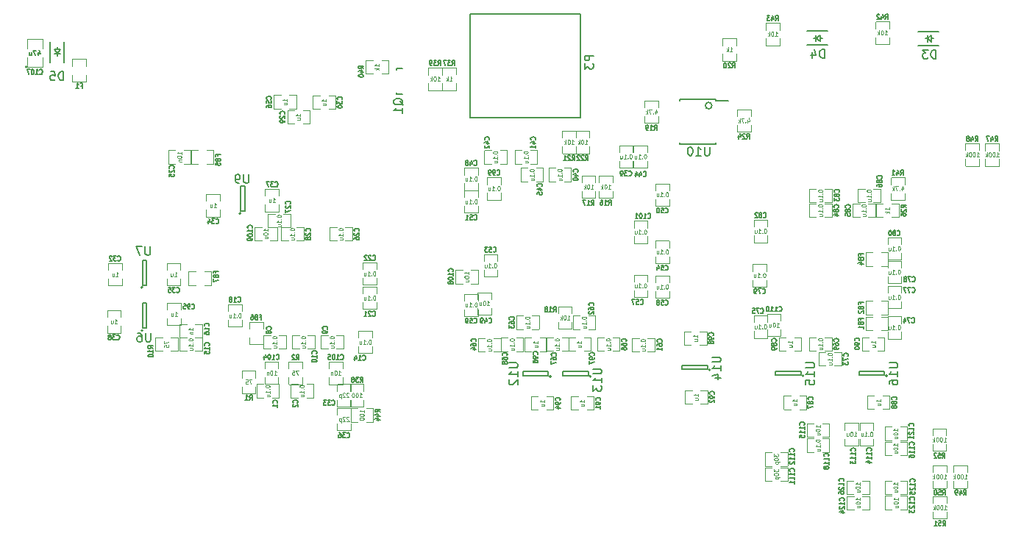
<source format=gbo>
G04 #@! TF.FileFunction,Legend,Bot*
%FSLAX46Y46*%
G04 Gerber Fmt 4.6, Leading zero omitted, Abs format (unit mm)*
G04 Created by KiCad (PCBNEW 4.0.5+dfsg1-4) date Fri Apr 14 11:33:04 2017*
%MOMM*%
%LPD*%
G01*
G04 APERTURE LIST*
%ADD10C,0.150000*%
%ADD11C,0.099060*%
%ADD12C,0.119380*%
%ADD13C,0.127000*%
%ADD14C,0.114300*%
G04 APERTURE END LIST*
D10*
X28502000Y-49070100D02*
G75*
G03X28502000Y-49070100I-100000J0D01*
G01*
X28952000Y-48820100D02*
X28452000Y-48820100D01*
X28952000Y-45920100D02*
X28952000Y-48820100D01*
X28452000Y-45920100D02*
X28952000Y-45920100D01*
X28452000Y-48820100D02*
X28452000Y-45920100D01*
X39786000Y-40562000D02*
G75*
G03X39786000Y-40562000I-100000J0D01*
G01*
X40236000Y-40312000D02*
X39736000Y-40312000D01*
X40236000Y-37412000D02*
X40236000Y-40312000D01*
X39736000Y-37412000D02*
X40236000Y-37412000D01*
X39736000Y-40312000D02*
X39736000Y-37412000D01*
X104593800Y-59253400D02*
G75*
G03X104593800Y-59253400I-100000J0D01*
G01*
X104243800Y-58703400D02*
X104243800Y-59203400D01*
X101343800Y-58703400D02*
X104243800Y-58703400D01*
X101343800Y-59203400D02*
X101343800Y-58703400D01*
X104243800Y-59203400D02*
X101343800Y-59203400D01*
X114190000Y-59253400D02*
G75*
G03X114190000Y-59253400I-100000J0D01*
G01*
X113840000Y-58703400D02*
X113840000Y-59203400D01*
X110940000Y-58703400D02*
X113840000Y-58703400D01*
X110940000Y-59203400D02*
X110940000Y-58703400D01*
X113840000Y-59203400D02*
X110940000Y-59203400D01*
X28502000Y-54024000D02*
G75*
G03X28502000Y-54024000I-100000J0D01*
G01*
X28952000Y-53774000D02*
X28452000Y-53774000D01*
X28952000Y-50874000D02*
X28952000Y-53774000D01*
X28452000Y-50874000D02*
X28952000Y-50874000D01*
X28452000Y-53774000D02*
X28452000Y-50874000D01*
X75500000Y-59324600D02*
G75*
G03X75500000Y-59324600I-100000J0D01*
G01*
X75150000Y-58774600D02*
X75150000Y-59274600D01*
X72250000Y-58774600D02*
X75150000Y-58774600D01*
X72250000Y-59274600D02*
X72250000Y-58774600D01*
X75150000Y-59274600D02*
X72250000Y-59274600D01*
X80106000Y-59302600D02*
G75*
G03X80106000Y-59302600I-100000J0D01*
G01*
X79756000Y-58752600D02*
X79756000Y-59252600D01*
X76856000Y-58752600D02*
X79756000Y-58752600D01*
X76856000Y-59252600D02*
X76856000Y-58752600D01*
X79756000Y-59252600D02*
X76856000Y-59252600D01*
X93834000Y-58578000D02*
G75*
G03X93834000Y-58578000I-100000J0D01*
G01*
X93484000Y-58028000D02*
X93484000Y-58528000D01*
X90584000Y-58028000D02*
X93484000Y-58028000D01*
X90584000Y-58528000D02*
X90584000Y-58028000D01*
X93484000Y-58528000D02*
X90584000Y-58528000D01*
X66138000Y-17555000D02*
X66138000Y-29535000D01*
X66138000Y-29535000D02*
X78888000Y-29535000D01*
X78888000Y-29535000D02*
X78888000Y-17555000D01*
X78888000Y-17555000D02*
X66148000Y-17555000D01*
X18654000Y-21665000D02*
X18654000Y-21415000D01*
X18654000Y-22165000D02*
X18654000Y-22415000D01*
X18654000Y-22165000D02*
X19004000Y-21665000D01*
X19004000Y-21665000D02*
X18304000Y-21665000D01*
X18304000Y-21665000D02*
X18654000Y-22165000D01*
X19004000Y-22165000D02*
X18304000Y-22165000D01*
X17854000Y-23215000D02*
X17854000Y-20815000D01*
X19454000Y-23215000D02*
X19454000Y-20815000D01*
X58366800Y-23817180D02*
X57665760Y-23817180D01*
X57665760Y-23817180D02*
X57665760Y-24066100D01*
X57665760Y-26616160D02*
X57665760Y-26816820D01*
X57665760Y-26816820D02*
X58366800Y-26816820D01*
X94000754Y-28139760D02*
G75*
G03X94000754Y-28139760I-378554J0D01*
G01*
X94465300Y-27434200D02*
X94465300Y-27579200D01*
X90315300Y-27434200D02*
X90315300Y-27579200D01*
X90315300Y-32584200D02*
X90315300Y-32439200D01*
X94465300Y-32584200D02*
X94465300Y-32439200D01*
X94465300Y-27434200D02*
X90315300Y-27434200D01*
X94465300Y-32584200D02*
X90315300Y-32584200D01*
X94465300Y-27579200D02*
X95865300Y-27579200D01*
D11*
X15174380Y-23670640D02*
G75*
G03X15174380Y-23670640I-127000J0D01*
G01*
X15171840Y-22614000D02*
X15171840Y-23693500D01*
X15182000Y-23703660D02*
X16960000Y-23703660D01*
X16970160Y-23693500D02*
X16970160Y-22614000D01*
X16970160Y-21598000D02*
X16970160Y-20518500D01*
X16960000Y-20508340D02*
X15182000Y-20508340D01*
X15171840Y-20518500D02*
X15171840Y-21598000D01*
D12*
X39903740Y-59480820D02*
X39903740Y-58698500D01*
X39903740Y-60481580D02*
X39903740Y-61263900D01*
X41473460Y-59480820D02*
X41473460Y-58698500D01*
X41473460Y-61263900D02*
X41473460Y-60481580D01*
X41450600Y-58690880D02*
X39926600Y-58690880D01*
X39926600Y-61271520D02*
X41450600Y-61271520D01*
X45275140Y-58437620D02*
X45275140Y-57655300D01*
X45275140Y-59438380D02*
X45275140Y-60220700D01*
X46844860Y-58437620D02*
X46844860Y-57655300D01*
X46844860Y-60220700D02*
X46844860Y-59438380D01*
X46822000Y-57647680D02*
X45298000Y-57647680D01*
X45298000Y-60228320D02*
X46822000Y-60228320D01*
X31742380Y-54841140D02*
X32524700Y-54841140D01*
X30741620Y-54841140D02*
X29959300Y-54841140D01*
X31742380Y-56410860D02*
X32524700Y-56410860D01*
X29959300Y-56410860D02*
X30741620Y-56410860D01*
X32532320Y-56388000D02*
X32532320Y-54864000D01*
X29951680Y-54864000D02*
X29951680Y-56388000D01*
X81003140Y-36990020D02*
X81003140Y-36207700D01*
X81003140Y-37990780D02*
X81003140Y-38773100D01*
X82572860Y-36990020D02*
X82572860Y-36207700D01*
X82572860Y-38773100D02*
X82572860Y-37990780D01*
X82550000Y-36200080D02*
X81026000Y-36200080D01*
X81026000Y-38780720D02*
X82550000Y-38780720D01*
X80591660Y-37990780D02*
X80591660Y-38773100D01*
X80591660Y-36990020D02*
X80591660Y-36207700D01*
X79021940Y-37990780D02*
X79021940Y-38773100D01*
X79021940Y-36207700D02*
X79021940Y-36990020D01*
X79044800Y-38780720D02*
X80568800Y-38780720D01*
X80568800Y-36200080D02*
X79044800Y-36200080D01*
X77873860Y-53052980D02*
X77873860Y-53835300D01*
X77873860Y-52052220D02*
X77873860Y-51269900D01*
X76304140Y-53052980D02*
X76304140Y-53835300D01*
X76304140Y-51269900D02*
X76304140Y-52052220D01*
X76327000Y-53842920D02*
X77851000Y-53842920D01*
X77851000Y-51262280D02*
X76327000Y-51262280D01*
X86258740Y-28365820D02*
X86258740Y-27583500D01*
X86258740Y-29366580D02*
X86258740Y-30148900D01*
X87828460Y-28365820D02*
X87828460Y-27583500D01*
X87828460Y-30148900D02*
X87828460Y-29366580D01*
X87805600Y-27575880D02*
X86281600Y-27575880D01*
X86281600Y-30156520D02*
X87805600Y-30156520D01*
X95215140Y-21199620D02*
X95215140Y-20417300D01*
X95215140Y-22200380D02*
X95215140Y-22982700D01*
X96784860Y-21199620D02*
X96784860Y-20417300D01*
X96784860Y-22982700D02*
X96784860Y-22200380D01*
X96762000Y-20409680D02*
X95238000Y-20409680D01*
X95238000Y-22990320D02*
X96762000Y-22990320D01*
X76782140Y-31848620D02*
X76782140Y-31066300D01*
X76782140Y-32849380D02*
X76782140Y-33631700D01*
X78351860Y-31848620D02*
X78351860Y-31066300D01*
X78351860Y-33631700D02*
X78351860Y-32849380D01*
X78329000Y-31058680D02*
X76805000Y-31058680D01*
X76805000Y-33639320D02*
X78329000Y-33639320D01*
X78331140Y-31848620D02*
X78331140Y-31066300D01*
X78331140Y-32849380D02*
X78331140Y-33631700D01*
X79900860Y-31848620D02*
X79900860Y-31066300D01*
X79900860Y-33631700D02*
X79900860Y-32849380D01*
X79878000Y-31058680D02*
X78354000Y-31058680D01*
X78354000Y-33639320D02*
X79878000Y-33639320D01*
X96901340Y-29356420D02*
X96901340Y-28574100D01*
X96901340Y-30357180D02*
X96901340Y-31139500D01*
X98471060Y-29356420D02*
X98471060Y-28574100D01*
X98471060Y-31139500D02*
X98471060Y-30357180D01*
X98448200Y-28566480D02*
X96924200Y-28566480D01*
X96924200Y-31147120D02*
X98448200Y-31147120D01*
X114700380Y-39415140D02*
X115482700Y-39415140D01*
X113699620Y-39415140D02*
X112917300Y-39415140D01*
X114700380Y-40984860D02*
X115482700Y-40984860D01*
X112917300Y-40984860D02*
X113699620Y-40984860D01*
X115490320Y-40962000D02*
X115490320Y-39438000D01*
X112909680Y-39438000D02*
X112909680Y-40962000D01*
X20399140Y-23578620D02*
X20399140Y-22796300D01*
X20399140Y-24579380D02*
X20399140Y-25361700D01*
X21968860Y-23578620D02*
X21968860Y-22796300D01*
X21968860Y-25361700D02*
X21968860Y-24579380D01*
X21946000Y-22788680D02*
X20422000Y-22788680D01*
X20422000Y-25369320D02*
X21946000Y-25369320D01*
X42349760Y-54855480D02*
X42349760Y-55637800D01*
X42349760Y-53854720D02*
X42349760Y-53072400D01*
X40780040Y-54855480D02*
X40780040Y-55637800D01*
X40780040Y-53072400D02*
X40780040Y-53854720D01*
X40802900Y-55645420D02*
X42326900Y-55645420D01*
X42326900Y-53064780D02*
X40802900Y-53064780D01*
X113492380Y-52436140D02*
X114274700Y-52436140D01*
X112491620Y-52436140D02*
X111709300Y-52436140D01*
X113492380Y-54005860D02*
X114274700Y-54005860D01*
X111709300Y-54005860D02*
X112491620Y-54005860D01*
X114282320Y-53983000D02*
X114282320Y-52459000D01*
X111701680Y-52459000D02*
X111701680Y-53983000D01*
X113489380Y-50622140D02*
X114271700Y-50622140D01*
X112488620Y-50622140D02*
X111706300Y-50622140D01*
X113489380Y-52191860D02*
X114271700Y-52191860D01*
X111706300Y-52191860D02*
X112488620Y-52191860D01*
X114279320Y-52169000D02*
X114279320Y-50645000D01*
X111698680Y-50645000D02*
X111698680Y-52169000D01*
X113497380Y-45026140D02*
X114279700Y-45026140D01*
X112496620Y-45026140D02*
X111714300Y-45026140D01*
X113497380Y-46595860D02*
X114279700Y-46595860D01*
X111714300Y-46595860D02*
X112496620Y-46595860D01*
X114287320Y-46573000D02*
X114287320Y-45049000D01*
X111706680Y-45049000D02*
X111706680Y-46573000D01*
X35834380Y-33261140D02*
X36616700Y-33261140D01*
X34833620Y-33261140D02*
X34051300Y-33261140D01*
X35834380Y-34830860D02*
X36616700Y-34830860D01*
X34051300Y-34830860D02*
X34833620Y-34830860D01*
X36624320Y-34808000D02*
X36624320Y-33284000D01*
X34043680Y-33284000D02*
X34043680Y-34808000D01*
X114413860Y-20266380D02*
X114413860Y-21048700D01*
X114413860Y-19265620D02*
X114413860Y-18483300D01*
X112844140Y-20266380D02*
X112844140Y-21048700D01*
X112844140Y-18483300D02*
X112844140Y-19265620D01*
X112867000Y-21056320D02*
X114391000Y-21056320D01*
X114391000Y-18475680D02*
X112867000Y-18475680D01*
X101772860Y-20419380D02*
X101772860Y-21201700D01*
X101772860Y-19418620D02*
X101772860Y-18636300D01*
X100203140Y-20419380D02*
X100203140Y-21201700D01*
X100203140Y-18636300D02*
X100203140Y-19418620D01*
X100226000Y-21209320D02*
X101750000Y-21209320D01*
X101750000Y-18628680D02*
X100226000Y-18628680D01*
X35562880Y-47232940D02*
X36345200Y-47232940D01*
X34562120Y-47232940D02*
X33779800Y-47232940D01*
X35562880Y-48802660D02*
X36345200Y-48802660D01*
X33779800Y-48802660D02*
X34562120Y-48802660D01*
X36352820Y-48779800D02*
X36352820Y-47255800D01*
X33772180Y-47255800D02*
X33772180Y-48779800D01*
X64533860Y-25577380D02*
X64533860Y-26359700D01*
X64533860Y-24576620D02*
X64533860Y-23794300D01*
X62964140Y-25577380D02*
X62964140Y-26359700D01*
X62964140Y-23794300D02*
X62964140Y-24576620D01*
X62987000Y-26367320D02*
X64511000Y-26367320D01*
X64511000Y-23786680D02*
X62987000Y-23786680D01*
X52357140Y-61008620D02*
X52357140Y-60226300D01*
X52357140Y-62009380D02*
X52357140Y-62791700D01*
X53926860Y-61008620D02*
X53926860Y-60226300D01*
X53926860Y-62791700D02*
X53926860Y-62009380D01*
X53904000Y-60218680D02*
X52380000Y-60218680D01*
X52380000Y-62799320D02*
X53904000Y-62799320D01*
X53220620Y-64548860D02*
X52438300Y-64548860D01*
X54221380Y-64548860D02*
X55003700Y-64548860D01*
X53220620Y-62979140D02*
X52438300Y-62979140D01*
X55003700Y-62979140D02*
X54221380Y-62979140D01*
X52430680Y-63002000D02*
X52430680Y-64526000D01*
X55011320Y-64526000D02*
X55011320Y-63002000D01*
X62917860Y-25585380D02*
X62917860Y-26367700D01*
X62917860Y-24584620D02*
X62917860Y-23802300D01*
X61348140Y-25585380D02*
X61348140Y-26367700D01*
X61348140Y-23802300D02*
X61348140Y-24584620D01*
X61371000Y-26375320D02*
X62895000Y-26375320D01*
X62895000Y-23794680D02*
X61371000Y-23794680D01*
X54969620Y-24478860D02*
X54187300Y-24478860D01*
X55970380Y-24478860D02*
X56752700Y-24478860D01*
X54969620Y-22909140D02*
X54187300Y-22909140D01*
X56752700Y-22909140D02*
X55970380Y-22909140D01*
X54179680Y-22932000D02*
X54179680Y-24456000D01*
X56760320Y-24456000D02*
X56760320Y-22932000D01*
X114625140Y-37219620D02*
X114625140Y-36437300D01*
X114625140Y-38220380D02*
X114625140Y-39002700D01*
X116194860Y-37219620D02*
X116194860Y-36437300D01*
X116194860Y-39002700D02*
X116194860Y-38220380D01*
X116172000Y-36429680D02*
X114648000Y-36429680D01*
X114648000Y-39010320D02*
X116172000Y-39010320D01*
X43373380Y-60212340D02*
X44155700Y-60212340D01*
X42372620Y-60212340D02*
X41590300Y-60212340D01*
X43373380Y-61782060D02*
X44155700Y-61782060D01*
X41590300Y-61782060D02*
X42372620Y-61782060D01*
X44163320Y-61759200D02*
X44163320Y-60235200D01*
X41582680Y-60235200D02*
X41582680Y-61759200D01*
X47335780Y-60212340D02*
X48118100Y-60212340D01*
X46335020Y-60212340D02*
X45552700Y-60212340D01*
X47335780Y-61782060D02*
X48118100Y-61782060D01*
X45552700Y-61782060D02*
X46335020Y-61782060D01*
X48125720Y-61759200D02*
X48125720Y-60235200D01*
X45545080Y-60235200D02*
X45545080Y-61759200D01*
X44188380Y-54587140D02*
X44970700Y-54587140D01*
X43187620Y-54587140D02*
X42405300Y-54587140D01*
X44188380Y-56156860D02*
X44970700Y-56156860D01*
X42405300Y-56156860D02*
X43187620Y-56156860D01*
X44978320Y-56134000D02*
X44978320Y-54610000D01*
X42397680Y-54610000D02*
X42397680Y-56134000D01*
X50792380Y-54587140D02*
X51574700Y-54587140D01*
X49791620Y-54587140D02*
X49009300Y-54587140D01*
X50792380Y-56156860D02*
X51574700Y-56156860D01*
X49009300Y-56156860D02*
X49791620Y-56156860D01*
X51582320Y-56134000D02*
X51582320Y-54610000D01*
X49001680Y-54610000D02*
X49001680Y-56134000D01*
X47490380Y-54587140D02*
X48272700Y-54587140D01*
X46489620Y-54587140D02*
X45707300Y-54587140D01*
X47490380Y-56156860D02*
X48272700Y-56156860D01*
X45707300Y-56156860D02*
X46489620Y-56156860D01*
X48280320Y-56134000D02*
X48280320Y-54610000D01*
X45699680Y-54610000D02*
X45699680Y-56134000D01*
X53317140Y-54871620D02*
X53317140Y-54089300D01*
X53317140Y-55872380D02*
X53317140Y-56654700D01*
X54886860Y-54871620D02*
X54886860Y-54089300D01*
X54886860Y-56654700D02*
X54886860Y-55872380D01*
X54864000Y-54081680D02*
X53340000Y-54081680D01*
X53340000Y-56662320D02*
X54864000Y-56662320D01*
X34536380Y-54841140D02*
X35318700Y-54841140D01*
X33535620Y-54841140D02*
X32753300Y-54841140D01*
X34536380Y-56410860D02*
X35318700Y-56410860D01*
X32753300Y-56410860D02*
X33535620Y-56410860D01*
X35326320Y-56388000D02*
X35326320Y-54864000D01*
X32745680Y-54864000D02*
X32745680Y-56388000D01*
X34536380Y-53317140D02*
X35318700Y-53317140D01*
X33535620Y-53317140D02*
X32753300Y-53317140D01*
X34536380Y-54886860D02*
X35318700Y-54886860D01*
X32753300Y-54886860D02*
X33535620Y-54886860D01*
X35326320Y-54864000D02*
X35326320Y-53340000D01*
X32745680Y-53340000D02*
X32745680Y-54864000D01*
X39900860Y-52824380D02*
X39900860Y-53606700D01*
X39900860Y-51823620D02*
X39900860Y-51041300D01*
X38331140Y-52824380D02*
X38331140Y-53606700D01*
X38331140Y-51041300D02*
X38331140Y-51823620D01*
X38354000Y-53614320D02*
X39878000Y-53614320D01*
X39878000Y-51033680D02*
X38354000Y-51033680D01*
X53825140Y-49791620D02*
X53825140Y-49009300D01*
X53825140Y-50792380D02*
X53825140Y-51574700D01*
X55394860Y-49791620D02*
X55394860Y-49009300D01*
X55394860Y-51574700D02*
X55394860Y-50792380D01*
X55372000Y-49001680D02*
X53848000Y-49001680D01*
X53848000Y-51582320D02*
X55372000Y-51582320D01*
X53825140Y-46997620D02*
X53825140Y-46215300D01*
X53825140Y-47998380D02*
X53825140Y-48780700D01*
X55394860Y-46997620D02*
X55394860Y-46215300D01*
X55394860Y-48780700D02*
X55394860Y-47998380D01*
X55372000Y-46207680D02*
X53848000Y-46207680D01*
X53848000Y-48788320D02*
X55372000Y-48788320D01*
X32227620Y-34830860D02*
X31445300Y-34830860D01*
X33228380Y-34830860D02*
X34010700Y-34830860D01*
X32227620Y-33261140D02*
X31445300Y-33261140D01*
X34010700Y-33261140D02*
X33228380Y-33261140D01*
X31437680Y-33284000D02*
X31437680Y-34808000D01*
X34018320Y-34808000D02*
X34018320Y-33284000D01*
X50807620Y-43710860D02*
X50025300Y-43710860D01*
X51808380Y-43710860D02*
X52590700Y-43710860D01*
X50807620Y-42141140D02*
X50025300Y-42141140D01*
X52590700Y-42141140D02*
X51808380Y-42141140D01*
X50017680Y-42164000D02*
X50017680Y-43688000D01*
X52598320Y-43688000D02*
X52598320Y-42164000D01*
X44696380Y-40617140D02*
X45478700Y-40617140D01*
X43695620Y-40617140D02*
X42913300Y-40617140D01*
X44696380Y-42186860D02*
X45478700Y-42186860D01*
X42913300Y-42186860D02*
X43695620Y-42186860D01*
X45486320Y-42164000D02*
X45486320Y-40640000D01*
X42905680Y-40640000D02*
X42905680Y-42164000D01*
X45219620Y-43710860D02*
X44437300Y-43710860D01*
X46220380Y-43710860D02*
X47002700Y-43710860D01*
X45219620Y-42141140D02*
X44437300Y-42141140D01*
X47002700Y-42141140D02*
X46220380Y-42141140D01*
X44429680Y-42164000D02*
X44429680Y-43688000D01*
X47010320Y-43688000D02*
X47010320Y-42164000D01*
X46921380Y-28659140D02*
X47703700Y-28659140D01*
X45920620Y-28659140D02*
X45138300Y-28659140D01*
X46921380Y-30228860D02*
X47703700Y-30228860D01*
X45138300Y-30228860D02*
X45920620Y-30228860D01*
X47711320Y-30206000D02*
X47711320Y-28682000D01*
X45130680Y-28682000D02*
X45130680Y-30206000D01*
X48875020Y-28546160D02*
X48092700Y-28546160D01*
X49875780Y-28546160D02*
X50658100Y-28546160D01*
X48875020Y-26976440D02*
X48092700Y-26976440D01*
X50658100Y-26976440D02*
X49875780Y-26976440D01*
X48085080Y-26999300D02*
X48085080Y-28523300D01*
X50665720Y-28523300D02*
X50665720Y-26999300D01*
X26081060Y-48086380D02*
X26081060Y-48868700D01*
X26081060Y-47085620D02*
X26081060Y-46303300D01*
X24511340Y-48086380D02*
X24511340Y-48868700D01*
X24511340Y-46303300D02*
X24511340Y-47085620D01*
X24534200Y-48876320D02*
X26058200Y-48876320D01*
X26058200Y-46295680D02*
X24534200Y-46295680D01*
X35808140Y-39138620D02*
X35808140Y-38356300D01*
X35808140Y-40139380D02*
X35808140Y-40921700D01*
X37377860Y-39138620D02*
X37377860Y-38356300D01*
X37377860Y-40921700D02*
X37377860Y-40139380D01*
X37355000Y-38348680D02*
X35831000Y-38348680D01*
X35831000Y-40929320D02*
X37355000Y-40929320D01*
X31280440Y-47047520D02*
X31280440Y-46265200D01*
X31280440Y-48048280D02*
X31280440Y-48830600D01*
X32850160Y-47047520D02*
X32850160Y-46265200D01*
X32850160Y-48830600D02*
X32850160Y-48048280D01*
X32827300Y-46257580D02*
X31303300Y-46257580D01*
X31303300Y-48838220D02*
X32827300Y-48838220D01*
X42580140Y-38544620D02*
X42580140Y-37762300D01*
X42580140Y-39545380D02*
X42580140Y-40327700D01*
X44149860Y-38544620D02*
X44149860Y-37762300D01*
X44149860Y-40327700D02*
X44149860Y-39545380D01*
X44127000Y-37754680D02*
X42603000Y-37754680D01*
X42603000Y-40335320D02*
X44127000Y-40335320D01*
X24402140Y-52514620D02*
X24402140Y-51732300D01*
X24402140Y-53515380D02*
X24402140Y-54297700D01*
X25971860Y-52514620D02*
X25971860Y-51732300D01*
X25971860Y-54297700D02*
X25971860Y-53515380D01*
X25949000Y-51724680D02*
X24425000Y-51724680D01*
X24425000Y-54305320D02*
X25949000Y-54305320D01*
X83330140Y-33510620D02*
X83330140Y-32728300D01*
X83330140Y-34511380D02*
X83330140Y-35293700D01*
X84899860Y-33510620D02*
X84899860Y-32728300D01*
X84899860Y-35293700D02*
X84899860Y-34511380D01*
X84877000Y-32720680D02*
X83353000Y-32720680D01*
X83353000Y-35301320D02*
X84877000Y-35301320D01*
X75999620Y-36884860D02*
X75217300Y-36884860D01*
X77000380Y-36884860D02*
X77782700Y-36884860D01*
X75999620Y-35315140D02*
X75217300Y-35315140D01*
X77782700Y-35315140D02*
X77000380Y-35315140D01*
X75209680Y-35338000D02*
X75209680Y-36862000D01*
X77790320Y-36862000D02*
X77790320Y-35338000D01*
X73100380Y-33276140D02*
X73882700Y-33276140D01*
X72099620Y-33276140D02*
X71317300Y-33276140D01*
X73100380Y-34845860D02*
X73882700Y-34845860D01*
X71317300Y-34845860D02*
X72099620Y-34845860D01*
X73890320Y-34823000D02*
X73890320Y-33299000D01*
X71309680Y-33299000D02*
X71309680Y-34823000D01*
X68600620Y-34848860D02*
X67818300Y-34848860D01*
X69601380Y-34848860D02*
X70383700Y-34848860D01*
X68600620Y-33279140D02*
X67818300Y-33279140D01*
X70383700Y-33279140D02*
X69601380Y-33279140D01*
X67810680Y-33302000D02*
X67810680Y-34826000D01*
X70391320Y-34826000D02*
X70391320Y-33302000D01*
X85001140Y-33505620D02*
X85001140Y-32723300D01*
X85001140Y-34506380D02*
X85001140Y-35288700D01*
X86570860Y-33505620D02*
X86570860Y-32723300D01*
X86570860Y-35288700D02*
X86570860Y-34506380D01*
X86548000Y-32715680D02*
X85024000Y-32715680D01*
X85024000Y-35296320D02*
X86548000Y-35296320D01*
X72799620Y-36884860D02*
X72017300Y-36884860D01*
X73800380Y-36884860D02*
X74582700Y-36884860D01*
X72799620Y-35315140D02*
X72017300Y-35315140D01*
X74582700Y-35315140D02*
X73800380Y-35315140D01*
X72009680Y-35338000D02*
X72009680Y-36862000D01*
X74590320Y-36862000D02*
X74590320Y-35338000D01*
X67084860Y-37100380D02*
X67084860Y-37882700D01*
X67084860Y-36099620D02*
X67084860Y-35317300D01*
X65515140Y-37100380D02*
X65515140Y-37882700D01*
X65515140Y-35317300D02*
X65515140Y-36099620D01*
X65538000Y-37890320D02*
X67062000Y-37890320D01*
X67062000Y-35309680D02*
X65538000Y-35309680D01*
X87515140Y-37899620D02*
X87515140Y-37117300D01*
X87515140Y-38900380D02*
X87515140Y-39682700D01*
X89084860Y-37899620D02*
X89084860Y-37117300D01*
X89084860Y-39682700D02*
X89084860Y-38900380D01*
X89062000Y-37109680D02*
X87538000Y-37109680D01*
X87538000Y-39690320D02*
X89062000Y-39690320D01*
X65515140Y-38699620D02*
X65515140Y-37917300D01*
X65515140Y-39700380D02*
X65515140Y-40482700D01*
X67084860Y-38699620D02*
X67084860Y-37917300D01*
X67084860Y-40482700D02*
X67084860Y-39700380D01*
X67062000Y-37909680D02*
X65538000Y-37909680D01*
X65538000Y-40490320D02*
X67062000Y-40490320D01*
X69308860Y-47058380D02*
X69308860Y-47840700D01*
X69308860Y-46057620D02*
X69308860Y-45275300D01*
X67739140Y-47058380D02*
X67739140Y-47840700D01*
X67739140Y-45275300D02*
X67739140Y-46057620D01*
X67762000Y-47848320D02*
X69286000Y-47848320D01*
X69286000Y-45267680D02*
X67762000Y-45267680D01*
X87515140Y-44499620D02*
X87515140Y-43717300D01*
X87515140Y-45500380D02*
X87515140Y-46282700D01*
X89084860Y-44499620D02*
X89084860Y-43717300D01*
X89084860Y-46282700D02*
X89084860Y-45500380D01*
X89062000Y-43709680D02*
X87538000Y-43709680D01*
X87538000Y-46290320D02*
X89062000Y-46290320D01*
X45379980Y-26925640D02*
X46162300Y-26925640D01*
X44379220Y-26925640D02*
X43596900Y-26925640D01*
X45379980Y-28495360D02*
X46162300Y-28495360D01*
X43596900Y-28495360D02*
X44379220Y-28495360D01*
X46169920Y-28472500D02*
X46169920Y-26948500D01*
X43589280Y-26948500D02*
X43589280Y-28472500D01*
X85015140Y-48399620D02*
X85015140Y-47617300D01*
X85015140Y-49400380D02*
X85015140Y-50182700D01*
X86584860Y-48399620D02*
X86584860Y-47617300D01*
X86584860Y-50182700D02*
X86584860Y-49400380D01*
X86562000Y-47609680D02*
X85038000Y-47609680D01*
X85038000Y-50190320D02*
X86562000Y-50190320D01*
X87515140Y-48499620D02*
X87515140Y-47717300D01*
X87515140Y-49500380D02*
X87515140Y-50282700D01*
X89084860Y-48499620D02*
X89084860Y-47717300D01*
X89084860Y-50282700D02*
X89084860Y-49500380D01*
X89062000Y-47709680D02*
X87538000Y-47709680D01*
X87538000Y-50290320D02*
X89062000Y-50290320D01*
X65515140Y-50599620D02*
X65515140Y-49817300D01*
X65515140Y-51600380D02*
X65515140Y-52382700D01*
X67084860Y-50599620D02*
X67084860Y-49817300D01*
X67084860Y-52382700D02*
X67084860Y-51600380D01*
X67062000Y-49809680D02*
X65538000Y-49809680D01*
X65538000Y-52390320D02*
X67062000Y-52390320D01*
X86600380Y-54915140D02*
X87382700Y-54915140D01*
X85599620Y-54915140D02*
X84817300Y-54915140D01*
X86600380Y-56484860D02*
X87382700Y-56484860D01*
X84817300Y-56484860D02*
X85599620Y-56484860D01*
X87390320Y-56462000D02*
X87390320Y-54938000D01*
X84809680Y-54938000D02*
X84809680Y-56462000D01*
X79800380Y-52315140D02*
X80582700Y-52315140D01*
X78799620Y-52315140D02*
X78017300Y-52315140D01*
X79800380Y-53884860D02*
X80582700Y-53884860D01*
X78017300Y-53884860D02*
X78799620Y-53884860D01*
X80590320Y-53862000D02*
X80590320Y-52338000D01*
X78009680Y-52338000D02*
X78009680Y-53862000D01*
X73300380Y-52315140D02*
X74082700Y-52315140D01*
X72299620Y-52315140D02*
X71517300Y-52315140D01*
X73300380Y-53884860D02*
X74082700Y-53884860D01*
X71517300Y-53884860D02*
X72299620Y-53884860D01*
X74090320Y-53862000D02*
X74090320Y-52338000D01*
X71509680Y-52338000D02*
X71509680Y-53862000D01*
X67899620Y-56484860D02*
X67117300Y-56484860D01*
X68900380Y-56484860D02*
X69682700Y-56484860D01*
X67899620Y-54915140D02*
X67117300Y-54915140D01*
X69682700Y-54915140D02*
X68900380Y-54915140D01*
X67109680Y-54938000D02*
X67109680Y-56462000D01*
X69690320Y-56462000D02*
X69690320Y-54938000D01*
X81587620Y-56405860D02*
X80805300Y-56405860D01*
X82588380Y-56405860D02*
X83370700Y-56405860D01*
X81587620Y-54836140D02*
X80805300Y-54836140D01*
X83370700Y-54836140D02*
X82588380Y-54836140D01*
X80797680Y-54859000D02*
X80797680Y-56383000D01*
X83378320Y-56383000D02*
X83378320Y-54859000D01*
X76719380Y-54840140D02*
X77501700Y-54840140D01*
X75718620Y-54840140D02*
X74936300Y-54840140D01*
X76719380Y-56409860D02*
X77501700Y-56409860D01*
X74936300Y-56409860D02*
X75718620Y-56409860D01*
X77509320Y-56387000D02*
X77509320Y-54863000D01*
X74928680Y-54863000D02*
X74928680Y-56387000D01*
X71500380Y-54845140D02*
X72282700Y-54845140D01*
X70499620Y-54845140D02*
X69717300Y-54845140D01*
X71500380Y-56414860D02*
X72282700Y-56414860D01*
X69717300Y-56414860D02*
X70499620Y-56414860D01*
X72290320Y-56392000D02*
X72290320Y-54868000D01*
X69709680Y-54868000D02*
X69709680Y-56392000D01*
X105999620Y-56384860D02*
X105217300Y-56384860D01*
X107000380Y-56384860D02*
X107782700Y-56384860D01*
X105999620Y-54815140D02*
X105217300Y-54815140D01*
X107782700Y-54815140D02*
X107000380Y-54815140D01*
X105209680Y-54838000D02*
X105209680Y-56362000D01*
X107790320Y-56362000D02*
X107790320Y-54838000D01*
X107099620Y-58084860D02*
X106317300Y-58084860D01*
X108100380Y-58084860D02*
X108882700Y-58084860D01*
X107099620Y-56515140D02*
X106317300Y-56515140D01*
X108882700Y-56515140D02*
X108100380Y-56515140D01*
X106309680Y-56538000D02*
X106309680Y-58062000D01*
X108890320Y-58062000D02*
X108890320Y-56538000D01*
X115784860Y-54200380D02*
X115784860Y-54982700D01*
X115784860Y-53199620D02*
X115784860Y-52417300D01*
X114215140Y-54200380D02*
X114215140Y-54982700D01*
X114215140Y-52417300D02*
X114215140Y-53199620D01*
X114238000Y-54990320D02*
X115762000Y-54990320D01*
X115762000Y-52409680D02*
X114238000Y-52409680D01*
X100384860Y-54100380D02*
X100384860Y-54882700D01*
X100384860Y-53099620D02*
X100384860Y-52317300D01*
X98815140Y-54100380D02*
X98815140Y-54882700D01*
X98815140Y-52317300D02*
X98815140Y-53099620D01*
X98838000Y-54890320D02*
X100362000Y-54890320D01*
X100362000Y-52309680D02*
X98838000Y-52309680D01*
X114215140Y-49699620D02*
X114215140Y-48917300D01*
X114215140Y-50700380D02*
X114215140Y-51482700D01*
X115784860Y-49699620D02*
X115784860Y-48917300D01*
X115784860Y-51482700D02*
X115784860Y-50700380D01*
X115762000Y-48909680D02*
X114238000Y-48909680D01*
X114238000Y-51490320D02*
X115762000Y-51490320D01*
X114215140Y-46799620D02*
X114215140Y-46017300D01*
X114215140Y-47800380D02*
X114215140Y-48582700D01*
X115784860Y-46799620D02*
X115784860Y-46017300D01*
X115784860Y-48582700D02*
X115784860Y-47800380D01*
X115762000Y-46009680D02*
X114238000Y-46009680D01*
X114238000Y-48590320D02*
X115762000Y-48590320D01*
X98715140Y-47199620D02*
X98715140Y-46417300D01*
X98715140Y-48200380D02*
X98715140Y-48982700D01*
X100284860Y-47199620D02*
X100284860Y-46417300D01*
X100284860Y-48982700D02*
X100284860Y-48200380D01*
X100262000Y-46409680D02*
X98738000Y-46409680D01*
X98738000Y-48990320D02*
X100262000Y-48990320D01*
X114215140Y-44099620D02*
X114215140Y-43317300D01*
X114215140Y-45100380D02*
X114215140Y-45882700D01*
X115784860Y-44099620D02*
X115784860Y-43317300D01*
X115784860Y-45882700D02*
X115784860Y-45100380D01*
X115762000Y-43309680D02*
X114238000Y-43309680D01*
X114238000Y-45890320D02*
X115762000Y-45890320D01*
X100384860Y-43100380D02*
X100384860Y-43882700D01*
X100384860Y-42099620D02*
X100384860Y-41317300D01*
X98815140Y-43100380D02*
X98815140Y-43882700D01*
X98815140Y-41317300D02*
X98815140Y-42099620D01*
X98838000Y-43890320D02*
X100362000Y-43890320D01*
X100362000Y-41309680D02*
X98838000Y-41309680D01*
X107000380Y-37715140D02*
X107782700Y-37715140D01*
X105999620Y-37715140D02*
X105217300Y-37715140D01*
X107000380Y-39284860D02*
X107782700Y-39284860D01*
X105217300Y-39284860D02*
X105999620Y-39284860D01*
X107790320Y-39262000D02*
X107790320Y-37738000D01*
X105209680Y-37738000D02*
X105209680Y-39262000D01*
X105999620Y-40984860D02*
X105217300Y-40984860D01*
X107000380Y-40984860D02*
X107782700Y-40984860D01*
X105999620Y-39415140D02*
X105217300Y-39415140D01*
X107782700Y-39415140D02*
X107000380Y-39415140D01*
X105209680Y-39438000D02*
X105209680Y-40962000D01*
X107790320Y-40962000D02*
X107790320Y-39438000D01*
X112000380Y-39415140D02*
X112782700Y-39415140D01*
X110999620Y-39415140D02*
X110217300Y-39415140D01*
X112000380Y-40984860D02*
X112782700Y-40984860D01*
X110217300Y-40984860D02*
X110999620Y-40984860D01*
X112790320Y-40962000D02*
X112790320Y-39438000D01*
X110209680Y-39438000D02*
X110209680Y-40962000D01*
X111599620Y-39284860D02*
X110817300Y-39284860D01*
X112600380Y-39284860D02*
X113382700Y-39284860D01*
X111599620Y-37715140D02*
X110817300Y-37715140D01*
X113382700Y-37715140D02*
X112600380Y-37715140D01*
X110809680Y-37738000D02*
X110809680Y-39262000D01*
X113390320Y-39262000D02*
X113390320Y-37738000D01*
X103060620Y-63100860D02*
X102278300Y-63100860D01*
X104061380Y-63100860D02*
X104843700Y-63100860D01*
X103060620Y-61531140D02*
X102278300Y-61531140D01*
X104843700Y-61531140D02*
X104061380Y-61531140D01*
X102270680Y-61554000D02*
X102270680Y-63078000D01*
X104851320Y-63078000D02*
X104851320Y-61554000D01*
X112666620Y-63095860D02*
X111884300Y-63095860D01*
X113667380Y-63095860D02*
X114449700Y-63095860D01*
X112666620Y-61526140D02*
X111884300Y-61526140D01*
X114449700Y-61526140D02*
X113667380Y-61526140D01*
X111876680Y-61549000D02*
X111876680Y-63073000D01*
X114457320Y-63073000D02*
X114457320Y-61549000D01*
X102499620Y-56384860D02*
X101717300Y-56384860D01*
X103500380Y-56384860D02*
X104282700Y-56384860D01*
X102499620Y-54815140D02*
X101717300Y-54815140D01*
X104282700Y-54815140D02*
X103500380Y-54815140D01*
X101709680Y-54838000D02*
X101709680Y-56362000D01*
X104290320Y-56362000D02*
X104290320Y-54838000D01*
X112058220Y-56385460D02*
X111275900Y-56385460D01*
X113058980Y-56385460D02*
X113841300Y-56385460D01*
X112058220Y-54815740D02*
X111275900Y-54815740D01*
X113841300Y-54815740D02*
X113058980Y-54815740D01*
X111268280Y-54838600D02*
X111268280Y-56362600D01*
X113848920Y-56362600D02*
X113848920Y-54838600D01*
X78596620Y-63180460D02*
X77814300Y-63180460D01*
X79597380Y-63180460D02*
X80379700Y-63180460D01*
X78596620Y-61610740D02*
X77814300Y-61610740D01*
X80379700Y-61610740D02*
X79597380Y-61610740D01*
X77806680Y-61633600D02*
X77806680Y-63157600D01*
X80387320Y-63157600D02*
X80387320Y-61633600D01*
X91701620Y-62481460D02*
X90919300Y-62481460D01*
X92702380Y-62481460D02*
X93484700Y-62481460D01*
X91701620Y-60911740D02*
X90919300Y-60911740D01*
X93484700Y-60911740D02*
X92702380Y-60911740D01*
X90911680Y-60934600D02*
X90911680Y-62458600D01*
X93492320Y-62458600D02*
X93492320Y-60934600D01*
X73967620Y-63175460D02*
X73185300Y-63175460D01*
X74968380Y-63175460D02*
X75750700Y-63175460D01*
X73967620Y-61605740D02*
X73185300Y-61605740D01*
X75750700Y-61605740D02*
X74968380Y-61605740D01*
X73177680Y-61628600D02*
X73177680Y-63152600D01*
X75758320Y-63152600D02*
X75758320Y-61628600D01*
X31320740Y-51645820D02*
X31320740Y-50863500D01*
X31320740Y-52646580D02*
X31320740Y-53428900D01*
X32890460Y-51645820D02*
X32890460Y-50863500D01*
X32890460Y-53428900D02*
X32890460Y-52646580D01*
X32867600Y-50855880D02*
X31343600Y-50855880D01*
X31343600Y-53436520D02*
X32867600Y-53436520D01*
X73185020Y-56414860D02*
X72402700Y-56414860D01*
X74185780Y-56414860D02*
X74968100Y-56414860D01*
X73185020Y-54845140D02*
X72402700Y-54845140D01*
X74968100Y-54845140D02*
X74185780Y-54845140D01*
X72395080Y-54868000D02*
X72395080Y-56392000D01*
X74975720Y-56392000D02*
X74975720Y-54868000D01*
X78259620Y-56409860D02*
X77477300Y-56409860D01*
X79260380Y-56409860D02*
X80042700Y-56409860D01*
X78259620Y-54840140D02*
X77477300Y-54840140D01*
X80042700Y-54840140D02*
X79260380Y-54840140D01*
X77469680Y-54863000D02*
X77469680Y-56387000D01*
X80050320Y-56387000D02*
X80050320Y-54863000D01*
X91600020Y-55699660D02*
X90817700Y-55699660D01*
X92600780Y-55699660D02*
X93383100Y-55699660D01*
X91600020Y-54129940D02*
X90817700Y-54129940D01*
X93383100Y-54129940D02*
X92600780Y-54129940D01*
X90810080Y-54152800D02*
X90810080Y-55676800D01*
X93390720Y-55676800D02*
X93390720Y-54152800D01*
X69720460Y-38193980D02*
X69720460Y-38976300D01*
X69720460Y-37193220D02*
X69720460Y-36410900D01*
X68150740Y-38193980D02*
X68150740Y-38976300D01*
X68150740Y-36410900D02*
X68150740Y-37193220D01*
X68173600Y-38983920D02*
X69697600Y-38983920D01*
X69697600Y-36403280D02*
X68173600Y-36403280D01*
X85015140Y-42199620D02*
X85015140Y-41417300D01*
X85015140Y-43200380D02*
X85015140Y-43982700D01*
X86584860Y-42199620D02*
X86584860Y-41417300D01*
X86584860Y-43982700D02*
X86584860Y-43200380D01*
X86562000Y-41409680D02*
X85038000Y-41409680D01*
X85038000Y-43990320D02*
X86562000Y-43990320D01*
X44096860Y-59429380D02*
X44096860Y-60211700D01*
X44096860Y-58428620D02*
X44096860Y-57646300D01*
X42527140Y-59429380D02*
X42527140Y-60211700D01*
X42527140Y-57646300D02*
X42527140Y-58428620D01*
X42550000Y-60219320D02*
X44074000Y-60219320D01*
X44074000Y-57638680D02*
X42550000Y-57638680D01*
X51487860Y-59440180D02*
X51487860Y-60222500D01*
X51487860Y-58439420D02*
X51487860Y-57657100D01*
X49918140Y-59440180D02*
X49918140Y-60222500D01*
X49918140Y-57657100D02*
X49918140Y-58439420D01*
X49941000Y-60230120D02*
X51465000Y-60230120D01*
X51465000Y-57649480D02*
X49941000Y-57649480D01*
X52440860Y-62009380D02*
X52440860Y-62791700D01*
X52440860Y-61008620D02*
X52440860Y-60226300D01*
X50871140Y-62009380D02*
X50871140Y-62791700D01*
X50871140Y-60226300D02*
X50871140Y-61008620D01*
X50894000Y-62799320D02*
X52418000Y-62799320D01*
X52418000Y-60218680D02*
X50894000Y-60218680D01*
X52448860Y-64744380D02*
X52448860Y-65526700D01*
X52448860Y-63743620D02*
X52448860Y-62961300D01*
X50879140Y-64744380D02*
X50879140Y-65526700D01*
X50879140Y-62961300D02*
X50879140Y-63743620D01*
X50902000Y-65534320D02*
X52426000Y-65534320D01*
X52426000Y-62953680D02*
X50902000Y-62953680D01*
X67022140Y-50431620D02*
X67022140Y-49649300D01*
X67022140Y-51432380D02*
X67022140Y-52214700D01*
X68591860Y-50431620D02*
X68591860Y-49649300D01*
X68591860Y-52214700D02*
X68591860Y-51432380D01*
X68569000Y-49641680D02*
X67045000Y-49641680D01*
X67045000Y-52222320D02*
X68569000Y-52222320D01*
X65290620Y-48643860D02*
X64508300Y-48643860D01*
X66291380Y-48643860D02*
X67073700Y-48643860D01*
X65290620Y-47074140D02*
X64508300Y-47074140D01*
X67073700Y-47074140D02*
X66291380Y-47074140D01*
X64500680Y-47097000D02*
X64500680Y-48621000D01*
X67081320Y-48621000D02*
X67081320Y-47097000D01*
X42166620Y-43680860D02*
X41384300Y-43680860D01*
X43167380Y-43680860D02*
X43949700Y-43680860D01*
X42166620Y-42111140D02*
X41384300Y-42111140D01*
X43949700Y-42111140D02*
X43167380Y-42111140D01*
X41376680Y-42134000D02*
X41376680Y-43658000D01*
X43957320Y-43658000D02*
X43957320Y-42134000D01*
X101934860Y-53904380D02*
X101934860Y-54686700D01*
X101934860Y-52903620D02*
X101934860Y-52121300D01*
X100365140Y-53904380D02*
X100365140Y-54686700D01*
X100365140Y-52121300D02*
X100365140Y-52903620D01*
X100388000Y-54694320D02*
X101912000Y-54694320D01*
X101912000Y-52113680D02*
X100388000Y-52113680D01*
X100919620Y-71364860D02*
X100137300Y-71364860D01*
X101920380Y-71364860D02*
X102702700Y-71364860D01*
X100919620Y-69795140D02*
X100137300Y-69795140D01*
X102702700Y-69795140D02*
X101920380Y-69795140D01*
X100129680Y-69818000D02*
X100129680Y-71342000D01*
X102710320Y-71342000D02*
X102710320Y-69818000D01*
X100909620Y-69624860D02*
X100127300Y-69624860D01*
X101910380Y-69624860D02*
X102692700Y-69624860D01*
X100909620Y-68055140D02*
X100127300Y-68055140D01*
X102692700Y-68055140D02*
X101910380Y-68055140D01*
X100119680Y-68078000D02*
X100119680Y-69602000D01*
X102700320Y-69602000D02*
X102700320Y-68078000D01*
X109285140Y-65489620D02*
X109285140Y-64707300D01*
X109285140Y-66490380D02*
X109285140Y-67272700D01*
X110854860Y-65489620D02*
X110854860Y-64707300D01*
X110854860Y-67272700D02*
X110854860Y-66490380D01*
X110832000Y-64699680D02*
X109308000Y-64699680D01*
X109308000Y-67280320D02*
X110832000Y-67280320D01*
X111035140Y-65489620D02*
X111035140Y-64707300D01*
X111035140Y-66490380D02*
X111035140Y-67272700D01*
X112604860Y-65489620D02*
X112604860Y-64707300D01*
X112604860Y-67272700D02*
X112604860Y-66490380D01*
X112582000Y-64699680D02*
X111058000Y-64699680D01*
X111058000Y-67280320D02*
X112582000Y-67280320D01*
X105719620Y-66294860D02*
X104937300Y-66294860D01*
X106720380Y-66294860D02*
X107502700Y-66294860D01*
X105719620Y-64725140D02*
X104937300Y-64725140D01*
X107502700Y-64725140D02*
X106720380Y-64725140D01*
X104929680Y-64748000D02*
X104929680Y-66272000D01*
X107510320Y-66272000D02*
X107510320Y-64748000D01*
X114669620Y-68414860D02*
X113887300Y-68414860D01*
X115670380Y-68414860D02*
X116452700Y-68414860D01*
X114669620Y-66845140D02*
X113887300Y-66845140D01*
X116452700Y-66845140D02*
X115670380Y-66845140D01*
X113879680Y-66868000D02*
X113879680Y-68392000D01*
X116460320Y-68392000D02*
X116460320Y-66868000D01*
X105719620Y-68024860D02*
X104937300Y-68024860D01*
X106720380Y-68024860D02*
X107502700Y-68024860D01*
X105719620Y-66455140D02*
X104937300Y-66455140D01*
X107502700Y-66455140D02*
X106720380Y-66455140D01*
X104929680Y-66478000D02*
X104929680Y-68002000D01*
X107510320Y-68002000D02*
X107510320Y-66478000D01*
X114669620Y-66694860D02*
X113887300Y-66694860D01*
X115670380Y-66694860D02*
X116452700Y-66694860D01*
X114669620Y-65125140D02*
X113887300Y-65125140D01*
X116452700Y-65125140D02*
X115670380Y-65125140D01*
X113879680Y-65148000D02*
X113879680Y-66672000D01*
X116460320Y-66672000D02*
X116460320Y-65148000D01*
X115680380Y-73075140D02*
X116462700Y-73075140D01*
X114679620Y-73075140D02*
X113897300Y-73075140D01*
X115680380Y-74644860D02*
X116462700Y-74644860D01*
X113897300Y-74644860D02*
X114679620Y-74644860D01*
X116470320Y-74622000D02*
X116470320Y-73098000D01*
X113889680Y-73098000D02*
X113889680Y-74622000D01*
X110329620Y-74664860D02*
X109547300Y-74664860D01*
X111330380Y-74664860D02*
X112112700Y-74664860D01*
X110329620Y-73095140D02*
X109547300Y-73095140D01*
X112112700Y-73095140D02*
X111330380Y-73095140D01*
X109539680Y-73118000D02*
X109539680Y-74642000D01*
X112120320Y-74642000D02*
X112120320Y-73118000D01*
X115670380Y-71335140D02*
X116452700Y-71335140D01*
X114669620Y-71335140D02*
X113887300Y-71335140D01*
X115670380Y-72904860D02*
X116452700Y-72904860D01*
X113887300Y-72904860D02*
X114669620Y-72904860D01*
X116460320Y-72882000D02*
X116460320Y-71358000D01*
X113879680Y-71358000D02*
X113879680Y-72882000D01*
X110319620Y-72904860D02*
X109537300Y-72904860D01*
X111320380Y-72904860D02*
X112102700Y-72904860D01*
X110319620Y-71335140D02*
X109537300Y-71335140D01*
X112102700Y-71335140D02*
X111320380Y-71335140D01*
X109529680Y-71358000D02*
X109529680Y-72882000D01*
X112110320Y-72882000D02*
X112110320Y-71358000D01*
D10*
X119290000Y-20422000D02*
X119540000Y-20422000D01*
X118790000Y-20422000D02*
X118540000Y-20422000D01*
X118790000Y-20422000D02*
X119290000Y-20772000D01*
X119290000Y-20772000D02*
X119290000Y-20072000D01*
X119290000Y-20072000D02*
X118790000Y-20422000D01*
X118790000Y-20772000D02*
X118790000Y-20072000D01*
X117740000Y-19622000D02*
X120140000Y-19622000D01*
X117740000Y-21222000D02*
X120140000Y-21222000D01*
X106458000Y-20368000D02*
X106708000Y-20368000D01*
X105958000Y-20368000D02*
X105708000Y-20368000D01*
X105958000Y-20368000D02*
X106458000Y-20718000D01*
X106458000Y-20718000D02*
X106458000Y-20018000D01*
X106458000Y-20018000D02*
X105958000Y-20368000D01*
X105958000Y-20718000D02*
X105958000Y-20018000D01*
X104908000Y-19568000D02*
X107308000Y-19568000D01*
X104908000Y-21168000D02*
X107308000Y-21168000D01*
D12*
X127034860Y-34300380D02*
X127034860Y-35082700D01*
X127034860Y-33299620D02*
X127034860Y-32517300D01*
X125465140Y-34300380D02*
X125465140Y-35082700D01*
X125465140Y-32517300D02*
X125465140Y-33299620D01*
X125488000Y-35090320D02*
X127012000Y-35090320D01*
X127012000Y-32509680D02*
X125488000Y-32509680D01*
X124754860Y-34290380D02*
X124754860Y-35072700D01*
X124754860Y-33289620D02*
X124754860Y-32507300D01*
X123185140Y-34290380D02*
X123185140Y-35072700D01*
X123185140Y-32507300D02*
X123185140Y-33289620D01*
X123208000Y-35080320D02*
X124732000Y-35080320D01*
X124732000Y-32499680D02*
X123208000Y-32499680D01*
X123364860Y-71370380D02*
X123364860Y-72152700D01*
X123364860Y-70369620D02*
X123364860Y-69587300D01*
X121795140Y-71370380D02*
X121795140Y-72152700D01*
X121795140Y-69587300D02*
X121795140Y-70369620D01*
X121818000Y-72160320D02*
X123342000Y-72160320D01*
X123342000Y-69579680D02*
X121818000Y-69579680D01*
X119425140Y-70369620D02*
X119425140Y-69587300D01*
X119425140Y-71370380D02*
X119425140Y-72152700D01*
X120994860Y-70369620D02*
X120994860Y-69587300D01*
X120994860Y-72152700D02*
X120994860Y-71370380D01*
X120972000Y-69579680D02*
X119448000Y-69579680D01*
X119448000Y-72160320D02*
X120972000Y-72160320D01*
X119455140Y-73909620D02*
X119455140Y-73127300D01*
X119455140Y-74910380D02*
X119455140Y-75692700D01*
X121024860Y-73909620D02*
X121024860Y-73127300D01*
X121024860Y-75692700D02*
X121024860Y-74910380D01*
X121002000Y-73119680D02*
X119478000Y-73119680D01*
X119478000Y-75700320D02*
X121002000Y-75700320D01*
X119415140Y-66099620D02*
X119415140Y-65317300D01*
X119415140Y-67100380D02*
X119415140Y-67882700D01*
X120984860Y-66099620D02*
X120984860Y-65317300D01*
X120984860Y-67882700D02*
X120984860Y-67100380D01*
X120962000Y-65309680D02*
X119438000Y-65309680D01*
X119438000Y-67890320D02*
X120962000Y-67890320D01*
D10*
X29351905Y-44359381D02*
X29351905Y-45168905D01*
X29304286Y-45264143D01*
X29256667Y-45311762D01*
X29161429Y-45359381D01*
X28970952Y-45359381D01*
X28875714Y-45311762D01*
X28828095Y-45264143D01*
X28780476Y-45168905D01*
X28780476Y-44359381D01*
X28399524Y-44359381D02*
X27732857Y-44359381D01*
X28161429Y-45359381D01*
X40697905Y-36051381D02*
X40697905Y-36860905D01*
X40650286Y-36956143D01*
X40602667Y-37003762D01*
X40507429Y-37051381D01*
X40316952Y-37051381D01*
X40221714Y-37003762D01*
X40174095Y-36956143D01*
X40126476Y-36860905D01*
X40126476Y-36051381D01*
X39602667Y-37051381D02*
X39412191Y-37051381D01*
X39316952Y-37003762D01*
X39269333Y-36956143D01*
X39174095Y-36813286D01*
X39126476Y-36622810D01*
X39126476Y-36241857D01*
X39174095Y-36146619D01*
X39221714Y-36099000D01*
X39316952Y-36051381D01*
X39507429Y-36051381D01*
X39602667Y-36099000D01*
X39650286Y-36146619D01*
X39697905Y-36241857D01*
X39697905Y-36479952D01*
X39650286Y-36575190D01*
X39602667Y-36622810D01*
X39507429Y-36670429D01*
X39316952Y-36670429D01*
X39221714Y-36622810D01*
X39174095Y-36575190D01*
X39126476Y-36479952D01*
X104796181Y-57765305D02*
X105605705Y-57765305D01*
X105700943Y-57812924D01*
X105748562Y-57860543D01*
X105796181Y-57955781D01*
X105796181Y-58146258D01*
X105748562Y-58241496D01*
X105700943Y-58289115D01*
X105605705Y-58336734D01*
X104796181Y-58336734D01*
X105796181Y-59336734D02*
X105796181Y-58765305D01*
X105796181Y-59051019D02*
X104796181Y-59051019D01*
X104939038Y-58955781D01*
X105034276Y-58860543D01*
X105081895Y-58765305D01*
X104796181Y-60241496D02*
X104796181Y-59765305D01*
X105272371Y-59717686D01*
X105224752Y-59765305D01*
X105177133Y-59860543D01*
X105177133Y-60098639D01*
X105224752Y-60193877D01*
X105272371Y-60241496D01*
X105367610Y-60289115D01*
X105605705Y-60289115D01*
X105700943Y-60241496D01*
X105748562Y-60193877D01*
X105796181Y-60098639D01*
X105796181Y-59860543D01*
X105748562Y-59765305D01*
X105700943Y-59717686D01*
X114392381Y-57765305D02*
X115201905Y-57765305D01*
X115297143Y-57812924D01*
X115344762Y-57860543D01*
X115392381Y-57955781D01*
X115392381Y-58146258D01*
X115344762Y-58241496D01*
X115297143Y-58289115D01*
X115201905Y-58336734D01*
X114392381Y-58336734D01*
X115392381Y-59336734D02*
X115392381Y-58765305D01*
X115392381Y-59051019D02*
X114392381Y-59051019D01*
X114535238Y-58955781D01*
X114630476Y-58860543D01*
X114678095Y-58765305D01*
X114392381Y-60193877D02*
X114392381Y-60003400D01*
X114440000Y-59908162D01*
X114487619Y-59860543D01*
X114630476Y-59765305D01*
X114820952Y-59717686D01*
X115201905Y-59717686D01*
X115297143Y-59765305D01*
X115344762Y-59812924D01*
X115392381Y-59908162D01*
X115392381Y-60098639D01*
X115344762Y-60193877D01*
X115297143Y-60241496D01*
X115201905Y-60289115D01*
X114963810Y-60289115D01*
X114868571Y-60241496D01*
X114820952Y-60193877D01*
X114773333Y-60098639D01*
X114773333Y-59908162D01*
X114820952Y-59812924D01*
X114868571Y-59765305D01*
X114963810Y-59717686D01*
X29413905Y-54326381D02*
X29413905Y-55135905D01*
X29366286Y-55231143D01*
X29318667Y-55278762D01*
X29223429Y-55326381D01*
X29032952Y-55326381D01*
X28937714Y-55278762D01*
X28890095Y-55231143D01*
X28842476Y-55135905D01*
X28842476Y-54326381D01*
X27937714Y-54326381D02*
X28128191Y-54326381D01*
X28223429Y-54374000D01*
X28271048Y-54421619D01*
X28366286Y-54564476D01*
X28413905Y-54754952D01*
X28413905Y-55135905D01*
X28366286Y-55231143D01*
X28318667Y-55278762D01*
X28223429Y-55326381D01*
X28032952Y-55326381D01*
X27937714Y-55278762D01*
X27890095Y-55231143D01*
X27842476Y-55135905D01*
X27842476Y-54897810D01*
X27890095Y-54802571D01*
X27937714Y-54754952D01*
X28032952Y-54707333D01*
X28223429Y-54707333D01*
X28318667Y-54754952D01*
X28366286Y-54802571D01*
X28413905Y-54897810D01*
X70638381Y-57751505D02*
X71447905Y-57751505D01*
X71543143Y-57799124D01*
X71590762Y-57846743D01*
X71638381Y-57941981D01*
X71638381Y-58132458D01*
X71590762Y-58227696D01*
X71543143Y-58275315D01*
X71447905Y-58322934D01*
X70638381Y-58322934D01*
X71638381Y-59322934D02*
X71638381Y-58751505D01*
X71638381Y-59037219D02*
X70638381Y-59037219D01*
X70781238Y-58941981D01*
X70876476Y-58846743D01*
X70924095Y-58751505D01*
X70733619Y-59703886D02*
X70686000Y-59751505D01*
X70638381Y-59846743D01*
X70638381Y-60084839D01*
X70686000Y-60180077D01*
X70733619Y-60227696D01*
X70828857Y-60275315D01*
X70924095Y-60275315D01*
X71066952Y-60227696D01*
X71638381Y-59656267D01*
X71638381Y-60275315D01*
X80308381Y-58464905D02*
X81117905Y-58464905D01*
X81213143Y-58512524D01*
X81260762Y-58560143D01*
X81308381Y-58655381D01*
X81308381Y-58845858D01*
X81260762Y-58941096D01*
X81213143Y-58988715D01*
X81117905Y-59036334D01*
X80308381Y-59036334D01*
X81308381Y-60036334D02*
X81308381Y-59464905D01*
X81308381Y-59750619D02*
X80308381Y-59750619D01*
X80451238Y-59655381D01*
X80546476Y-59560143D01*
X80594095Y-59464905D01*
X80308381Y-60369667D02*
X80308381Y-60988715D01*
X80689333Y-60655381D01*
X80689333Y-60798239D01*
X80736952Y-60893477D01*
X80784571Y-60941096D01*
X80879810Y-60988715D01*
X81117905Y-60988715D01*
X81213143Y-60941096D01*
X81260762Y-60893477D01*
X81308381Y-60798239D01*
X81308381Y-60512524D01*
X81260762Y-60417286D01*
X81213143Y-60369667D01*
X94036381Y-57089905D02*
X94845905Y-57089905D01*
X94941143Y-57137524D01*
X94988762Y-57185143D01*
X95036381Y-57280381D01*
X95036381Y-57470858D01*
X94988762Y-57566096D01*
X94941143Y-57613715D01*
X94845905Y-57661334D01*
X94036381Y-57661334D01*
X95036381Y-58661334D02*
X95036381Y-58089905D01*
X95036381Y-58375619D02*
X94036381Y-58375619D01*
X94179238Y-58280381D01*
X94274476Y-58185143D01*
X94322095Y-58089905D01*
X94369714Y-59518477D02*
X95036381Y-59518477D01*
X93988762Y-59280381D02*
X94703048Y-59042286D01*
X94703048Y-59661334D01*
X80365681Y-22376905D02*
X79365681Y-22376905D01*
X79365681Y-22757858D01*
X79413300Y-22853096D01*
X79460919Y-22900715D01*
X79556157Y-22948334D01*
X79699014Y-22948334D01*
X79794252Y-22900715D01*
X79841871Y-22853096D01*
X79889490Y-22757858D01*
X79889490Y-22376905D01*
X79365681Y-23281667D02*
X79365681Y-23900715D01*
X79746633Y-23567381D01*
X79746633Y-23710239D01*
X79794252Y-23805477D01*
X79841871Y-23853096D01*
X79937110Y-23900715D01*
X80175205Y-23900715D01*
X80270443Y-23853096D01*
X80318062Y-23805477D01*
X80365681Y-23710239D01*
X80365681Y-23424524D01*
X80318062Y-23329286D01*
X80270443Y-23281667D01*
X19366695Y-25237581D02*
X19366695Y-24237581D01*
X19128600Y-24237581D01*
X18985742Y-24285200D01*
X18890504Y-24380438D01*
X18842885Y-24475676D01*
X18795266Y-24666152D01*
X18795266Y-24809010D01*
X18842885Y-24999486D01*
X18890504Y-25094724D01*
X18985742Y-25189962D01*
X19128600Y-25237581D01*
X19366695Y-25237581D01*
X17890504Y-24237581D02*
X18366695Y-24237581D01*
X18414314Y-24713771D01*
X18366695Y-24666152D01*
X18271457Y-24618533D01*
X18033361Y-24618533D01*
X17938123Y-24666152D01*
X17890504Y-24713771D01*
X17842885Y-24809010D01*
X17842885Y-25047105D01*
X17890504Y-25142343D01*
X17938123Y-25189962D01*
X18033361Y-25237581D01*
X18271457Y-25237581D01*
X18366695Y-25189962D01*
X18414314Y-25142343D01*
X58459619Y-28083762D02*
X58412000Y-27988524D01*
X58316762Y-27893286D01*
X58173905Y-27750429D01*
X58126286Y-27655190D01*
X58126286Y-27559952D01*
X58364381Y-27607571D02*
X58316762Y-27512333D01*
X58221524Y-27417095D01*
X58031048Y-27369476D01*
X57697714Y-27369476D01*
X57507238Y-27417095D01*
X57412000Y-27512333D01*
X57364381Y-27607571D01*
X57364381Y-27798048D01*
X57412000Y-27893286D01*
X57507238Y-27988524D01*
X57697714Y-28036143D01*
X58031048Y-28036143D01*
X58221524Y-27988524D01*
X58316762Y-27893286D01*
X58364381Y-27798048D01*
X58364381Y-27607571D01*
X58364381Y-28988524D02*
X58364381Y-28417095D01*
X58364381Y-28702809D02*
X57364381Y-28702809D01*
X57507238Y-28607571D01*
X57602476Y-28512333D01*
X57650095Y-28417095D01*
X93741095Y-32896381D02*
X93741095Y-33705905D01*
X93693476Y-33801143D01*
X93645857Y-33848762D01*
X93550619Y-33896381D01*
X93360142Y-33896381D01*
X93264904Y-33848762D01*
X93217285Y-33801143D01*
X93169666Y-33705905D01*
X93169666Y-32896381D01*
X92169666Y-33896381D02*
X92741095Y-33896381D01*
X92455381Y-33896381D02*
X92455381Y-32896381D01*
X92550619Y-33039238D01*
X92645857Y-33134476D01*
X92741095Y-33182095D01*
X91550619Y-32896381D02*
X91455380Y-32896381D01*
X91360142Y-32944000D01*
X91312523Y-32991619D01*
X91264904Y-33086857D01*
X91217285Y-33277333D01*
X91217285Y-33515429D01*
X91264904Y-33705905D01*
X91312523Y-33801143D01*
X91360142Y-33848762D01*
X91455380Y-33896381D01*
X91550619Y-33896381D01*
X91645857Y-33848762D01*
X91693476Y-33801143D01*
X91741095Y-33705905D01*
X91788714Y-33515429D01*
X91788714Y-33277333D01*
X91741095Y-33086857D01*
X91693476Y-32991619D01*
X91645857Y-32944000D01*
X91550619Y-32896381D01*
D13*
X16639477Y-24473643D02*
X16663667Y-24501462D01*
X16736239Y-24529281D01*
X16784620Y-24529281D01*
X16857191Y-24501462D01*
X16905572Y-24445824D01*
X16929763Y-24390186D01*
X16953953Y-24278910D01*
X16953953Y-24195452D01*
X16929763Y-24084176D01*
X16905572Y-24028538D01*
X16857191Y-23972900D01*
X16784620Y-23945081D01*
X16736239Y-23945081D01*
X16663667Y-23972900D01*
X16639477Y-24000719D01*
X16155667Y-24529281D02*
X16445953Y-24529281D01*
X16300810Y-24529281D02*
X16300810Y-23945081D01*
X16349191Y-24028538D01*
X16397572Y-24084176D01*
X16445953Y-24111995D01*
X15841191Y-23945081D02*
X15792810Y-23945081D01*
X15744429Y-23972900D01*
X15720238Y-24000719D01*
X15696048Y-24056357D01*
X15671857Y-24167633D01*
X15671857Y-24306729D01*
X15696048Y-24418005D01*
X15720238Y-24473643D01*
X15744429Y-24501462D01*
X15792810Y-24529281D01*
X15841191Y-24529281D01*
X15889572Y-24501462D01*
X15913762Y-24473643D01*
X15937953Y-24418005D01*
X15962143Y-24306729D01*
X15962143Y-24167633D01*
X15937953Y-24056357D01*
X15913762Y-24000719D01*
X15889572Y-23972900D01*
X15841191Y-23945081D01*
X15502524Y-23945081D02*
X15163857Y-23945081D01*
X15381571Y-24529281D01*
X16445952Y-21980814D02*
X16445952Y-22370281D01*
X16566905Y-21758262D02*
X16687857Y-22175548D01*
X16373381Y-22175548D01*
X16228238Y-21786081D02*
X15889571Y-21786081D01*
X16107285Y-22370281D01*
X15478332Y-21980814D02*
X15478332Y-22370281D01*
X15696047Y-21980814D02*
X15696047Y-22286824D01*
X15671856Y-22342462D01*
X15623475Y-22370281D01*
X15550904Y-22370281D01*
X15502523Y-22342462D01*
X15478332Y-22314643D01*
X40773267Y-62074281D02*
X40942600Y-61796090D01*
X41063553Y-62074281D02*
X41063553Y-61490081D01*
X40870029Y-61490081D01*
X40821648Y-61517900D01*
X40797457Y-61545719D01*
X40773267Y-61601357D01*
X40773267Y-61684814D01*
X40797457Y-61740452D01*
X40821648Y-61768271D01*
X40870029Y-61796090D01*
X41063553Y-61796090D01*
X40289457Y-62074281D02*
X40579743Y-62074281D01*
X40434600Y-62074281D02*
X40434600Y-61490081D01*
X40482981Y-61573538D01*
X40531362Y-61629176D01*
X40579743Y-61656995D01*
D14*
X41058715Y-59703010D02*
X40753915Y-59703010D01*
X40949858Y-60211010D01*
X40362029Y-59703010D02*
X40579743Y-59703010D01*
X40601514Y-59944914D01*
X40579743Y-59920724D01*
X40536200Y-59896533D01*
X40427343Y-59896533D01*
X40383800Y-59920724D01*
X40362029Y-59944914D01*
X40340257Y-59993295D01*
X40340257Y-60114248D01*
X40362029Y-60162629D01*
X40383800Y-60186819D01*
X40427343Y-60211010D01*
X40536200Y-60211010D01*
X40579743Y-60186819D01*
X40601514Y-60162629D01*
D13*
X46155667Y-57414281D02*
X46325000Y-57136090D01*
X46445953Y-57414281D02*
X46445953Y-56830081D01*
X46252429Y-56830081D01*
X46204048Y-56857900D01*
X46179857Y-56885719D01*
X46155667Y-56941357D01*
X46155667Y-57024814D01*
X46179857Y-57080452D01*
X46204048Y-57108271D01*
X46252429Y-57136090D01*
X46445953Y-57136090D01*
X45962143Y-56885719D02*
X45937953Y-56857900D01*
X45889572Y-56830081D01*
X45768619Y-56830081D01*
X45720238Y-56857900D01*
X45696048Y-56885719D01*
X45671857Y-56941357D01*
X45671857Y-56996995D01*
X45696048Y-57080452D01*
X45986334Y-57414281D01*
X45671857Y-57414281D01*
D14*
X46430115Y-58659810D02*
X46125315Y-58659810D01*
X46321258Y-59167810D01*
X45733429Y-58659810D02*
X45951143Y-58659810D01*
X45972914Y-58901714D01*
X45951143Y-58877524D01*
X45907600Y-58853333D01*
X45798743Y-58853333D01*
X45755200Y-58877524D01*
X45733429Y-58901714D01*
X45711657Y-58950095D01*
X45711657Y-59071048D01*
X45733429Y-59119429D01*
X45755200Y-59143619D01*
X45798743Y-59167810D01*
X45907600Y-59167810D01*
X45951143Y-59143619D01*
X45972914Y-59119429D01*
D13*
X29708281Y-56107428D02*
X29430090Y-55938095D01*
X29708281Y-55817142D02*
X29124081Y-55817142D01*
X29124081Y-56010666D01*
X29151900Y-56059047D01*
X29179719Y-56083238D01*
X29235357Y-56107428D01*
X29318814Y-56107428D01*
X29374452Y-56083238D01*
X29402271Y-56059047D01*
X29430090Y-56010666D01*
X29430090Y-55817142D01*
X29708281Y-56591238D02*
X29708281Y-56300952D01*
X29708281Y-56446095D02*
X29124081Y-56446095D01*
X29207538Y-56397714D01*
X29263176Y-56349333D01*
X29290995Y-56300952D01*
X29124081Y-56905714D02*
X29124081Y-56954095D01*
X29151900Y-57002476D01*
X29179719Y-57026667D01*
X29235357Y-57050857D01*
X29346633Y-57075048D01*
X29485729Y-57075048D01*
X29597005Y-57050857D01*
X29652643Y-57026667D01*
X29680462Y-57002476D01*
X29708281Y-56954095D01*
X29708281Y-56905714D01*
X29680462Y-56857333D01*
X29652643Y-56833143D01*
X29597005Y-56808952D01*
X29485729Y-56784762D01*
X29346633Y-56784762D01*
X29235357Y-56808952D01*
X29179719Y-56833143D01*
X29151900Y-56857333D01*
X29124081Y-56905714D01*
D14*
X30963810Y-55255885D02*
X30963810Y-55560685D01*
X31471810Y-55364742D01*
X30963810Y-55952571D02*
X30963810Y-55734857D01*
X31205714Y-55713086D01*
X31181524Y-55734857D01*
X31157333Y-55778400D01*
X31157333Y-55887257D01*
X31181524Y-55930800D01*
X31205714Y-55952571D01*
X31254095Y-55974343D01*
X31375048Y-55974343D01*
X31423429Y-55952571D01*
X31447619Y-55930800D01*
X31471810Y-55887257D01*
X31471810Y-55778400D01*
X31447619Y-55734857D01*
X31423429Y-55713086D01*
D13*
X82114572Y-39583481D02*
X82283905Y-39305290D01*
X82404858Y-39583481D02*
X82404858Y-38999281D01*
X82211334Y-38999281D01*
X82162953Y-39027100D01*
X82138762Y-39054919D01*
X82114572Y-39110557D01*
X82114572Y-39194014D01*
X82138762Y-39249652D01*
X82162953Y-39277471D01*
X82211334Y-39305290D01*
X82404858Y-39305290D01*
X81630762Y-39583481D02*
X81921048Y-39583481D01*
X81775905Y-39583481D02*
X81775905Y-38999281D01*
X81824286Y-39082738D01*
X81872667Y-39138376D01*
X81921048Y-39166195D01*
X81195333Y-38999281D02*
X81292095Y-38999281D01*
X81340476Y-39027100D01*
X81364667Y-39054919D01*
X81413048Y-39138376D01*
X81437238Y-39249652D01*
X81437238Y-39472205D01*
X81413048Y-39527843D01*
X81388857Y-39555662D01*
X81340476Y-39583481D01*
X81243714Y-39583481D01*
X81195333Y-39555662D01*
X81171143Y-39527843D01*
X81146952Y-39472205D01*
X81146952Y-39333110D01*
X81171143Y-39277471D01*
X81195333Y-39249652D01*
X81243714Y-39221833D01*
X81340476Y-39221833D01*
X81388857Y-39249652D01*
X81413048Y-39277471D01*
X81437238Y-39333110D01*
D14*
X82060143Y-37720210D02*
X82321400Y-37720210D01*
X82190772Y-37720210D02*
X82190772Y-37212210D01*
X82234315Y-37284781D01*
X82277857Y-37333162D01*
X82321400Y-37357352D01*
X81777114Y-37212210D02*
X81733571Y-37212210D01*
X81690028Y-37236400D01*
X81668257Y-37260590D01*
X81646486Y-37308971D01*
X81624714Y-37405733D01*
X81624714Y-37526686D01*
X81646486Y-37623448D01*
X81668257Y-37671829D01*
X81690028Y-37696019D01*
X81733571Y-37720210D01*
X81777114Y-37720210D01*
X81820657Y-37696019D01*
X81842428Y-37671829D01*
X81864200Y-37623448D01*
X81885971Y-37526686D01*
X81885971Y-37405733D01*
X81864200Y-37308971D01*
X81842428Y-37260590D01*
X81820657Y-37236400D01*
X81777114Y-37212210D01*
X81428771Y-37720210D02*
X81428771Y-37212210D01*
X81385228Y-37526686D02*
X81254599Y-37720210D01*
X81254599Y-37381543D02*
X81428771Y-37575067D01*
D13*
X80123572Y-39614281D02*
X80292905Y-39336090D01*
X80413858Y-39614281D02*
X80413858Y-39030081D01*
X80220334Y-39030081D01*
X80171953Y-39057900D01*
X80147762Y-39085719D01*
X80123572Y-39141357D01*
X80123572Y-39224814D01*
X80147762Y-39280452D01*
X80171953Y-39308271D01*
X80220334Y-39336090D01*
X80413858Y-39336090D01*
X79639762Y-39614281D02*
X79930048Y-39614281D01*
X79784905Y-39614281D02*
X79784905Y-39030081D01*
X79833286Y-39113538D01*
X79881667Y-39169176D01*
X79930048Y-39196995D01*
X79470429Y-39030081D02*
X79131762Y-39030081D01*
X79349476Y-39614281D01*
D14*
X80078943Y-37720210D02*
X80340200Y-37720210D01*
X80209572Y-37720210D02*
X80209572Y-37212210D01*
X80253115Y-37284781D01*
X80296657Y-37333162D01*
X80340200Y-37357352D01*
X79795914Y-37212210D02*
X79752371Y-37212210D01*
X79708828Y-37236400D01*
X79687057Y-37260590D01*
X79665286Y-37308971D01*
X79643514Y-37405733D01*
X79643514Y-37526686D01*
X79665286Y-37623448D01*
X79687057Y-37671829D01*
X79708828Y-37696019D01*
X79752371Y-37720210D01*
X79795914Y-37720210D01*
X79839457Y-37696019D01*
X79861228Y-37671829D01*
X79883000Y-37623448D01*
X79904771Y-37526686D01*
X79904771Y-37405733D01*
X79883000Y-37308971D01*
X79861228Y-37260590D01*
X79839457Y-37236400D01*
X79795914Y-37212210D01*
X79447571Y-37720210D02*
X79447571Y-37212210D01*
X79404028Y-37526686D02*
X79273399Y-37720210D01*
X79273399Y-37381543D02*
X79447571Y-37575067D01*
D13*
X75749572Y-51905281D02*
X75918905Y-51627090D01*
X76039858Y-51905281D02*
X76039858Y-51321081D01*
X75846334Y-51321081D01*
X75797953Y-51348900D01*
X75773762Y-51376719D01*
X75749572Y-51432357D01*
X75749572Y-51515814D01*
X75773762Y-51571452D01*
X75797953Y-51599271D01*
X75846334Y-51627090D01*
X76039858Y-51627090D01*
X75265762Y-51905281D02*
X75556048Y-51905281D01*
X75410905Y-51905281D02*
X75410905Y-51321081D01*
X75459286Y-51404538D01*
X75507667Y-51460176D01*
X75556048Y-51487995D01*
X74975476Y-51571452D02*
X75023857Y-51543633D01*
X75048048Y-51515814D01*
X75072238Y-51460176D01*
X75072238Y-51432357D01*
X75048048Y-51376719D01*
X75023857Y-51348900D01*
X74975476Y-51321081D01*
X74878714Y-51321081D01*
X74830333Y-51348900D01*
X74806143Y-51376719D01*
X74781952Y-51432357D01*
X74781952Y-51460176D01*
X74806143Y-51515814D01*
X74830333Y-51543633D01*
X74878714Y-51571452D01*
X74975476Y-51571452D01*
X75023857Y-51599271D01*
X75048048Y-51627090D01*
X75072238Y-51682729D01*
X75072238Y-51794005D01*
X75048048Y-51849643D01*
X75023857Y-51877462D01*
X74975476Y-51905281D01*
X74878714Y-51905281D01*
X74830333Y-51877462D01*
X74806143Y-51849643D01*
X74781952Y-51794005D01*
X74781952Y-51682729D01*
X74806143Y-51627090D01*
X74830333Y-51599271D01*
X74878714Y-51571452D01*
D14*
X77361143Y-52782410D02*
X77622400Y-52782410D01*
X77491772Y-52782410D02*
X77491772Y-52274410D01*
X77535315Y-52346981D01*
X77578857Y-52395362D01*
X77622400Y-52419552D01*
X77078114Y-52274410D02*
X77034571Y-52274410D01*
X76991028Y-52298600D01*
X76969257Y-52322790D01*
X76947486Y-52371171D01*
X76925714Y-52467933D01*
X76925714Y-52588886D01*
X76947486Y-52685648D01*
X76969257Y-52734029D01*
X76991028Y-52758219D01*
X77034571Y-52782410D01*
X77078114Y-52782410D01*
X77121657Y-52758219D01*
X77143428Y-52734029D01*
X77165200Y-52685648D01*
X77186971Y-52588886D01*
X77186971Y-52467933D01*
X77165200Y-52371171D01*
X77143428Y-52322790D01*
X77121657Y-52298600D01*
X77078114Y-52274410D01*
X76729771Y-52782410D02*
X76729771Y-52274410D01*
X76686228Y-52588886D02*
X76555599Y-52782410D01*
X76555599Y-52443743D02*
X76729771Y-52637267D01*
D13*
X87370172Y-30959281D02*
X87539505Y-30681090D01*
X87660458Y-30959281D02*
X87660458Y-30375081D01*
X87466934Y-30375081D01*
X87418553Y-30402900D01*
X87394362Y-30430719D01*
X87370172Y-30486357D01*
X87370172Y-30569814D01*
X87394362Y-30625452D01*
X87418553Y-30653271D01*
X87466934Y-30681090D01*
X87660458Y-30681090D01*
X86886362Y-30959281D02*
X87176648Y-30959281D01*
X87031505Y-30959281D02*
X87031505Y-30375081D01*
X87079886Y-30458538D01*
X87128267Y-30514176D01*
X87176648Y-30541995D01*
X86644457Y-30959281D02*
X86547695Y-30959281D01*
X86499314Y-30931462D01*
X86475124Y-30903643D01*
X86426743Y-30820186D01*
X86402552Y-30708910D01*
X86402552Y-30486357D01*
X86426743Y-30430719D01*
X86450933Y-30402900D01*
X86499314Y-30375081D01*
X86596076Y-30375081D01*
X86644457Y-30402900D01*
X86668648Y-30430719D01*
X86692838Y-30486357D01*
X86692838Y-30625452D01*
X86668648Y-30681090D01*
X86644457Y-30708910D01*
X86596076Y-30736729D01*
X86499314Y-30736729D01*
X86450933Y-30708910D01*
X86426743Y-30681090D01*
X86402552Y-30625452D01*
D14*
X87468143Y-28757343D02*
X87468143Y-29096010D01*
X87577000Y-28563819D02*
X87685857Y-28926676D01*
X87402829Y-28926676D01*
X87228657Y-29047629D02*
X87206885Y-29071819D01*
X87228657Y-29096010D01*
X87250428Y-29071819D01*
X87228657Y-29047629D01*
X87228657Y-29096010D01*
X87054486Y-28588010D02*
X86749686Y-28588010D01*
X86945629Y-29096010D01*
X86575514Y-29096010D02*
X86575514Y-28588010D01*
X86531971Y-28902486D02*
X86401342Y-29096010D01*
X86401342Y-28757343D02*
X86575514Y-28950867D01*
D13*
X96326572Y-23793081D02*
X96495905Y-23514890D01*
X96616858Y-23793081D02*
X96616858Y-23208881D01*
X96423334Y-23208881D01*
X96374953Y-23236700D01*
X96350762Y-23264519D01*
X96326572Y-23320157D01*
X96326572Y-23403614D01*
X96350762Y-23459252D01*
X96374953Y-23487071D01*
X96423334Y-23514890D01*
X96616858Y-23514890D01*
X96133048Y-23264519D02*
X96108858Y-23236700D01*
X96060477Y-23208881D01*
X95939524Y-23208881D01*
X95891143Y-23236700D01*
X95866953Y-23264519D01*
X95842762Y-23320157D01*
X95842762Y-23375795D01*
X95866953Y-23459252D01*
X96157239Y-23793081D01*
X95842762Y-23793081D01*
X95528286Y-23208881D02*
X95479905Y-23208881D01*
X95431524Y-23236700D01*
X95407333Y-23264519D01*
X95383143Y-23320157D01*
X95358952Y-23431433D01*
X95358952Y-23570529D01*
X95383143Y-23681805D01*
X95407333Y-23737443D01*
X95431524Y-23765262D01*
X95479905Y-23793081D01*
X95528286Y-23793081D01*
X95576667Y-23765262D01*
X95600857Y-23737443D01*
X95625048Y-23681805D01*
X95649238Y-23570529D01*
X95649238Y-23431433D01*
X95625048Y-23320157D01*
X95600857Y-23264519D01*
X95576667Y-23236700D01*
X95528286Y-23208881D01*
D14*
X96054428Y-21929810D02*
X96315685Y-21929810D01*
X96185057Y-21929810D02*
X96185057Y-21421810D01*
X96228600Y-21494381D01*
X96272142Y-21542762D01*
X96315685Y-21566952D01*
X95858485Y-21929810D02*
X95858485Y-21421810D01*
X95814942Y-21736286D02*
X95684313Y-21929810D01*
X95684313Y-21591143D02*
X95858485Y-21784667D01*
D13*
X77893572Y-34442081D02*
X78062905Y-34163890D01*
X78183858Y-34442081D02*
X78183858Y-33857881D01*
X77990334Y-33857881D01*
X77941953Y-33885700D01*
X77917762Y-33913519D01*
X77893572Y-33969157D01*
X77893572Y-34052614D01*
X77917762Y-34108252D01*
X77941953Y-34136071D01*
X77990334Y-34163890D01*
X78183858Y-34163890D01*
X77700048Y-33913519D02*
X77675858Y-33885700D01*
X77627477Y-33857881D01*
X77506524Y-33857881D01*
X77458143Y-33885700D01*
X77433953Y-33913519D01*
X77409762Y-33969157D01*
X77409762Y-34024795D01*
X77433953Y-34108252D01*
X77724239Y-34442081D01*
X77409762Y-34442081D01*
X76925952Y-34442081D02*
X77216238Y-34442081D01*
X77071095Y-34442081D02*
X77071095Y-33857881D01*
X77119476Y-33941338D01*
X77167857Y-33996976D01*
X77216238Y-34024795D01*
D14*
X77839143Y-32578810D02*
X78100400Y-32578810D01*
X77969772Y-32578810D02*
X77969772Y-32070810D01*
X78013315Y-32143381D01*
X78056857Y-32191762D01*
X78100400Y-32215952D01*
X77556114Y-32070810D02*
X77512571Y-32070810D01*
X77469028Y-32095000D01*
X77447257Y-32119190D01*
X77425486Y-32167571D01*
X77403714Y-32264333D01*
X77403714Y-32385286D01*
X77425486Y-32482048D01*
X77447257Y-32530429D01*
X77469028Y-32554619D01*
X77512571Y-32578810D01*
X77556114Y-32578810D01*
X77599657Y-32554619D01*
X77621428Y-32530429D01*
X77643200Y-32482048D01*
X77664971Y-32385286D01*
X77664971Y-32264333D01*
X77643200Y-32167571D01*
X77621428Y-32119190D01*
X77599657Y-32095000D01*
X77556114Y-32070810D01*
X77207771Y-32578810D02*
X77207771Y-32070810D01*
X77164228Y-32385286D02*
X77033599Y-32578810D01*
X77033599Y-32240143D02*
X77207771Y-32433667D01*
D13*
X79442572Y-34442081D02*
X79611905Y-34163890D01*
X79732858Y-34442081D02*
X79732858Y-33857881D01*
X79539334Y-33857881D01*
X79490953Y-33885700D01*
X79466762Y-33913519D01*
X79442572Y-33969157D01*
X79442572Y-34052614D01*
X79466762Y-34108252D01*
X79490953Y-34136071D01*
X79539334Y-34163890D01*
X79732858Y-34163890D01*
X79249048Y-33913519D02*
X79224858Y-33885700D01*
X79176477Y-33857881D01*
X79055524Y-33857881D01*
X79007143Y-33885700D01*
X78982953Y-33913519D01*
X78958762Y-33969157D01*
X78958762Y-34024795D01*
X78982953Y-34108252D01*
X79273239Y-34442081D01*
X78958762Y-34442081D01*
X78765238Y-33913519D02*
X78741048Y-33885700D01*
X78692667Y-33857881D01*
X78571714Y-33857881D01*
X78523333Y-33885700D01*
X78499143Y-33913519D01*
X78474952Y-33969157D01*
X78474952Y-34024795D01*
X78499143Y-34108252D01*
X78789429Y-34442081D01*
X78474952Y-34442081D01*
D14*
X79388143Y-32578810D02*
X79649400Y-32578810D01*
X79518772Y-32578810D02*
X79518772Y-32070810D01*
X79562315Y-32143381D01*
X79605857Y-32191762D01*
X79649400Y-32215952D01*
X79105114Y-32070810D02*
X79061571Y-32070810D01*
X79018028Y-32095000D01*
X78996257Y-32119190D01*
X78974486Y-32167571D01*
X78952714Y-32264333D01*
X78952714Y-32385286D01*
X78974486Y-32482048D01*
X78996257Y-32530429D01*
X79018028Y-32554619D01*
X79061571Y-32578810D01*
X79105114Y-32578810D01*
X79148657Y-32554619D01*
X79170428Y-32530429D01*
X79192200Y-32482048D01*
X79213971Y-32385286D01*
X79213971Y-32264333D01*
X79192200Y-32167571D01*
X79170428Y-32119190D01*
X79148657Y-32095000D01*
X79105114Y-32070810D01*
X78756771Y-32578810D02*
X78756771Y-32070810D01*
X78713228Y-32385286D02*
X78582599Y-32578810D01*
X78582599Y-32240143D02*
X78756771Y-32433667D01*
D13*
X98012772Y-31949881D02*
X98182105Y-31671690D01*
X98303058Y-31949881D02*
X98303058Y-31365681D01*
X98109534Y-31365681D01*
X98061153Y-31393500D01*
X98036962Y-31421319D01*
X98012772Y-31476957D01*
X98012772Y-31560414D01*
X98036962Y-31616052D01*
X98061153Y-31643871D01*
X98109534Y-31671690D01*
X98303058Y-31671690D01*
X97819248Y-31421319D02*
X97795058Y-31393500D01*
X97746677Y-31365681D01*
X97625724Y-31365681D01*
X97577343Y-31393500D01*
X97553153Y-31421319D01*
X97528962Y-31476957D01*
X97528962Y-31532595D01*
X97553153Y-31616052D01*
X97843439Y-31949881D01*
X97528962Y-31949881D01*
X97093533Y-31560414D02*
X97093533Y-31949881D01*
X97214486Y-31337862D02*
X97335438Y-31755148D01*
X97020962Y-31755148D01*
D14*
X98110743Y-29747943D02*
X98110743Y-30086610D01*
X98219600Y-29554419D02*
X98328457Y-29917276D01*
X98045429Y-29917276D01*
X97871257Y-30038229D02*
X97849485Y-30062419D01*
X97871257Y-30086610D01*
X97893028Y-30062419D01*
X97871257Y-30038229D01*
X97871257Y-30086610D01*
X97697086Y-29578610D02*
X97392286Y-29578610D01*
X97588229Y-30086610D01*
X97218114Y-30086610D02*
X97218114Y-29578610D01*
X97174571Y-29893086D02*
X97043942Y-30086610D01*
X97043942Y-29747943D02*
X97218114Y-29941467D01*
D13*
X116342281Y-39871428D02*
X116064090Y-39702095D01*
X116342281Y-39581142D02*
X115758081Y-39581142D01*
X115758081Y-39774666D01*
X115785900Y-39823047D01*
X115813719Y-39847238D01*
X115869357Y-39871428D01*
X115952814Y-39871428D01*
X116008452Y-39847238D01*
X116036271Y-39823047D01*
X116064090Y-39774666D01*
X116064090Y-39581142D01*
X115813719Y-40064952D02*
X115785900Y-40089142D01*
X115758081Y-40137523D01*
X115758081Y-40258476D01*
X115785900Y-40306857D01*
X115813719Y-40331047D01*
X115869357Y-40355238D01*
X115924995Y-40355238D01*
X116008452Y-40331047D01*
X116342281Y-40040761D01*
X116342281Y-40355238D01*
X115758081Y-40790667D02*
X115758081Y-40693905D01*
X115785900Y-40645524D01*
X115813719Y-40621333D01*
X115897176Y-40572952D01*
X116008452Y-40548762D01*
X116231005Y-40548762D01*
X116286643Y-40572952D01*
X116314462Y-40597143D01*
X116342281Y-40645524D01*
X116342281Y-40742286D01*
X116314462Y-40790667D01*
X116286643Y-40814857D01*
X116231005Y-40839048D01*
X116091910Y-40839048D01*
X116036271Y-40814857D01*
X116008452Y-40790667D01*
X115980633Y-40742286D01*
X115980633Y-40645524D01*
X116008452Y-40597143D01*
X116036271Y-40572952D01*
X116091910Y-40548762D01*
D14*
X114429810Y-40145572D02*
X114429810Y-39884315D01*
X114429810Y-40014943D02*
X113921810Y-40014943D01*
X113994381Y-39971400D01*
X114042762Y-39927858D01*
X114066952Y-39884315D01*
X114429810Y-40341515D02*
X113921810Y-40341515D01*
X114236286Y-40385058D02*
X114429810Y-40515687D01*
X114091143Y-40515687D02*
X114284667Y-40341515D01*
D13*
X21353333Y-25866071D02*
X21522667Y-25866071D01*
X21522667Y-26172081D02*
X21522667Y-25587881D01*
X21280762Y-25587881D01*
X20821142Y-26172081D02*
X21111428Y-26172081D01*
X20966285Y-26172081D02*
X20966285Y-25587881D01*
X21014666Y-25671338D01*
X21063047Y-25726976D01*
X21111428Y-25754795D01*
X41988233Y-52484571D02*
X42157567Y-52484571D01*
X42157567Y-52790581D02*
X42157567Y-52206381D01*
X41915662Y-52206381D01*
X41552804Y-52484571D02*
X41480233Y-52512390D01*
X41456042Y-52540210D01*
X41431852Y-52595848D01*
X41431852Y-52679305D01*
X41456042Y-52734943D01*
X41480233Y-52762762D01*
X41528614Y-52790581D01*
X41722138Y-52790581D01*
X41722138Y-52206381D01*
X41552804Y-52206381D01*
X41504423Y-52234200D01*
X41480233Y-52262019D01*
X41456042Y-52317657D01*
X41456042Y-52373295D01*
X41480233Y-52428933D01*
X41504423Y-52456752D01*
X41552804Y-52484571D01*
X41722138Y-52484571D01*
X40996423Y-52206381D02*
X41093185Y-52206381D01*
X41141566Y-52234200D01*
X41165757Y-52262019D01*
X41214138Y-52345476D01*
X41238328Y-52456752D01*
X41238328Y-52679305D01*
X41214138Y-52734943D01*
X41189947Y-52762762D01*
X41141566Y-52790581D01*
X41044804Y-52790581D01*
X40996423Y-52762762D01*
X40972233Y-52734943D01*
X40948042Y-52679305D01*
X40948042Y-52540210D01*
X40972233Y-52484571D01*
X40996423Y-52456752D01*
X41044804Y-52428933D01*
X41141566Y-52428933D01*
X41189947Y-52456752D01*
X41214138Y-52484571D01*
X41238328Y-52540210D01*
X111121471Y-52797667D02*
X111121471Y-52628333D01*
X111427481Y-52628333D02*
X110843281Y-52628333D01*
X110843281Y-52870238D01*
X111121471Y-53233096D02*
X111149290Y-53305667D01*
X111177110Y-53329858D01*
X111232748Y-53354048D01*
X111316205Y-53354048D01*
X111371843Y-53329858D01*
X111399662Y-53305667D01*
X111427481Y-53257286D01*
X111427481Y-53063762D01*
X110843281Y-53063762D01*
X110843281Y-53233096D01*
X110871100Y-53281477D01*
X110898919Y-53305667D01*
X110954557Y-53329858D01*
X111010195Y-53329858D01*
X111065833Y-53305667D01*
X111093652Y-53281477D01*
X111121471Y-53233096D01*
X111121471Y-53063762D01*
X111427481Y-53837858D02*
X111427481Y-53547572D01*
X111427481Y-53692715D02*
X110843281Y-53692715D01*
X110926738Y-53644334D01*
X110982376Y-53595953D01*
X111010195Y-53547572D01*
X111118471Y-50983667D02*
X111118471Y-50814333D01*
X111424481Y-50814333D02*
X110840281Y-50814333D01*
X110840281Y-51056238D01*
X111118471Y-51419096D02*
X111146290Y-51491667D01*
X111174110Y-51515858D01*
X111229748Y-51540048D01*
X111313205Y-51540048D01*
X111368843Y-51515858D01*
X111396662Y-51491667D01*
X111424481Y-51443286D01*
X111424481Y-51249762D01*
X110840281Y-51249762D01*
X110840281Y-51419096D01*
X110868100Y-51467477D01*
X110895919Y-51491667D01*
X110951557Y-51515858D01*
X111007195Y-51515858D01*
X111062833Y-51491667D01*
X111090652Y-51467477D01*
X111118471Y-51419096D01*
X111118471Y-51249762D01*
X110895919Y-51733572D02*
X110868100Y-51757762D01*
X110840281Y-51806143D01*
X110840281Y-51927096D01*
X110868100Y-51975477D01*
X110895919Y-51999667D01*
X110951557Y-52023858D01*
X111007195Y-52023858D01*
X111090652Y-51999667D01*
X111424481Y-51709381D01*
X111424481Y-52023858D01*
X111126471Y-45387667D02*
X111126471Y-45218333D01*
X111432481Y-45218333D02*
X110848281Y-45218333D01*
X110848281Y-45460238D01*
X111126471Y-45823096D02*
X111154290Y-45895667D01*
X111182110Y-45919858D01*
X111237748Y-45944048D01*
X111321205Y-45944048D01*
X111376843Y-45919858D01*
X111404662Y-45895667D01*
X111432481Y-45847286D01*
X111432481Y-45653762D01*
X110848281Y-45653762D01*
X110848281Y-45823096D01*
X110876100Y-45871477D01*
X110903919Y-45895667D01*
X110959557Y-45919858D01*
X111015195Y-45919858D01*
X111070833Y-45895667D01*
X111098652Y-45871477D01*
X111126471Y-45823096D01*
X111126471Y-45653762D01*
X111043014Y-46379477D02*
X111432481Y-46379477D01*
X110820462Y-46258524D02*
X111237748Y-46137572D01*
X111237748Y-46452048D01*
X37125271Y-33965667D02*
X37125271Y-33796333D01*
X37431281Y-33796333D02*
X36847081Y-33796333D01*
X36847081Y-34038238D01*
X37125271Y-34401096D02*
X37153090Y-34473667D01*
X37180910Y-34497858D01*
X37236548Y-34522048D01*
X37320005Y-34522048D01*
X37375643Y-34497858D01*
X37403462Y-34473667D01*
X37431281Y-34425286D01*
X37431281Y-34231762D01*
X36847081Y-34231762D01*
X36847081Y-34401096D01*
X36874900Y-34449477D01*
X36902719Y-34473667D01*
X36958357Y-34497858D01*
X37013995Y-34497858D01*
X37069633Y-34473667D01*
X37097452Y-34449477D01*
X37125271Y-34401096D01*
X37125271Y-34231762D01*
X36847081Y-34981667D02*
X36847081Y-34739762D01*
X37125271Y-34715572D01*
X37097452Y-34739762D01*
X37069633Y-34788143D01*
X37069633Y-34909096D01*
X37097452Y-34957477D01*
X37125271Y-34981667D01*
X37180910Y-35005858D01*
X37320005Y-35005858D01*
X37375643Y-34981667D01*
X37403462Y-34957477D01*
X37431281Y-34909096D01*
X37431281Y-34788143D01*
X37403462Y-34739762D01*
X37375643Y-34715572D01*
X113955572Y-18201481D02*
X114124905Y-17923290D01*
X114245858Y-18201481D02*
X114245858Y-17617281D01*
X114052334Y-17617281D01*
X114003953Y-17645100D01*
X113979762Y-17672919D01*
X113955572Y-17728557D01*
X113955572Y-17812014D01*
X113979762Y-17867652D01*
X114003953Y-17895471D01*
X114052334Y-17923290D01*
X114245858Y-17923290D01*
X113520143Y-17812014D02*
X113520143Y-18201481D01*
X113641096Y-17589462D02*
X113762048Y-18006748D01*
X113447572Y-18006748D01*
X113278238Y-17672919D02*
X113254048Y-17645100D01*
X113205667Y-17617281D01*
X113084714Y-17617281D01*
X113036333Y-17645100D01*
X113012143Y-17672919D01*
X112987952Y-17728557D01*
X112987952Y-17784195D01*
X113012143Y-17867652D01*
X113302429Y-18201481D01*
X112987952Y-18201481D01*
D14*
X113901143Y-19995810D02*
X114162400Y-19995810D01*
X114031772Y-19995810D02*
X114031772Y-19487810D01*
X114075315Y-19560381D01*
X114118857Y-19608762D01*
X114162400Y-19632952D01*
X113618114Y-19487810D02*
X113574571Y-19487810D01*
X113531028Y-19512000D01*
X113509257Y-19536190D01*
X113487486Y-19584571D01*
X113465714Y-19681333D01*
X113465714Y-19802286D01*
X113487486Y-19899048D01*
X113509257Y-19947429D01*
X113531028Y-19971619D01*
X113574571Y-19995810D01*
X113618114Y-19995810D01*
X113661657Y-19971619D01*
X113683428Y-19947429D01*
X113705200Y-19899048D01*
X113726971Y-19802286D01*
X113726971Y-19681333D01*
X113705200Y-19584571D01*
X113683428Y-19536190D01*
X113661657Y-19512000D01*
X113618114Y-19487810D01*
X113269771Y-19995810D02*
X113269771Y-19487810D01*
X113226228Y-19802286D02*
X113095599Y-19995810D01*
X113095599Y-19657143D02*
X113269771Y-19850667D01*
D13*
X101314572Y-18354481D02*
X101483905Y-18076290D01*
X101604858Y-18354481D02*
X101604858Y-17770281D01*
X101411334Y-17770281D01*
X101362953Y-17798100D01*
X101338762Y-17825919D01*
X101314572Y-17881557D01*
X101314572Y-17965014D01*
X101338762Y-18020652D01*
X101362953Y-18048471D01*
X101411334Y-18076290D01*
X101604858Y-18076290D01*
X100879143Y-17965014D02*
X100879143Y-18354481D01*
X101000096Y-17742462D02*
X101121048Y-18159748D01*
X100806572Y-18159748D01*
X100661429Y-17770281D02*
X100346952Y-17770281D01*
X100516286Y-17992833D01*
X100443714Y-17992833D01*
X100395333Y-18020652D01*
X100371143Y-18048471D01*
X100346952Y-18104110D01*
X100346952Y-18243205D01*
X100371143Y-18298843D01*
X100395333Y-18326662D01*
X100443714Y-18354481D01*
X100588857Y-18354481D01*
X100637238Y-18326662D01*
X100661429Y-18298843D01*
D14*
X101260143Y-20148810D02*
X101521400Y-20148810D01*
X101390772Y-20148810D02*
X101390772Y-19640810D01*
X101434315Y-19713381D01*
X101477857Y-19761762D01*
X101521400Y-19785952D01*
X100977114Y-19640810D02*
X100933571Y-19640810D01*
X100890028Y-19665000D01*
X100868257Y-19689190D01*
X100846486Y-19737571D01*
X100824714Y-19834333D01*
X100824714Y-19955286D01*
X100846486Y-20052048D01*
X100868257Y-20100429D01*
X100890028Y-20124619D01*
X100933571Y-20148810D01*
X100977114Y-20148810D01*
X101020657Y-20124619D01*
X101042428Y-20100429D01*
X101064200Y-20052048D01*
X101085971Y-19955286D01*
X101085971Y-19834333D01*
X101064200Y-19737571D01*
X101042428Y-19689190D01*
X101020657Y-19665000D01*
X100977114Y-19640810D01*
X100628771Y-20148810D02*
X100628771Y-19640810D01*
X100585228Y-19955286D02*
X100454599Y-20148810D01*
X100454599Y-19810143D02*
X100628771Y-20003667D01*
D13*
X36890271Y-47364667D02*
X36890271Y-47195333D01*
X37196281Y-47195333D02*
X36612081Y-47195333D01*
X36612081Y-47437238D01*
X36890271Y-47800096D02*
X36918090Y-47872667D01*
X36945910Y-47896858D01*
X37001548Y-47921048D01*
X37085005Y-47921048D01*
X37140643Y-47896858D01*
X37168462Y-47872667D01*
X37196281Y-47824286D01*
X37196281Y-47630762D01*
X36612081Y-47630762D01*
X36612081Y-47800096D01*
X36639900Y-47848477D01*
X36667719Y-47872667D01*
X36723357Y-47896858D01*
X36778995Y-47896858D01*
X36834633Y-47872667D01*
X36862452Y-47848477D01*
X36890271Y-47800096D01*
X36890271Y-47630762D01*
X36612081Y-48090381D02*
X36612081Y-48429048D01*
X37196281Y-48211334D01*
X64075572Y-23512481D02*
X64244905Y-23234290D01*
X64365858Y-23512481D02*
X64365858Y-22928281D01*
X64172334Y-22928281D01*
X64123953Y-22956100D01*
X64099762Y-22983919D01*
X64075572Y-23039557D01*
X64075572Y-23123014D01*
X64099762Y-23178652D01*
X64123953Y-23206471D01*
X64172334Y-23234290D01*
X64365858Y-23234290D01*
X63906239Y-22928281D02*
X63591762Y-22928281D01*
X63761096Y-23150833D01*
X63688524Y-23150833D01*
X63640143Y-23178652D01*
X63615953Y-23206471D01*
X63591762Y-23262110D01*
X63591762Y-23401205D01*
X63615953Y-23456843D01*
X63640143Y-23484662D01*
X63688524Y-23512481D01*
X63833667Y-23512481D01*
X63882048Y-23484662D01*
X63906239Y-23456843D01*
X63422429Y-22928281D02*
X63083762Y-22928281D01*
X63301476Y-23512481D01*
D14*
X63803428Y-25306810D02*
X64064685Y-25306810D01*
X63934057Y-25306810D02*
X63934057Y-24798810D01*
X63977600Y-24871381D01*
X64021142Y-24919762D01*
X64064685Y-24943952D01*
X63607485Y-25306810D02*
X63607485Y-24798810D01*
X63563942Y-25113286D02*
X63433313Y-25306810D01*
X63433313Y-24968143D02*
X63607485Y-25161667D01*
D13*
X53514572Y-59990281D02*
X53683905Y-59712090D01*
X53804858Y-59990281D02*
X53804858Y-59406081D01*
X53611334Y-59406081D01*
X53562953Y-59433900D01*
X53538762Y-59461719D01*
X53514572Y-59517357D01*
X53514572Y-59600814D01*
X53538762Y-59656452D01*
X53562953Y-59684271D01*
X53611334Y-59712090D01*
X53804858Y-59712090D01*
X53345239Y-59406081D02*
X53030762Y-59406081D01*
X53200096Y-59628633D01*
X53127524Y-59628633D01*
X53079143Y-59656452D01*
X53054953Y-59684271D01*
X53030762Y-59739910D01*
X53030762Y-59879005D01*
X53054953Y-59934643D01*
X53079143Y-59962462D01*
X53127524Y-59990281D01*
X53272667Y-59990281D01*
X53321048Y-59962462D01*
X53345239Y-59934643D01*
X52740476Y-59656452D02*
X52788857Y-59628633D01*
X52813048Y-59600814D01*
X52837238Y-59545176D01*
X52837238Y-59517357D01*
X52813048Y-59461719D01*
X52788857Y-59433900D01*
X52740476Y-59406081D01*
X52643714Y-59406081D01*
X52595333Y-59433900D01*
X52571143Y-59461719D01*
X52546952Y-59517357D01*
X52546952Y-59545176D01*
X52571143Y-59600814D01*
X52595333Y-59628633D01*
X52643714Y-59656452D01*
X52740476Y-59656452D01*
X52788857Y-59684271D01*
X52813048Y-59712090D01*
X52837238Y-59767729D01*
X52837238Y-59879005D01*
X52813048Y-59934643D01*
X52788857Y-59962462D01*
X52740476Y-59990281D01*
X52643714Y-59990281D01*
X52595333Y-59962462D01*
X52571143Y-59934643D01*
X52546952Y-59879005D01*
X52546952Y-59767729D01*
X52571143Y-59712090D01*
X52595333Y-59684271D01*
X52643714Y-59656452D01*
D14*
X53446800Y-61738810D02*
X53708057Y-61738810D01*
X53577429Y-61738810D02*
X53577429Y-61230810D01*
X53620972Y-61303381D01*
X53664514Y-61351762D01*
X53708057Y-61375952D01*
X53163771Y-61230810D02*
X53120228Y-61230810D01*
X53076685Y-61255000D01*
X53054914Y-61279190D01*
X53033143Y-61327571D01*
X53011371Y-61424333D01*
X53011371Y-61545286D01*
X53033143Y-61642048D01*
X53054914Y-61690429D01*
X53076685Y-61714619D01*
X53120228Y-61738810D01*
X53163771Y-61738810D01*
X53207314Y-61714619D01*
X53229085Y-61690429D01*
X53250857Y-61642048D01*
X53272628Y-61545286D01*
X53272628Y-61424333D01*
X53250857Y-61327571D01*
X53229085Y-61279190D01*
X53207314Y-61255000D01*
X53163771Y-61230810D01*
X52728342Y-61230810D02*
X52684799Y-61230810D01*
X52641256Y-61255000D01*
X52619485Y-61279190D01*
X52597714Y-61327571D01*
X52575942Y-61424333D01*
X52575942Y-61545286D01*
X52597714Y-61642048D01*
X52619485Y-61690429D01*
X52641256Y-61714619D01*
X52684799Y-61738810D01*
X52728342Y-61738810D01*
X52771885Y-61714619D01*
X52793656Y-61690429D01*
X52815428Y-61642048D01*
X52837199Y-61545286D01*
X52837199Y-61424333D01*
X52815428Y-61327571D01*
X52793656Y-61279190D01*
X52771885Y-61255000D01*
X52728342Y-61230810D01*
D13*
X55814081Y-63437428D02*
X55535890Y-63268095D01*
X55814081Y-63147142D02*
X55229881Y-63147142D01*
X55229881Y-63340666D01*
X55257700Y-63389047D01*
X55285519Y-63413238D01*
X55341157Y-63437428D01*
X55424614Y-63437428D01*
X55480252Y-63413238D01*
X55508071Y-63389047D01*
X55535890Y-63340666D01*
X55535890Y-63147142D01*
X55424614Y-63872857D02*
X55814081Y-63872857D01*
X55202062Y-63751904D02*
X55619348Y-63630952D01*
X55619348Y-63945428D01*
X55424614Y-64356667D02*
X55814081Y-64356667D01*
X55202062Y-64235714D02*
X55619348Y-64114762D01*
X55619348Y-64429238D01*
D14*
X53950810Y-63459200D02*
X53950810Y-63197943D01*
X53950810Y-63328571D02*
X53442810Y-63328571D01*
X53515381Y-63285028D01*
X53563762Y-63241486D01*
X53587952Y-63197943D01*
X53442810Y-63742229D02*
X53442810Y-63785772D01*
X53467000Y-63829315D01*
X53491190Y-63851086D01*
X53539571Y-63872857D01*
X53636333Y-63894629D01*
X53757286Y-63894629D01*
X53854048Y-63872857D01*
X53902429Y-63851086D01*
X53926619Y-63829315D01*
X53950810Y-63785772D01*
X53950810Y-63742229D01*
X53926619Y-63698686D01*
X53902429Y-63676915D01*
X53854048Y-63655143D01*
X53757286Y-63633372D01*
X53636333Y-63633372D01*
X53539571Y-63655143D01*
X53491190Y-63676915D01*
X53467000Y-63698686D01*
X53442810Y-63742229D01*
X53442810Y-64177658D02*
X53442810Y-64221201D01*
X53467000Y-64264744D01*
X53491190Y-64286515D01*
X53539571Y-64308286D01*
X53636333Y-64330058D01*
X53757286Y-64330058D01*
X53854048Y-64308286D01*
X53902429Y-64286515D01*
X53926619Y-64264744D01*
X53950810Y-64221201D01*
X53950810Y-64177658D01*
X53926619Y-64134115D01*
X53902429Y-64112344D01*
X53854048Y-64090572D01*
X53757286Y-64068801D01*
X53636333Y-64068801D01*
X53539571Y-64090572D01*
X53491190Y-64112344D01*
X53467000Y-64134115D01*
X53442810Y-64177658D01*
D13*
X62459572Y-23520481D02*
X62628905Y-23242290D01*
X62749858Y-23520481D02*
X62749858Y-22936281D01*
X62556334Y-22936281D01*
X62507953Y-22964100D01*
X62483762Y-22991919D01*
X62459572Y-23047557D01*
X62459572Y-23131014D01*
X62483762Y-23186652D01*
X62507953Y-23214471D01*
X62556334Y-23242290D01*
X62749858Y-23242290D01*
X62290239Y-22936281D02*
X61975762Y-22936281D01*
X62145096Y-23158833D01*
X62072524Y-23158833D01*
X62024143Y-23186652D01*
X61999953Y-23214471D01*
X61975762Y-23270110D01*
X61975762Y-23409205D01*
X61999953Y-23464843D01*
X62024143Y-23492662D01*
X62072524Y-23520481D01*
X62217667Y-23520481D01*
X62266048Y-23492662D01*
X62290239Y-23464843D01*
X61733857Y-23520481D02*
X61637095Y-23520481D01*
X61588714Y-23492662D01*
X61564524Y-23464843D01*
X61516143Y-23381386D01*
X61491952Y-23270110D01*
X61491952Y-23047557D01*
X61516143Y-22991919D01*
X61540333Y-22964100D01*
X61588714Y-22936281D01*
X61685476Y-22936281D01*
X61733857Y-22964100D01*
X61758048Y-22991919D01*
X61782238Y-23047557D01*
X61782238Y-23186652D01*
X61758048Y-23242290D01*
X61733857Y-23270110D01*
X61685476Y-23297929D01*
X61588714Y-23297929D01*
X61540333Y-23270110D01*
X61516143Y-23242290D01*
X61491952Y-23186652D01*
D14*
X62405143Y-25314810D02*
X62666400Y-25314810D01*
X62535772Y-25314810D02*
X62535772Y-24806810D01*
X62579315Y-24879381D01*
X62622857Y-24927762D01*
X62666400Y-24951952D01*
X62122114Y-24806810D02*
X62078571Y-24806810D01*
X62035028Y-24831000D01*
X62013257Y-24855190D01*
X61991486Y-24903571D01*
X61969714Y-25000333D01*
X61969714Y-25121286D01*
X61991486Y-25218048D01*
X62013257Y-25266429D01*
X62035028Y-25290619D01*
X62078571Y-25314810D01*
X62122114Y-25314810D01*
X62165657Y-25290619D01*
X62187428Y-25266429D01*
X62209200Y-25218048D01*
X62230971Y-25121286D01*
X62230971Y-25000333D01*
X62209200Y-24903571D01*
X62187428Y-24855190D01*
X62165657Y-24831000D01*
X62122114Y-24806810D01*
X61773771Y-25314810D02*
X61773771Y-24806810D01*
X61730228Y-25121286D02*
X61599599Y-25314810D01*
X61599599Y-24976143D02*
X61773771Y-25169667D01*
D13*
X53901281Y-23867428D02*
X53623090Y-23698095D01*
X53901281Y-23577142D02*
X53317081Y-23577142D01*
X53317081Y-23770666D01*
X53344900Y-23819047D01*
X53372719Y-23843238D01*
X53428357Y-23867428D01*
X53511814Y-23867428D01*
X53567452Y-23843238D01*
X53595271Y-23819047D01*
X53623090Y-23770666D01*
X53623090Y-23577142D01*
X53511814Y-24302857D02*
X53901281Y-24302857D01*
X53289262Y-24181904D02*
X53706548Y-24060952D01*
X53706548Y-24375428D01*
X53317081Y-24665714D02*
X53317081Y-24714095D01*
X53344900Y-24762476D01*
X53372719Y-24786667D01*
X53428357Y-24810857D01*
X53539633Y-24835048D01*
X53678729Y-24835048D01*
X53790005Y-24810857D01*
X53845643Y-24786667D01*
X53873462Y-24762476D01*
X53901281Y-24714095D01*
X53901281Y-24665714D01*
X53873462Y-24617333D01*
X53845643Y-24593143D01*
X53790005Y-24568952D01*
X53678729Y-24544762D01*
X53539633Y-24544762D01*
X53428357Y-24568952D01*
X53372719Y-24593143D01*
X53344900Y-24617333D01*
X53317081Y-24665714D01*
D14*
X55699810Y-23639572D02*
X55699810Y-23378315D01*
X55699810Y-23508943D02*
X55191810Y-23508943D01*
X55264381Y-23465400D01*
X55312762Y-23421858D01*
X55336952Y-23378315D01*
X55699810Y-23835515D02*
X55191810Y-23835515D01*
X55506286Y-23879058D02*
X55699810Y-24009687D01*
X55361143Y-24009687D02*
X55554667Y-23835515D01*
D13*
X115713572Y-36155281D02*
X115882905Y-35877090D01*
X116003858Y-36155281D02*
X116003858Y-35571081D01*
X115810334Y-35571081D01*
X115761953Y-35598900D01*
X115737762Y-35626719D01*
X115713572Y-35682357D01*
X115713572Y-35765814D01*
X115737762Y-35821452D01*
X115761953Y-35849271D01*
X115810334Y-35877090D01*
X116003858Y-35877090D01*
X115278143Y-35765814D02*
X115278143Y-36155281D01*
X115399096Y-35543262D02*
X115520048Y-35960548D01*
X115205572Y-35960548D01*
X114745952Y-36155281D02*
X115036238Y-36155281D01*
X114891095Y-36155281D02*
X114891095Y-35571081D01*
X114939476Y-35654538D01*
X114987857Y-35710176D01*
X115036238Y-35737995D01*
D14*
X115834543Y-37611143D02*
X115834543Y-37949810D01*
X115943400Y-37417619D02*
X116052257Y-37780476D01*
X115769229Y-37780476D01*
X115595057Y-37901429D02*
X115573285Y-37925619D01*
X115595057Y-37949810D01*
X115616828Y-37925619D01*
X115595057Y-37901429D01*
X115595057Y-37949810D01*
X115420886Y-37441810D02*
X115116086Y-37441810D01*
X115312029Y-37949810D01*
X114941914Y-37949810D02*
X114941914Y-37441810D01*
X114898371Y-37756286D02*
X114767742Y-37949810D01*
X114767742Y-37611143D02*
X114941914Y-37804667D01*
D13*
X43962643Y-62379333D02*
X43990462Y-62355143D01*
X44018281Y-62282571D01*
X44018281Y-62234190D01*
X43990462Y-62161619D01*
X43934824Y-62113238D01*
X43879186Y-62089047D01*
X43767910Y-62064857D01*
X43684452Y-62064857D01*
X43573176Y-62089047D01*
X43517538Y-62113238D01*
X43461900Y-62161619D01*
X43434081Y-62234190D01*
X43434081Y-62282571D01*
X43461900Y-62355143D01*
X43489719Y-62379333D01*
X44018281Y-62863143D02*
X44018281Y-62572857D01*
X44018281Y-62718000D02*
X43434081Y-62718000D01*
X43517538Y-62669619D01*
X43573176Y-62621238D01*
X43600995Y-62572857D01*
D14*
X42594810Y-60442029D02*
X42594810Y-60485572D01*
X42619000Y-60529115D01*
X42643190Y-60550886D01*
X42691571Y-60572657D01*
X42788333Y-60594429D01*
X42909286Y-60594429D01*
X43006048Y-60572657D01*
X43054429Y-60550886D01*
X43078619Y-60529115D01*
X43102810Y-60485572D01*
X43102810Y-60442029D01*
X43078619Y-60398486D01*
X43054429Y-60376715D01*
X43006048Y-60354943D01*
X42909286Y-60333172D01*
X42788333Y-60333172D01*
X42691571Y-60354943D01*
X42643190Y-60376715D01*
X42619000Y-60398486D01*
X42594810Y-60442029D01*
X43054429Y-60790372D02*
X43078619Y-60812144D01*
X43102810Y-60790372D01*
X43078619Y-60768601D01*
X43054429Y-60790372D01*
X43102810Y-60790372D01*
X43102810Y-61247572D02*
X43102810Y-60986315D01*
X43102810Y-61116943D02*
X42594810Y-61116943D01*
X42667381Y-61073400D01*
X42715762Y-61029858D01*
X42739952Y-60986315D01*
X42764143Y-61639458D02*
X43102810Y-61639458D01*
X42764143Y-61443515D02*
X43030238Y-61443515D01*
X43078619Y-61465287D01*
X43102810Y-61508829D01*
X43102810Y-61574144D01*
X43078619Y-61617687D01*
X43054429Y-61639458D01*
D13*
X46284643Y-62353333D02*
X46312462Y-62329143D01*
X46340281Y-62256571D01*
X46340281Y-62208190D01*
X46312462Y-62135619D01*
X46256824Y-62087238D01*
X46201186Y-62063047D01*
X46089910Y-62038857D01*
X46006452Y-62038857D01*
X45895176Y-62063047D01*
X45839538Y-62087238D01*
X45783900Y-62135619D01*
X45756081Y-62208190D01*
X45756081Y-62256571D01*
X45783900Y-62329143D01*
X45811719Y-62353333D01*
X45811719Y-62546857D02*
X45783900Y-62571047D01*
X45756081Y-62619428D01*
X45756081Y-62740381D01*
X45783900Y-62788762D01*
X45811719Y-62812952D01*
X45867357Y-62837143D01*
X45922995Y-62837143D01*
X46006452Y-62812952D01*
X46340281Y-62522666D01*
X46340281Y-62837143D01*
D14*
X46557210Y-60442029D02*
X46557210Y-60485572D01*
X46581400Y-60529115D01*
X46605590Y-60550886D01*
X46653971Y-60572657D01*
X46750733Y-60594429D01*
X46871686Y-60594429D01*
X46968448Y-60572657D01*
X47016829Y-60550886D01*
X47041019Y-60529115D01*
X47065210Y-60485572D01*
X47065210Y-60442029D01*
X47041019Y-60398486D01*
X47016829Y-60376715D01*
X46968448Y-60354943D01*
X46871686Y-60333172D01*
X46750733Y-60333172D01*
X46653971Y-60354943D01*
X46605590Y-60376715D01*
X46581400Y-60398486D01*
X46557210Y-60442029D01*
X47016829Y-60790372D02*
X47041019Y-60812144D01*
X47065210Y-60790372D01*
X47041019Y-60768601D01*
X47016829Y-60790372D01*
X47065210Y-60790372D01*
X47065210Y-61247572D02*
X47065210Y-60986315D01*
X47065210Y-61116943D02*
X46557210Y-61116943D01*
X46629781Y-61073400D01*
X46678162Y-61029858D01*
X46702352Y-60986315D01*
X46726543Y-61639458D02*
X47065210Y-61639458D01*
X46726543Y-61443515D02*
X46992638Y-61443515D01*
X47041019Y-61465287D01*
X47065210Y-61508829D01*
X47065210Y-61574144D01*
X47041019Y-61617687D01*
X47016829Y-61639458D01*
D13*
X43231643Y-53895333D02*
X43259462Y-53871143D01*
X43287281Y-53798571D01*
X43287281Y-53750190D01*
X43259462Y-53677619D01*
X43203824Y-53629238D01*
X43148186Y-53605047D01*
X43036910Y-53580857D01*
X42953452Y-53580857D01*
X42842176Y-53605047D01*
X42786538Y-53629238D01*
X42730900Y-53677619D01*
X42703081Y-53750190D01*
X42703081Y-53798571D01*
X42730900Y-53871143D01*
X42758719Y-53895333D01*
X42953452Y-54185619D02*
X42925633Y-54137238D01*
X42897814Y-54113047D01*
X42842176Y-54088857D01*
X42814357Y-54088857D01*
X42758719Y-54113047D01*
X42730900Y-54137238D01*
X42703081Y-54185619D01*
X42703081Y-54282381D01*
X42730900Y-54330762D01*
X42758719Y-54354952D01*
X42814357Y-54379143D01*
X42842176Y-54379143D01*
X42897814Y-54354952D01*
X42925633Y-54330762D01*
X42953452Y-54282381D01*
X42953452Y-54185619D01*
X42981271Y-54137238D01*
X43009090Y-54113047D01*
X43064729Y-54088857D01*
X43176005Y-54088857D01*
X43231643Y-54113047D01*
X43259462Y-54137238D01*
X43287281Y-54185619D01*
X43287281Y-54282381D01*
X43259462Y-54330762D01*
X43231643Y-54354952D01*
X43176005Y-54379143D01*
X43064729Y-54379143D01*
X43009090Y-54354952D01*
X42981271Y-54330762D01*
X42953452Y-54282381D01*
D14*
X43409810Y-54816829D02*
X43409810Y-54860372D01*
X43434000Y-54903915D01*
X43458190Y-54925686D01*
X43506571Y-54947457D01*
X43603333Y-54969229D01*
X43724286Y-54969229D01*
X43821048Y-54947457D01*
X43869429Y-54925686D01*
X43893619Y-54903915D01*
X43917810Y-54860372D01*
X43917810Y-54816829D01*
X43893619Y-54773286D01*
X43869429Y-54751515D01*
X43821048Y-54729743D01*
X43724286Y-54707972D01*
X43603333Y-54707972D01*
X43506571Y-54729743D01*
X43458190Y-54751515D01*
X43434000Y-54773286D01*
X43409810Y-54816829D01*
X43869429Y-55165172D02*
X43893619Y-55186944D01*
X43917810Y-55165172D01*
X43893619Y-55143401D01*
X43869429Y-55165172D01*
X43917810Y-55165172D01*
X43917810Y-55622372D02*
X43917810Y-55361115D01*
X43917810Y-55491743D02*
X43409810Y-55491743D01*
X43482381Y-55448200D01*
X43530762Y-55404658D01*
X43554952Y-55361115D01*
X43579143Y-56014258D02*
X43917810Y-56014258D01*
X43579143Y-55818315D02*
X43845238Y-55818315D01*
X43893619Y-55840087D01*
X43917810Y-55883629D01*
X43917810Y-55948944D01*
X43893619Y-55992487D01*
X43869429Y-56014258D01*
D13*
X49700643Y-53880333D02*
X49728462Y-53856143D01*
X49756281Y-53783571D01*
X49756281Y-53735190D01*
X49728462Y-53662619D01*
X49672824Y-53614238D01*
X49617186Y-53590047D01*
X49505910Y-53565857D01*
X49422452Y-53565857D01*
X49311176Y-53590047D01*
X49255538Y-53614238D01*
X49199900Y-53662619D01*
X49172081Y-53735190D01*
X49172081Y-53783571D01*
X49199900Y-53856143D01*
X49227719Y-53880333D01*
X49756281Y-54122238D02*
X49756281Y-54219000D01*
X49728462Y-54267381D01*
X49700643Y-54291571D01*
X49617186Y-54339952D01*
X49505910Y-54364143D01*
X49283357Y-54364143D01*
X49227719Y-54339952D01*
X49199900Y-54315762D01*
X49172081Y-54267381D01*
X49172081Y-54170619D01*
X49199900Y-54122238D01*
X49227719Y-54098047D01*
X49283357Y-54073857D01*
X49422452Y-54073857D01*
X49478090Y-54098047D01*
X49505910Y-54122238D01*
X49533729Y-54170619D01*
X49533729Y-54267381D01*
X49505910Y-54315762D01*
X49478090Y-54339952D01*
X49422452Y-54364143D01*
D14*
X50013810Y-54816829D02*
X50013810Y-54860372D01*
X50038000Y-54903915D01*
X50062190Y-54925686D01*
X50110571Y-54947457D01*
X50207333Y-54969229D01*
X50328286Y-54969229D01*
X50425048Y-54947457D01*
X50473429Y-54925686D01*
X50497619Y-54903915D01*
X50521810Y-54860372D01*
X50521810Y-54816829D01*
X50497619Y-54773286D01*
X50473429Y-54751515D01*
X50425048Y-54729743D01*
X50328286Y-54707972D01*
X50207333Y-54707972D01*
X50110571Y-54729743D01*
X50062190Y-54751515D01*
X50038000Y-54773286D01*
X50013810Y-54816829D01*
X50473429Y-55165172D02*
X50497619Y-55186944D01*
X50521810Y-55165172D01*
X50497619Y-55143401D01*
X50473429Y-55165172D01*
X50521810Y-55165172D01*
X50521810Y-55622372D02*
X50521810Y-55361115D01*
X50521810Y-55491743D02*
X50013810Y-55491743D01*
X50086381Y-55448200D01*
X50134762Y-55404658D01*
X50158952Y-55361115D01*
X50183143Y-56014258D02*
X50521810Y-56014258D01*
X50183143Y-55818315D02*
X50449238Y-55818315D01*
X50497619Y-55840087D01*
X50521810Y-55883629D01*
X50521810Y-55948944D01*
X50497619Y-55992487D01*
X50473429Y-56014258D01*
D13*
X48463643Y-56691428D02*
X48491462Y-56667238D01*
X48519281Y-56594666D01*
X48519281Y-56546285D01*
X48491462Y-56473714D01*
X48435824Y-56425333D01*
X48380186Y-56401142D01*
X48268910Y-56376952D01*
X48185452Y-56376952D01*
X48074176Y-56401142D01*
X48018538Y-56425333D01*
X47962900Y-56473714D01*
X47935081Y-56546285D01*
X47935081Y-56594666D01*
X47962900Y-56667238D01*
X47990719Y-56691428D01*
X48519281Y-57175238D02*
X48519281Y-56884952D01*
X48519281Y-57030095D02*
X47935081Y-57030095D01*
X48018538Y-56981714D01*
X48074176Y-56933333D01*
X48101995Y-56884952D01*
X47935081Y-57489714D02*
X47935081Y-57538095D01*
X47962900Y-57586476D01*
X47990719Y-57610667D01*
X48046357Y-57634857D01*
X48157633Y-57659048D01*
X48296729Y-57659048D01*
X48408005Y-57634857D01*
X48463643Y-57610667D01*
X48491462Y-57586476D01*
X48519281Y-57538095D01*
X48519281Y-57489714D01*
X48491462Y-57441333D01*
X48463643Y-57417143D01*
X48408005Y-57392952D01*
X48296729Y-57368762D01*
X48157633Y-57368762D01*
X48046357Y-57392952D01*
X47990719Y-57417143D01*
X47962900Y-57441333D01*
X47935081Y-57489714D01*
D14*
X46711810Y-54816829D02*
X46711810Y-54860372D01*
X46736000Y-54903915D01*
X46760190Y-54925686D01*
X46808571Y-54947457D01*
X46905333Y-54969229D01*
X47026286Y-54969229D01*
X47123048Y-54947457D01*
X47171429Y-54925686D01*
X47195619Y-54903915D01*
X47219810Y-54860372D01*
X47219810Y-54816829D01*
X47195619Y-54773286D01*
X47171429Y-54751515D01*
X47123048Y-54729743D01*
X47026286Y-54707972D01*
X46905333Y-54707972D01*
X46808571Y-54729743D01*
X46760190Y-54751515D01*
X46736000Y-54773286D01*
X46711810Y-54816829D01*
X47171429Y-55165172D02*
X47195619Y-55186944D01*
X47219810Y-55165172D01*
X47195619Y-55143401D01*
X47171429Y-55165172D01*
X47219810Y-55165172D01*
X47219810Y-55622372D02*
X47219810Y-55361115D01*
X47219810Y-55491743D02*
X46711810Y-55491743D01*
X46784381Y-55448200D01*
X46832762Y-55404658D01*
X46856952Y-55361115D01*
X46881143Y-56014258D02*
X47219810Y-56014258D01*
X46881143Y-55818315D02*
X47147238Y-55818315D01*
X47195619Y-55840087D01*
X47219810Y-55883629D01*
X47219810Y-55948944D01*
X47195619Y-55992487D01*
X47171429Y-56014258D01*
D13*
X53813572Y-57399643D02*
X53837762Y-57427462D01*
X53910334Y-57455281D01*
X53958715Y-57455281D01*
X54031286Y-57427462D01*
X54079667Y-57371824D01*
X54103858Y-57316186D01*
X54128048Y-57204910D01*
X54128048Y-57121452D01*
X54103858Y-57010176D01*
X54079667Y-56954538D01*
X54031286Y-56898900D01*
X53958715Y-56871081D01*
X53910334Y-56871081D01*
X53837762Y-56898900D01*
X53813572Y-56926719D01*
X53329762Y-57455281D02*
X53620048Y-57455281D01*
X53474905Y-57455281D02*
X53474905Y-56871081D01*
X53523286Y-56954538D01*
X53571667Y-57010176D01*
X53620048Y-57037995D01*
X52894333Y-57065814D02*
X52894333Y-57455281D01*
X53015286Y-56843262D02*
X53136238Y-57260548D01*
X52821762Y-57260548D01*
D14*
X54657171Y-55093810D02*
X54613628Y-55093810D01*
X54570085Y-55118000D01*
X54548314Y-55142190D01*
X54526543Y-55190571D01*
X54504771Y-55287333D01*
X54504771Y-55408286D01*
X54526543Y-55505048D01*
X54548314Y-55553429D01*
X54570085Y-55577619D01*
X54613628Y-55601810D01*
X54657171Y-55601810D01*
X54700714Y-55577619D01*
X54722485Y-55553429D01*
X54744257Y-55505048D01*
X54766028Y-55408286D01*
X54766028Y-55287333D01*
X54744257Y-55190571D01*
X54722485Y-55142190D01*
X54700714Y-55118000D01*
X54657171Y-55093810D01*
X54308828Y-55553429D02*
X54287056Y-55577619D01*
X54308828Y-55601810D01*
X54330599Y-55577619D01*
X54308828Y-55553429D01*
X54308828Y-55601810D01*
X53851628Y-55601810D02*
X54112885Y-55601810D01*
X53982257Y-55601810D02*
X53982257Y-55093810D01*
X54025800Y-55166381D01*
X54069342Y-55214762D01*
X54112885Y-55238952D01*
X53459742Y-55263143D02*
X53459742Y-55601810D01*
X53655685Y-55263143D02*
X53655685Y-55529238D01*
X53633913Y-55577619D01*
X53590371Y-55601810D01*
X53525056Y-55601810D01*
X53481513Y-55577619D01*
X53459742Y-55553429D01*
D13*
X36098643Y-55768428D02*
X36126462Y-55744238D01*
X36154281Y-55671666D01*
X36154281Y-55623285D01*
X36126462Y-55550714D01*
X36070824Y-55502333D01*
X36015186Y-55478142D01*
X35903910Y-55453952D01*
X35820452Y-55453952D01*
X35709176Y-55478142D01*
X35653538Y-55502333D01*
X35597900Y-55550714D01*
X35570081Y-55623285D01*
X35570081Y-55671666D01*
X35597900Y-55744238D01*
X35625719Y-55768428D01*
X36154281Y-56252238D02*
X36154281Y-55961952D01*
X36154281Y-56107095D02*
X35570081Y-56107095D01*
X35653538Y-56058714D01*
X35709176Y-56010333D01*
X35736995Y-55961952D01*
X35570081Y-56711857D02*
X35570081Y-56469952D01*
X35848271Y-56445762D01*
X35820452Y-56469952D01*
X35792633Y-56518333D01*
X35792633Y-56639286D01*
X35820452Y-56687667D01*
X35848271Y-56711857D01*
X35903910Y-56736048D01*
X36043005Y-56736048D01*
X36098643Y-56711857D01*
X36126462Y-56687667D01*
X36154281Y-56639286D01*
X36154281Y-56518333D01*
X36126462Y-56469952D01*
X36098643Y-56445762D01*
D14*
X33757810Y-55070829D02*
X33757810Y-55114372D01*
X33782000Y-55157915D01*
X33806190Y-55179686D01*
X33854571Y-55201457D01*
X33951333Y-55223229D01*
X34072286Y-55223229D01*
X34169048Y-55201457D01*
X34217429Y-55179686D01*
X34241619Y-55157915D01*
X34265810Y-55114372D01*
X34265810Y-55070829D01*
X34241619Y-55027286D01*
X34217429Y-55005515D01*
X34169048Y-54983743D01*
X34072286Y-54961972D01*
X33951333Y-54961972D01*
X33854571Y-54983743D01*
X33806190Y-55005515D01*
X33782000Y-55027286D01*
X33757810Y-55070829D01*
X34217429Y-55419172D02*
X34241619Y-55440944D01*
X34265810Y-55419172D01*
X34241619Y-55397401D01*
X34217429Y-55419172D01*
X34265810Y-55419172D01*
X34265810Y-55876372D02*
X34265810Y-55615115D01*
X34265810Y-55745743D02*
X33757810Y-55745743D01*
X33830381Y-55702200D01*
X33878762Y-55658658D01*
X33902952Y-55615115D01*
X33927143Y-56268258D02*
X34265810Y-56268258D01*
X33927143Y-56072315D02*
X34193238Y-56072315D01*
X34241619Y-56094087D01*
X34265810Y-56137629D01*
X34265810Y-56202944D01*
X34241619Y-56246487D01*
X34217429Y-56268258D01*
D13*
X36093643Y-53531428D02*
X36121462Y-53507238D01*
X36149281Y-53434666D01*
X36149281Y-53386285D01*
X36121462Y-53313714D01*
X36065824Y-53265333D01*
X36010186Y-53241142D01*
X35898910Y-53216952D01*
X35815452Y-53216952D01*
X35704176Y-53241142D01*
X35648538Y-53265333D01*
X35592900Y-53313714D01*
X35565081Y-53386285D01*
X35565081Y-53434666D01*
X35592900Y-53507238D01*
X35620719Y-53531428D01*
X36149281Y-54015238D02*
X36149281Y-53724952D01*
X36149281Y-53870095D02*
X35565081Y-53870095D01*
X35648538Y-53821714D01*
X35704176Y-53773333D01*
X35731995Y-53724952D01*
X35565081Y-54450667D02*
X35565081Y-54353905D01*
X35592900Y-54305524D01*
X35620719Y-54281333D01*
X35704176Y-54232952D01*
X35815452Y-54208762D01*
X36038005Y-54208762D01*
X36093643Y-54232952D01*
X36121462Y-54257143D01*
X36149281Y-54305524D01*
X36149281Y-54402286D01*
X36121462Y-54450667D01*
X36093643Y-54474857D01*
X36038005Y-54499048D01*
X35898910Y-54499048D01*
X35843271Y-54474857D01*
X35815452Y-54450667D01*
X35787633Y-54402286D01*
X35787633Y-54305524D01*
X35815452Y-54257143D01*
X35843271Y-54232952D01*
X35898910Y-54208762D01*
D14*
X34265810Y-54025800D02*
X34265810Y-53764543D01*
X34265810Y-53895171D02*
X33757810Y-53895171D01*
X33830381Y-53851628D01*
X33878762Y-53808086D01*
X33902952Y-53764543D01*
X33927143Y-54221743D02*
X34265810Y-54221743D01*
X33975524Y-54221743D02*
X33951333Y-54243515D01*
X33927143Y-54287057D01*
X33927143Y-54352372D01*
X33951333Y-54395915D01*
X33999714Y-54417686D01*
X34265810Y-54417686D01*
D13*
X39442572Y-50703843D02*
X39466762Y-50731662D01*
X39539334Y-50759481D01*
X39587715Y-50759481D01*
X39660286Y-50731662D01*
X39708667Y-50676024D01*
X39732858Y-50620386D01*
X39757048Y-50509110D01*
X39757048Y-50425652D01*
X39732858Y-50314376D01*
X39708667Y-50258738D01*
X39660286Y-50203100D01*
X39587715Y-50175281D01*
X39539334Y-50175281D01*
X39466762Y-50203100D01*
X39442572Y-50230919D01*
X38958762Y-50759481D02*
X39249048Y-50759481D01*
X39103905Y-50759481D02*
X39103905Y-50175281D01*
X39152286Y-50258738D01*
X39200667Y-50314376D01*
X39249048Y-50342195D01*
X38668476Y-50425652D02*
X38716857Y-50397833D01*
X38741048Y-50370014D01*
X38765238Y-50314376D01*
X38765238Y-50286557D01*
X38741048Y-50230919D01*
X38716857Y-50203100D01*
X38668476Y-50175281D01*
X38571714Y-50175281D01*
X38523333Y-50203100D01*
X38499143Y-50230919D01*
X38474952Y-50286557D01*
X38474952Y-50314376D01*
X38499143Y-50370014D01*
X38523333Y-50397833D01*
X38571714Y-50425652D01*
X38668476Y-50425652D01*
X38716857Y-50453471D01*
X38741048Y-50481290D01*
X38765238Y-50536929D01*
X38765238Y-50648205D01*
X38741048Y-50703843D01*
X38716857Y-50731662D01*
X38668476Y-50759481D01*
X38571714Y-50759481D01*
X38523333Y-50731662D01*
X38499143Y-50703843D01*
X38474952Y-50648205D01*
X38474952Y-50536929D01*
X38499143Y-50481290D01*
X38523333Y-50453471D01*
X38571714Y-50425652D01*
D14*
X39671171Y-52045810D02*
X39627628Y-52045810D01*
X39584085Y-52070000D01*
X39562314Y-52094190D01*
X39540543Y-52142571D01*
X39518771Y-52239333D01*
X39518771Y-52360286D01*
X39540543Y-52457048D01*
X39562314Y-52505429D01*
X39584085Y-52529619D01*
X39627628Y-52553810D01*
X39671171Y-52553810D01*
X39714714Y-52529619D01*
X39736485Y-52505429D01*
X39758257Y-52457048D01*
X39780028Y-52360286D01*
X39780028Y-52239333D01*
X39758257Y-52142571D01*
X39736485Y-52094190D01*
X39714714Y-52070000D01*
X39671171Y-52045810D01*
X39322828Y-52505429D02*
X39301056Y-52529619D01*
X39322828Y-52553810D01*
X39344599Y-52529619D01*
X39322828Y-52505429D01*
X39322828Y-52553810D01*
X38865628Y-52553810D02*
X39126885Y-52553810D01*
X38996257Y-52553810D02*
X38996257Y-52045810D01*
X39039800Y-52118381D01*
X39083342Y-52166762D01*
X39126885Y-52190952D01*
X38473742Y-52215143D02*
X38473742Y-52553810D01*
X38669685Y-52215143D02*
X38669685Y-52481238D01*
X38647913Y-52529619D01*
X38604371Y-52553810D01*
X38539056Y-52553810D01*
X38495513Y-52529619D01*
X38473742Y-52505429D01*
D13*
X54936572Y-52329443D02*
X54960762Y-52357262D01*
X55033334Y-52385081D01*
X55081715Y-52385081D01*
X55154286Y-52357262D01*
X55202667Y-52301624D01*
X55226858Y-52245986D01*
X55251048Y-52134710D01*
X55251048Y-52051252D01*
X55226858Y-51939976D01*
X55202667Y-51884338D01*
X55154286Y-51828700D01*
X55081715Y-51800881D01*
X55033334Y-51800881D01*
X54960762Y-51828700D01*
X54936572Y-51856519D01*
X54743048Y-51856519D02*
X54718858Y-51828700D01*
X54670477Y-51800881D01*
X54549524Y-51800881D01*
X54501143Y-51828700D01*
X54476953Y-51856519D01*
X54452762Y-51912157D01*
X54452762Y-51967795D01*
X54476953Y-52051252D01*
X54767239Y-52385081D01*
X54452762Y-52385081D01*
X53968952Y-52385081D02*
X54259238Y-52385081D01*
X54114095Y-52385081D02*
X54114095Y-51800881D01*
X54162476Y-51884338D01*
X54210857Y-51939976D01*
X54259238Y-51967795D01*
D14*
X55165171Y-50013810D02*
X55121628Y-50013810D01*
X55078085Y-50038000D01*
X55056314Y-50062190D01*
X55034543Y-50110571D01*
X55012771Y-50207333D01*
X55012771Y-50328286D01*
X55034543Y-50425048D01*
X55056314Y-50473429D01*
X55078085Y-50497619D01*
X55121628Y-50521810D01*
X55165171Y-50521810D01*
X55208714Y-50497619D01*
X55230485Y-50473429D01*
X55252257Y-50425048D01*
X55274028Y-50328286D01*
X55274028Y-50207333D01*
X55252257Y-50110571D01*
X55230485Y-50062190D01*
X55208714Y-50038000D01*
X55165171Y-50013810D01*
X54816828Y-50473429D02*
X54795056Y-50497619D01*
X54816828Y-50521810D01*
X54838599Y-50497619D01*
X54816828Y-50473429D01*
X54816828Y-50521810D01*
X54359628Y-50521810D02*
X54620885Y-50521810D01*
X54490257Y-50521810D02*
X54490257Y-50013810D01*
X54533800Y-50086381D01*
X54577342Y-50134762D01*
X54620885Y-50158952D01*
X53967742Y-50183143D02*
X53967742Y-50521810D01*
X54163685Y-50183143D02*
X54163685Y-50449238D01*
X54141913Y-50497619D01*
X54098371Y-50521810D01*
X54033056Y-50521810D01*
X53989513Y-50497619D01*
X53967742Y-50473429D01*
D13*
X54961572Y-45903643D02*
X54985762Y-45931462D01*
X55058334Y-45959281D01*
X55106715Y-45959281D01*
X55179286Y-45931462D01*
X55227667Y-45875824D01*
X55251858Y-45820186D01*
X55276048Y-45708910D01*
X55276048Y-45625452D01*
X55251858Y-45514176D01*
X55227667Y-45458538D01*
X55179286Y-45402900D01*
X55106715Y-45375081D01*
X55058334Y-45375081D01*
X54985762Y-45402900D01*
X54961572Y-45430719D01*
X54768048Y-45430719D02*
X54743858Y-45402900D01*
X54695477Y-45375081D01*
X54574524Y-45375081D01*
X54526143Y-45402900D01*
X54501953Y-45430719D01*
X54477762Y-45486357D01*
X54477762Y-45541995D01*
X54501953Y-45625452D01*
X54792239Y-45959281D01*
X54477762Y-45959281D01*
X54284238Y-45430719D02*
X54260048Y-45402900D01*
X54211667Y-45375081D01*
X54090714Y-45375081D01*
X54042333Y-45402900D01*
X54018143Y-45430719D01*
X53993952Y-45486357D01*
X53993952Y-45541995D01*
X54018143Y-45625452D01*
X54308429Y-45959281D01*
X53993952Y-45959281D01*
D14*
X55165171Y-47219810D02*
X55121628Y-47219810D01*
X55078085Y-47244000D01*
X55056314Y-47268190D01*
X55034543Y-47316571D01*
X55012771Y-47413333D01*
X55012771Y-47534286D01*
X55034543Y-47631048D01*
X55056314Y-47679429D01*
X55078085Y-47703619D01*
X55121628Y-47727810D01*
X55165171Y-47727810D01*
X55208714Y-47703619D01*
X55230485Y-47679429D01*
X55252257Y-47631048D01*
X55274028Y-47534286D01*
X55274028Y-47413333D01*
X55252257Y-47316571D01*
X55230485Y-47268190D01*
X55208714Y-47244000D01*
X55165171Y-47219810D01*
X54816828Y-47679429D02*
X54795056Y-47703619D01*
X54816828Y-47727810D01*
X54838599Y-47703619D01*
X54816828Y-47679429D01*
X54816828Y-47727810D01*
X54359628Y-47727810D02*
X54620885Y-47727810D01*
X54490257Y-47727810D02*
X54490257Y-47219810D01*
X54533800Y-47292381D01*
X54577342Y-47340762D01*
X54620885Y-47364952D01*
X53967742Y-47389143D02*
X53967742Y-47727810D01*
X54163685Y-47389143D02*
X54163685Y-47655238D01*
X54141913Y-47703619D01*
X54098371Y-47727810D01*
X54033056Y-47727810D01*
X53989513Y-47703619D01*
X53967742Y-47679429D01*
D13*
X32049643Y-35350428D02*
X32077462Y-35326238D01*
X32105281Y-35253666D01*
X32105281Y-35205285D01*
X32077462Y-35132714D01*
X32021824Y-35084333D01*
X31966186Y-35060142D01*
X31854910Y-35035952D01*
X31771452Y-35035952D01*
X31660176Y-35060142D01*
X31604538Y-35084333D01*
X31548900Y-35132714D01*
X31521081Y-35205285D01*
X31521081Y-35253666D01*
X31548900Y-35326238D01*
X31576719Y-35350428D01*
X31576719Y-35543952D02*
X31548900Y-35568142D01*
X31521081Y-35616523D01*
X31521081Y-35737476D01*
X31548900Y-35785857D01*
X31576719Y-35810047D01*
X31632357Y-35834238D01*
X31687995Y-35834238D01*
X31771452Y-35810047D01*
X32105281Y-35519761D01*
X32105281Y-35834238D01*
X31521081Y-36293857D02*
X31521081Y-36051952D01*
X31799271Y-36027762D01*
X31771452Y-36051952D01*
X31743633Y-36100333D01*
X31743633Y-36221286D01*
X31771452Y-36269667D01*
X31799271Y-36293857D01*
X31854910Y-36318048D01*
X31994005Y-36318048D01*
X32049643Y-36293857D01*
X32077462Y-36269667D01*
X32105281Y-36221286D01*
X32105281Y-36100333D01*
X32077462Y-36051952D01*
X32049643Y-36027762D01*
D14*
X32957810Y-33752086D02*
X32957810Y-33490829D01*
X32957810Y-33621457D02*
X32449810Y-33621457D01*
X32522381Y-33577914D01*
X32570762Y-33534372D01*
X32594952Y-33490829D01*
X32449810Y-34035115D02*
X32449810Y-34078658D01*
X32474000Y-34122201D01*
X32498190Y-34143972D01*
X32546571Y-34165743D01*
X32643333Y-34187515D01*
X32764286Y-34187515D01*
X32861048Y-34165743D01*
X32909429Y-34143972D01*
X32933619Y-34122201D01*
X32957810Y-34078658D01*
X32957810Y-34035115D01*
X32933619Y-33991572D01*
X32909429Y-33969801D01*
X32861048Y-33948029D01*
X32764286Y-33926258D01*
X32643333Y-33926258D01*
X32546571Y-33948029D01*
X32498190Y-33969801D01*
X32474000Y-33991572D01*
X32449810Y-34035115D01*
X32619143Y-34383458D02*
X32957810Y-34383458D01*
X32667524Y-34383458D02*
X32643333Y-34405230D01*
X32619143Y-34448772D01*
X32619143Y-34514087D01*
X32643333Y-34557630D01*
X32691714Y-34579401D01*
X32957810Y-34579401D01*
D13*
X53345443Y-42599428D02*
X53373262Y-42575238D01*
X53401081Y-42502666D01*
X53401081Y-42454285D01*
X53373262Y-42381714D01*
X53317624Y-42333333D01*
X53261986Y-42309142D01*
X53150710Y-42284952D01*
X53067252Y-42284952D01*
X52955976Y-42309142D01*
X52900338Y-42333333D01*
X52844700Y-42381714D01*
X52816881Y-42454285D01*
X52816881Y-42502666D01*
X52844700Y-42575238D01*
X52872519Y-42599428D01*
X52872519Y-42792952D02*
X52844700Y-42817142D01*
X52816881Y-42865523D01*
X52816881Y-42986476D01*
X52844700Y-43034857D01*
X52872519Y-43059047D01*
X52928157Y-43083238D01*
X52983795Y-43083238D01*
X53067252Y-43059047D01*
X53401081Y-42768761D01*
X53401081Y-43083238D01*
X52816881Y-43518667D02*
X52816881Y-43421905D01*
X52844700Y-43373524D01*
X52872519Y-43349333D01*
X52955976Y-43300952D01*
X53067252Y-43276762D01*
X53289805Y-43276762D01*
X53345443Y-43300952D01*
X53373262Y-43325143D01*
X53401081Y-43373524D01*
X53401081Y-43470286D01*
X53373262Y-43518667D01*
X53345443Y-43542857D01*
X53289805Y-43567048D01*
X53150710Y-43567048D01*
X53095071Y-43542857D01*
X53067252Y-43518667D01*
X53039433Y-43470286D01*
X53039433Y-43373524D01*
X53067252Y-43325143D01*
X53095071Y-43300952D01*
X53150710Y-43276762D01*
D14*
X51029810Y-42370829D02*
X51029810Y-42414372D01*
X51054000Y-42457915D01*
X51078190Y-42479686D01*
X51126571Y-42501457D01*
X51223333Y-42523229D01*
X51344286Y-42523229D01*
X51441048Y-42501457D01*
X51489429Y-42479686D01*
X51513619Y-42457915D01*
X51537810Y-42414372D01*
X51537810Y-42370829D01*
X51513619Y-42327286D01*
X51489429Y-42305515D01*
X51441048Y-42283743D01*
X51344286Y-42261972D01*
X51223333Y-42261972D01*
X51126571Y-42283743D01*
X51078190Y-42305515D01*
X51054000Y-42327286D01*
X51029810Y-42370829D01*
X51489429Y-42719172D02*
X51513619Y-42740944D01*
X51537810Y-42719172D01*
X51513619Y-42697401D01*
X51489429Y-42719172D01*
X51537810Y-42719172D01*
X51537810Y-43176372D02*
X51537810Y-42915115D01*
X51537810Y-43045743D02*
X51029810Y-43045743D01*
X51102381Y-43002200D01*
X51150762Y-42958658D01*
X51174952Y-42915115D01*
X51199143Y-43568258D02*
X51537810Y-43568258D01*
X51199143Y-43372315D02*
X51465238Y-43372315D01*
X51513619Y-43394087D01*
X51537810Y-43437629D01*
X51537810Y-43502944D01*
X51513619Y-43546487D01*
X51489429Y-43568258D01*
D13*
X45456643Y-39460428D02*
X45484462Y-39436238D01*
X45512281Y-39363666D01*
X45512281Y-39315285D01*
X45484462Y-39242714D01*
X45428824Y-39194333D01*
X45373186Y-39170142D01*
X45261910Y-39145952D01*
X45178452Y-39145952D01*
X45067176Y-39170142D01*
X45011538Y-39194333D01*
X44955900Y-39242714D01*
X44928081Y-39315285D01*
X44928081Y-39363666D01*
X44955900Y-39436238D01*
X44983719Y-39460428D01*
X44983719Y-39653952D02*
X44955900Y-39678142D01*
X44928081Y-39726523D01*
X44928081Y-39847476D01*
X44955900Y-39895857D01*
X44983719Y-39920047D01*
X45039357Y-39944238D01*
X45094995Y-39944238D01*
X45178452Y-39920047D01*
X45512281Y-39629761D01*
X45512281Y-39944238D01*
X44928081Y-40113571D02*
X44928081Y-40452238D01*
X45512281Y-40234524D01*
D14*
X43917810Y-40846829D02*
X43917810Y-40890372D01*
X43942000Y-40933915D01*
X43966190Y-40955686D01*
X44014571Y-40977457D01*
X44111333Y-40999229D01*
X44232286Y-40999229D01*
X44329048Y-40977457D01*
X44377429Y-40955686D01*
X44401619Y-40933915D01*
X44425810Y-40890372D01*
X44425810Y-40846829D01*
X44401619Y-40803286D01*
X44377429Y-40781515D01*
X44329048Y-40759743D01*
X44232286Y-40737972D01*
X44111333Y-40737972D01*
X44014571Y-40759743D01*
X43966190Y-40781515D01*
X43942000Y-40803286D01*
X43917810Y-40846829D01*
X44377429Y-41195172D02*
X44401619Y-41216944D01*
X44425810Y-41195172D01*
X44401619Y-41173401D01*
X44377429Y-41195172D01*
X44425810Y-41195172D01*
X44425810Y-41652372D02*
X44425810Y-41391115D01*
X44425810Y-41521743D02*
X43917810Y-41521743D01*
X43990381Y-41478200D01*
X44038762Y-41434658D01*
X44062952Y-41391115D01*
X44087143Y-42044258D02*
X44425810Y-42044258D01*
X44087143Y-41848315D02*
X44353238Y-41848315D01*
X44401619Y-41870087D01*
X44425810Y-41913629D01*
X44425810Y-41978944D01*
X44401619Y-42022487D01*
X44377429Y-42044258D01*
D13*
X47757443Y-42599428D02*
X47785262Y-42575238D01*
X47813081Y-42502666D01*
X47813081Y-42454285D01*
X47785262Y-42381714D01*
X47729624Y-42333333D01*
X47673986Y-42309142D01*
X47562710Y-42284952D01*
X47479252Y-42284952D01*
X47367976Y-42309142D01*
X47312338Y-42333333D01*
X47256700Y-42381714D01*
X47228881Y-42454285D01*
X47228881Y-42502666D01*
X47256700Y-42575238D01*
X47284519Y-42599428D01*
X47284519Y-42792952D02*
X47256700Y-42817142D01*
X47228881Y-42865523D01*
X47228881Y-42986476D01*
X47256700Y-43034857D01*
X47284519Y-43059047D01*
X47340157Y-43083238D01*
X47395795Y-43083238D01*
X47479252Y-43059047D01*
X47813081Y-42768761D01*
X47813081Y-43083238D01*
X47479252Y-43373524D02*
X47451433Y-43325143D01*
X47423614Y-43300952D01*
X47367976Y-43276762D01*
X47340157Y-43276762D01*
X47284519Y-43300952D01*
X47256700Y-43325143D01*
X47228881Y-43373524D01*
X47228881Y-43470286D01*
X47256700Y-43518667D01*
X47284519Y-43542857D01*
X47340157Y-43567048D01*
X47367976Y-43567048D01*
X47423614Y-43542857D01*
X47451433Y-43518667D01*
X47479252Y-43470286D01*
X47479252Y-43373524D01*
X47507071Y-43325143D01*
X47534890Y-43300952D01*
X47590529Y-43276762D01*
X47701805Y-43276762D01*
X47757443Y-43300952D01*
X47785262Y-43325143D01*
X47813081Y-43373524D01*
X47813081Y-43470286D01*
X47785262Y-43518667D01*
X47757443Y-43542857D01*
X47701805Y-43567048D01*
X47590529Y-43567048D01*
X47534890Y-43542857D01*
X47507071Y-43518667D01*
X47479252Y-43470286D01*
D14*
X45441810Y-42370829D02*
X45441810Y-42414372D01*
X45466000Y-42457915D01*
X45490190Y-42479686D01*
X45538571Y-42501457D01*
X45635333Y-42523229D01*
X45756286Y-42523229D01*
X45853048Y-42501457D01*
X45901429Y-42479686D01*
X45925619Y-42457915D01*
X45949810Y-42414372D01*
X45949810Y-42370829D01*
X45925619Y-42327286D01*
X45901429Y-42305515D01*
X45853048Y-42283743D01*
X45756286Y-42261972D01*
X45635333Y-42261972D01*
X45538571Y-42283743D01*
X45490190Y-42305515D01*
X45466000Y-42327286D01*
X45441810Y-42370829D01*
X45901429Y-42719172D02*
X45925619Y-42740944D01*
X45949810Y-42719172D01*
X45925619Y-42697401D01*
X45901429Y-42719172D01*
X45949810Y-42719172D01*
X45949810Y-43176372D02*
X45949810Y-42915115D01*
X45949810Y-43045743D02*
X45441810Y-43045743D01*
X45514381Y-43002200D01*
X45562762Y-42958658D01*
X45586952Y-42915115D01*
X45611143Y-43568258D02*
X45949810Y-43568258D01*
X45611143Y-43372315D02*
X45877238Y-43372315D01*
X45925619Y-43394087D01*
X45949810Y-43437629D01*
X45949810Y-43502944D01*
X45925619Y-43546487D01*
X45901429Y-43568258D01*
D13*
X44800843Y-29117428D02*
X44828662Y-29093238D01*
X44856481Y-29020666D01*
X44856481Y-28972285D01*
X44828662Y-28899714D01*
X44773024Y-28851333D01*
X44717386Y-28827142D01*
X44606110Y-28802952D01*
X44522652Y-28802952D01*
X44411376Y-28827142D01*
X44355738Y-28851333D01*
X44300100Y-28899714D01*
X44272281Y-28972285D01*
X44272281Y-29020666D01*
X44300100Y-29093238D01*
X44327919Y-29117428D01*
X44327919Y-29310952D02*
X44300100Y-29335142D01*
X44272281Y-29383523D01*
X44272281Y-29504476D01*
X44300100Y-29552857D01*
X44327919Y-29577047D01*
X44383557Y-29601238D01*
X44439195Y-29601238D01*
X44522652Y-29577047D01*
X44856481Y-29286761D01*
X44856481Y-29601238D01*
X44856481Y-29843143D02*
X44856481Y-29939905D01*
X44828662Y-29988286D01*
X44800843Y-30012476D01*
X44717386Y-30060857D01*
X44606110Y-30085048D01*
X44383557Y-30085048D01*
X44327919Y-30060857D01*
X44300100Y-30036667D01*
X44272281Y-29988286D01*
X44272281Y-29891524D01*
X44300100Y-29843143D01*
X44327919Y-29818952D01*
X44383557Y-29794762D01*
X44522652Y-29794762D01*
X44578290Y-29818952D01*
X44606110Y-29843143D01*
X44633929Y-29891524D01*
X44633929Y-29988286D01*
X44606110Y-30036667D01*
X44578290Y-30060857D01*
X44522652Y-30085048D01*
D14*
X46650810Y-29367800D02*
X46650810Y-29106543D01*
X46650810Y-29237171D02*
X46142810Y-29237171D01*
X46215381Y-29193628D01*
X46263762Y-29150086D01*
X46287952Y-29106543D01*
X46312143Y-29759686D02*
X46650810Y-29759686D01*
X46312143Y-29563743D02*
X46578238Y-29563743D01*
X46626619Y-29585515D01*
X46650810Y-29629057D01*
X46650810Y-29694372D01*
X46626619Y-29737915D01*
X46602429Y-29759686D01*
D13*
X51412843Y-27434728D02*
X51440662Y-27410538D01*
X51468481Y-27337966D01*
X51468481Y-27289585D01*
X51440662Y-27217014D01*
X51385024Y-27168633D01*
X51329386Y-27144442D01*
X51218110Y-27120252D01*
X51134652Y-27120252D01*
X51023376Y-27144442D01*
X50967738Y-27168633D01*
X50912100Y-27217014D01*
X50884281Y-27289585D01*
X50884281Y-27337966D01*
X50912100Y-27410538D01*
X50939919Y-27434728D01*
X50884281Y-27604061D02*
X50884281Y-27918538D01*
X51106833Y-27749204D01*
X51106833Y-27821776D01*
X51134652Y-27870157D01*
X51162471Y-27894347D01*
X51218110Y-27918538D01*
X51357205Y-27918538D01*
X51412843Y-27894347D01*
X51440662Y-27870157D01*
X51468481Y-27821776D01*
X51468481Y-27676633D01*
X51440662Y-27628252D01*
X51412843Y-27604061D01*
X50884281Y-28233014D02*
X50884281Y-28281395D01*
X50912100Y-28329776D01*
X50939919Y-28353967D01*
X50995557Y-28378157D01*
X51106833Y-28402348D01*
X51245929Y-28402348D01*
X51357205Y-28378157D01*
X51412843Y-28353967D01*
X51440662Y-28329776D01*
X51468481Y-28281395D01*
X51468481Y-28233014D01*
X51440662Y-28184633D01*
X51412843Y-28160443D01*
X51357205Y-28136252D01*
X51245929Y-28112062D01*
X51106833Y-28112062D01*
X50995557Y-28136252D01*
X50939919Y-28160443D01*
X50912100Y-28184633D01*
X50884281Y-28233014D01*
D14*
X49605210Y-27685100D02*
X49605210Y-27423843D01*
X49605210Y-27554471D02*
X49097210Y-27554471D01*
X49169781Y-27510928D01*
X49218162Y-27467386D01*
X49242352Y-27423843D01*
X49266543Y-28076986D02*
X49605210Y-28076986D01*
X49266543Y-27881043D02*
X49532638Y-27881043D01*
X49581019Y-27902815D01*
X49605210Y-27946357D01*
X49605210Y-28011672D01*
X49581019Y-28055215D01*
X49556829Y-28076986D01*
D13*
X25622772Y-45965843D02*
X25646962Y-45993662D01*
X25719534Y-46021481D01*
X25767915Y-46021481D01*
X25840486Y-45993662D01*
X25888867Y-45938024D01*
X25913058Y-45882386D01*
X25937248Y-45771110D01*
X25937248Y-45687652D01*
X25913058Y-45576376D01*
X25888867Y-45520738D01*
X25840486Y-45465100D01*
X25767915Y-45437281D01*
X25719534Y-45437281D01*
X25646962Y-45465100D01*
X25622772Y-45492919D01*
X25453439Y-45437281D02*
X25138962Y-45437281D01*
X25308296Y-45659833D01*
X25235724Y-45659833D01*
X25187343Y-45687652D01*
X25163153Y-45715471D01*
X25138962Y-45771110D01*
X25138962Y-45910205D01*
X25163153Y-45965843D01*
X25187343Y-45993662D01*
X25235724Y-46021481D01*
X25380867Y-46021481D01*
X25429248Y-45993662D01*
X25453439Y-45965843D01*
X24945438Y-45492919D02*
X24921248Y-45465100D01*
X24872867Y-45437281D01*
X24751914Y-45437281D01*
X24703533Y-45465100D01*
X24679343Y-45492919D01*
X24655152Y-45548557D01*
X24655152Y-45604195D01*
X24679343Y-45687652D01*
X24969629Y-46021481D01*
X24655152Y-46021481D01*
D14*
X25372400Y-47815810D02*
X25633657Y-47815810D01*
X25503029Y-47815810D02*
X25503029Y-47307810D01*
X25546572Y-47380381D01*
X25590114Y-47428762D01*
X25633657Y-47452952D01*
X24980514Y-47477143D02*
X24980514Y-47815810D01*
X25176457Y-47477143D02*
X25176457Y-47743238D01*
X25154685Y-47791619D01*
X25111143Y-47815810D01*
X25045828Y-47815810D01*
X25002285Y-47791619D01*
X24980514Y-47767429D01*
D13*
X36919572Y-41676443D02*
X36943762Y-41704262D01*
X37016334Y-41732081D01*
X37064715Y-41732081D01*
X37137286Y-41704262D01*
X37185667Y-41648624D01*
X37209858Y-41592986D01*
X37234048Y-41481710D01*
X37234048Y-41398252D01*
X37209858Y-41286976D01*
X37185667Y-41231338D01*
X37137286Y-41175700D01*
X37064715Y-41147881D01*
X37016334Y-41147881D01*
X36943762Y-41175700D01*
X36919572Y-41203519D01*
X36750239Y-41147881D02*
X36435762Y-41147881D01*
X36605096Y-41370433D01*
X36532524Y-41370433D01*
X36484143Y-41398252D01*
X36459953Y-41426071D01*
X36435762Y-41481710D01*
X36435762Y-41620805D01*
X36459953Y-41676443D01*
X36484143Y-41704262D01*
X36532524Y-41732081D01*
X36677667Y-41732081D01*
X36726048Y-41704262D01*
X36750239Y-41676443D01*
X36000333Y-41342614D02*
X36000333Y-41732081D01*
X36121286Y-41120062D02*
X36242238Y-41537348D01*
X35927762Y-41537348D01*
D14*
X36669200Y-39868810D02*
X36930457Y-39868810D01*
X36799829Y-39868810D02*
X36799829Y-39360810D01*
X36843372Y-39433381D01*
X36886914Y-39481762D01*
X36930457Y-39505952D01*
X36277314Y-39530143D02*
X36277314Y-39868810D01*
X36473257Y-39530143D02*
X36473257Y-39796238D01*
X36451485Y-39844619D01*
X36407943Y-39868810D01*
X36342628Y-39868810D01*
X36299085Y-39844619D01*
X36277314Y-39820429D01*
D13*
X32391872Y-49585343D02*
X32416062Y-49613162D01*
X32488634Y-49640981D01*
X32537015Y-49640981D01*
X32609586Y-49613162D01*
X32657967Y-49557524D01*
X32682158Y-49501886D01*
X32706348Y-49390610D01*
X32706348Y-49307152D01*
X32682158Y-49195876D01*
X32657967Y-49140238D01*
X32609586Y-49084600D01*
X32537015Y-49056781D01*
X32488634Y-49056781D01*
X32416062Y-49084600D01*
X32391872Y-49112419D01*
X32222539Y-49056781D02*
X31908062Y-49056781D01*
X32077396Y-49279333D01*
X32004824Y-49279333D01*
X31956443Y-49307152D01*
X31932253Y-49334971D01*
X31908062Y-49390610D01*
X31908062Y-49529705D01*
X31932253Y-49585343D01*
X31956443Y-49613162D01*
X32004824Y-49640981D01*
X32149967Y-49640981D01*
X32198348Y-49613162D01*
X32222539Y-49585343D01*
X31448443Y-49056781D02*
X31690348Y-49056781D01*
X31714538Y-49334971D01*
X31690348Y-49307152D01*
X31641967Y-49279333D01*
X31521014Y-49279333D01*
X31472633Y-49307152D01*
X31448443Y-49334971D01*
X31424252Y-49390610D01*
X31424252Y-49529705D01*
X31448443Y-49585343D01*
X31472633Y-49613162D01*
X31521014Y-49640981D01*
X31641967Y-49640981D01*
X31690348Y-49613162D01*
X31714538Y-49585343D01*
D14*
X32141500Y-47777710D02*
X32402757Y-47777710D01*
X32272129Y-47777710D02*
X32272129Y-47269710D01*
X32315672Y-47342281D01*
X32359214Y-47390662D01*
X32402757Y-47414852D01*
X31749614Y-47439043D02*
X31749614Y-47777710D01*
X31945557Y-47439043D02*
X31945557Y-47705138D01*
X31923785Y-47753519D01*
X31880243Y-47777710D01*
X31814928Y-47777710D01*
X31771385Y-47753519D01*
X31749614Y-47729329D01*
D13*
X43730572Y-37429643D02*
X43754762Y-37457462D01*
X43827334Y-37485281D01*
X43875715Y-37485281D01*
X43948286Y-37457462D01*
X43996667Y-37401824D01*
X44020858Y-37346186D01*
X44045048Y-37234910D01*
X44045048Y-37151452D01*
X44020858Y-37040176D01*
X43996667Y-36984538D01*
X43948286Y-36928900D01*
X43875715Y-36901081D01*
X43827334Y-36901081D01*
X43754762Y-36928900D01*
X43730572Y-36956719D01*
X43561239Y-36901081D02*
X43246762Y-36901081D01*
X43416096Y-37123633D01*
X43343524Y-37123633D01*
X43295143Y-37151452D01*
X43270953Y-37179271D01*
X43246762Y-37234910D01*
X43246762Y-37374005D01*
X43270953Y-37429643D01*
X43295143Y-37457462D01*
X43343524Y-37485281D01*
X43488667Y-37485281D01*
X43537048Y-37457462D01*
X43561239Y-37429643D01*
X43077429Y-36901081D02*
X42738762Y-36901081D01*
X42956476Y-37485281D01*
D14*
X43441200Y-39274810D02*
X43702457Y-39274810D01*
X43571829Y-39274810D02*
X43571829Y-38766810D01*
X43615372Y-38839381D01*
X43658914Y-38887762D01*
X43702457Y-38911952D01*
X43049314Y-38936143D02*
X43049314Y-39274810D01*
X43245257Y-38936143D02*
X43245257Y-39202238D01*
X43223485Y-39250619D01*
X43179943Y-39274810D01*
X43114628Y-39274810D01*
X43071085Y-39250619D01*
X43049314Y-39226429D01*
D13*
X25513572Y-55052443D02*
X25537762Y-55080262D01*
X25610334Y-55108081D01*
X25658715Y-55108081D01*
X25731286Y-55080262D01*
X25779667Y-55024624D01*
X25803858Y-54968986D01*
X25828048Y-54857710D01*
X25828048Y-54774252D01*
X25803858Y-54662976D01*
X25779667Y-54607338D01*
X25731286Y-54551700D01*
X25658715Y-54523881D01*
X25610334Y-54523881D01*
X25537762Y-54551700D01*
X25513572Y-54579519D01*
X25344239Y-54523881D02*
X25029762Y-54523881D01*
X25199096Y-54746433D01*
X25126524Y-54746433D01*
X25078143Y-54774252D01*
X25053953Y-54802071D01*
X25029762Y-54857710D01*
X25029762Y-54996805D01*
X25053953Y-55052443D01*
X25078143Y-55080262D01*
X25126524Y-55108081D01*
X25271667Y-55108081D01*
X25320048Y-55080262D01*
X25344239Y-55052443D01*
X24739476Y-54774252D02*
X24787857Y-54746433D01*
X24812048Y-54718614D01*
X24836238Y-54662976D01*
X24836238Y-54635157D01*
X24812048Y-54579519D01*
X24787857Y-54551700D01*
X24739476Y-54523881D01*
X24642714Y-54523881D01*
X24594333Y-54551700D01*
X24570143Y-54579519D01*
X24545952Y-54635157D01*
X24545952Y-54662976D01*
X24570143Y-54718614D01*
X24594333Y-54746433D01*
X24642714Y-54774252D01*
X24739476Y-54774252D01*
X24787857Y-54802071D01*
X24812048Y-54829890D01*
X24836238Y-54885529D01*
X24836238Y-54996805D01*
X24812048Y-55052443D01*
X24787857Y-55080262D01*
X24739476Y-55108081D01*
X24642714Y-55108081D01*
X24594333Y-55080262D01*
X24570143Y-55052443D01*
X24545952Y-54996805D01*
X24545952Y-54885529D01*
X24570143Y-54829890D01*
X24594333Y-54802071D01*
X24642714Y-54774252D01*
D14*
X25263200Y-53244810D02*
X25524457Y-53244810D01*
X25393829Y-53244810D02*
X25393829Y-52736810D01*
X25437372Y-52809381D01*
X25480914Y-52857762D01*
X25524457Y-52881952D01*
X24871314Y-52906143D02*
X24871314Y-53244810D01*
X25067257Y-52906143D02*
X25067257Y-53172238D01*
X25045485Y-53220619D01*
X25001943Y-53244810D01*
X24936628Y-53244810D01*
X24893085Y-53220619D01*
X24871314Y-53196429D01*
D13*
X84441572Y-36195643D02*
X84465762Y-36223462D01*
X84538334Y-36251281D01*
X84586715Y-36251281D01*
X84659286Y-36223462D01*
X84707667Y-36167824D01*
X84731858Y-36112186D01*
X84756048Y-36000910D01*
X84756048Y-35917452D01*
X84731858Y-35806176D01*
X84707667Y-35750538D01*
X84659286Y-35694900D01*
X84586715Y-35667081D01*
X84538334Y-35667081D01*
X84465762Y-35694900D01*
X84441572Y-35722719D01*
X84272239Y-35667081D02*
X83957762Y-35667081D01*
X84127096Y-35889633D01*
X84054524Y-35889633D01*
X84006143Y-35917452D01*
X83981953Y-35945271D01*
X83957762Y-36000910D01*
X83957762Y-36140005D01*
X83981953Y-36195643D01*
X84006143Y-36223462D01*
X84054524Y-36251281D01*
X84199667Y-36251281D01*
X84248048Y-36223462D01*
X84272239Y-36195643D01*
X83715857Y-36251281D02*
X83619095Y-36251281D01*
X83570714Y-36223462D01*
X83546524Y-36195643D01*
X83498143Y-36112186D01*
X83473952Y-36000910D01*
X83473952Y-35778357D01*
X83498143Y-35722719D01*
X83522333Y-35694900D01*
X83570714Y-35667081D01*
X83667476Y-35667081D01*
X83715857Y-35694900D01*
X83740048Y-35722719D01*
X83764238Y-35778357D01*
X83764238Y-35917452D01*
X83740048Y-35973090D01*
X83715857Y-36000910D01*
X83667476Y-36028729D01*
X83570714Y-36028729D01*
X83522333Y-36000910D01*
X83498143Y-35973090D01*
X83473952Y-35917452D01*
D14*
X84670171Y-33732810D02*
X84626628Y-33732810D01*
X84583085Y-33757000D01*
X84561314Y-33781190D01*
X84539543Y-33829571D01*
X84517771Y-33926333D01*
X84517771Y-34047286D01*
X84539543Y-34144048D01*
X84561314Y-34192429D01*
X84583085Y-34216619D01*
X84626628Y-34240810D01*
X84670171Y-34240810D01*
X84713714Y-34216619D01*
X84735485Y-34192429D01*
X84757257Y-34144048D01*
X84779028Y-34047286D01*
X84779028Y-33926333D01*
X84757257Y-33829571D01*
X84735485Y-33781190D01*
X84713714Y-33757000D01*
X84670171Y-33732810D01*
X84321828Y-34192429D02*
X84300056Y-34216619D01*
X84321828Y-34240810D01*
X84343599Y-34216619D01*
X84321828Y-34192429D01*
X84321828Y-34240810D01*
X83864628Y-34240810D02*
X84125885Y-34240810D01*
X83995257Y-34240810D02*
X83995257Y-33732810D01*
X84038800Y-33805381D01*
X84082342Y-33853762D01*
X84125885Y-33877952D01*
X83472742Y-33902143D02*
X83472742Y-34240810D01*
X83668685Y-33902143D02*
X83668685Y-34168238D01*
X83646913Y-34216619D01*
X83603371Y-34240810D01*
X83538056Y-34240810D01*
X83494513Y-34216619D01*
X83472742Y-34192429D01*
D13*
X78537443Y-35773428D02*
X78565262Y-35749238D01*
X78593081Y-35676666D01*
X78593081Y-35628285D01*
X78565262Y-35555714D01*
X78509624Y-35507333D01*
X78453986Y-35483142D01*
X78342710Y-35458952D01*
X78259252Y-35458952D01*
X78147976Y-35483142D01*
X78092338Y-35507333D01*
X78036700Y-35555714D01*
X78008881Y-35628285D01*
X78008881Y-35676666D01*
X78036700Y-35749238D01*
X78064519Y-35773428D01*
X78203614Y-36208857D02*
X78593081Y-36208857D01*
X77981062Y-36087904D02*
X78398348Y-35966952D01*
X78398348Y-36281428D01*
X78008881Y-36571714D02*
X78008881Y-36620095D01*
X78036700Y-36668476D01*
X78064519Y-36692667D01*
X78120157Y-36716857D01*
X78231433Y-36741048D01*
X78370529Y-36741048D01*
X78481805Y-36716857D01*
X78537443Y-36692667D01*
X78565262Y-36668476D01*
X78593081Y-36620095D01*
X78593081Y-36571714D01*
X78565262Y-36523333D01*
X78537443Y-36499143D01*
X78481805Y-36474952D01*
X78370529Y-36450762D01*
X78231433Y-36450762D01*
X78120157Y-36474952D01*
X78064519Y-36499143D01*
X78036700Y-36523333D01*
X78008881Y-36571714D01*
D14*
X76221810Y-35544829D02*
X76221810Y-35588372D01*
X76246000Y-35631915D01*
X76270190Y-35653686D01*
X76318571Y-35675457D01*
X76415333Y-35697229D01*
X76536286Y-35697229D01*
X76633048Y-35675457D01*
X76681429Y-35653686D01*
X76705619Y-35631915D01*
X76729810Y-35588372D01*
X76729810Y-35544829D01*
X76705619Y-35501286D01*
X76681429Y-35479515D01*
X76633048Y-35457743D01*
X76536286Y-35435972D01*
X76415333Y-35435972D01*
X76318571Y-35457743D01*
X76270190Y-35479515D01*
X76246000Y-35501286D01*
X76221810Y-35544829D01*
X76681429Y-35893172D02*
X76705619Y-35914944D01*
X76729810Y-35893172D01*
X76705619Y-35871401D01*
X76681429Y-35893172D01*
X76729810Y-35893172D01*
X76729810Y-36350372D02*
X76729810Y-36089115D01*
X76729810Y-36219743D02*
X76221810Y-36219743D01*
X76294381Y-36176200D01*
X76342762Y-36132658D01*
X76366952Y-36089115D01*
X76391143Y-36742258D02*
X76729810Y-36742258D01*
X76391143Y-36546315D02*
X76657238Y-36546315D01*
X76705619Y-36568087D01*
X76729810Y-36611629D01*
X76729810Y-36676944D01*
X76705619Y-36720487D01*
X76681429Y-36742258D01*
D13*
X73675643Y-32073428D02*
X73703462Y-32049238D01*
X73731281Y-31976666D01*
X73731281Y-31928285D01*
X73703462Y-31855714D01*
X73647824Y-31807333D01*
X73592186Y-31783142D01*
X73480910Y-31758952D01*
X73397452Y-31758952D01*
X73286176Y-31783142D01*
X73230538Y-31807333D01*
X73174900Y-31855714D01*
X73147081Y-31928285D01*
X73147081Y-31976666D01*
X73174900Y-32049238D01*
X73202719Y-32073428D01*
X73341814Y-32508857D02*
X73731281Y-32508857D01*
X73119262Y-32387904D02*
X73536548Y-32266952D01*
X73536548Y-32581428D01*
X73731281Y-33041048D02*
X73731281Y-32750762D01*
X73731281Y-32895905D02*
X73147081Y-32895905D01*
X73230538Y-32847524D01*
X73286176Y-32799143D01*
X73313995Y-32750762D01*
D14*
X72321810Y-33505829D02*
X72321810Y-33549372D01*
X72346000Y-33592915D01*
X72370190Y-33614686D01*
X72418571Y-33636457D01*
X72515333Y-33658229D01*
X72636286Y-33658229D01*
X72733048Y-33636457D01*
X72781429Y-33614686D01*
X72805619Y-33592915D01*
X72829810Y-33549372D01*
X72829810Y-33505829D01*
X72805619Y-33462286D01*
X72781429Y-33440515D01*
X72733048Y-33418743D01*
X72636286Y-33396972D01*
X72515333Y-33396972D01*
X72418571Y-33418743D01*
X72370190Y-33440515D01*
X72346000Y-33462286D01*
X72321810Y-33505829D01*
X72781429Y-33854172D02*
X72805619Y-33875944D01*
X72829810Y-33854172D01*
X72805619Y-33832401D01*
X72781429Y-33854172D01*
X72829810Y-33854172D01*
X72829810Y-34311372D02*
X72829810Y-34050115D01*
X72829810Y-34180743D02*
X72321810Y-34180743D01*
X72394381Y-34137200D01*
X72442762Y-34093658D01*
X72466952Y-34050115D01*
X72491143Y-34703258D02*
X72829810Y-34703258D01*
X72491143Y-34507315D02*
X72757238Y-34507315D01*
X72805619Y-34529087D01*
X72829810Y-34572629D01*
X72829810Y-34637944D01*
X72805619Y-34681487D01*
X72781429Y-34703258D01*
D13*
X68351643Y-32073428D02*
X68379462Y-32049238D01*
X68407281Y-31976666D01*
X68407281Y-31928285D01*
X68379462Y-31855714D01*
X68323824Y-31807333D01*
X68268186Y-31783142D01*
X68156910Y-31758952D01*
X68073452Y-31758952D01*
X67962176Y-31783142D01*
X67906538Y-31807333D01*
X67850900Y-31855714D01*
X67823081Y-31928285D01*
X67823081Y-31976666D01*
X67850900Y-32049238D01*
X67878719Y-32073428D01*
X68017814Y-32508857D02*
X68407281Y-32508857D01*
X67795262Y-32387904D02*
X68212548Y-32266952D01*
X68212548Y-32581428D01*
X67878719Y-32750762D02*
X67850900Y-32774952D01*
X67823081Y-32823333D01*
X67823081Y-32944286D01*
X67850900Y-32992667D01*
X67878719Y-33016857D01*
X67934357Y-33041048D01*
X67989995Y-33041048D01*
X68073452Y-33016857D01*
X68407281Y-32726571D01*
X68407281Y-33041048D01*
D14*
X68822810Y-33508829D02*
X68822810Y-33552372D01*
X68847000Y-33595915D01*
X68871190Y-33617686D01*
X68919571Y-33639457D01*
X69016333Y-33661229D01*
X69137286Y-33661229D01*
X69234048Y-33639457D01*
X69282429Y-33617686D01*
X69306619Y-33595915D01*
X69330810Y-33552372D01*
X69330810Y-33508829D01*
X69306619Y-33465286D01*
X69282429Y-33443515D01*
X69234048Y-33421743D01*
X69137286Y-33399972D01*
X69016333Y-33399972D01*
X68919571Y-33421743D01*
X68871190Y-33443515D01*
X68847000Y-33465286D01*
X68822810Y-33508829D01*
X69282429Y-33857172D02*
X69306619Y-33878944D01*
X69330810Y-33857172D01*
X69306619Y-33835401D01*
X69282429Y-33857172D01*
X69330810Y-33857172D01*
X69330810Y-34314372D02*
X69330810Y-34053115D01*
X69330810Y-34183743D02*
X68822810Y-34183743D01*
X68895381Y-34140200D01*
X68943762Y-34096658D01*
X68967952Y-34053115D01*
X68992143Y-34706258D02*
X69330810Y-34706258D01*
X68992143Y-34510315D02*
X69258238Y-34510315D01*
X69306619Y-34532087D01*
X69330810Y-34575629D01*
X69330810Y-34640944D01*
X69306619Y-34684487D01*
X69282429Y-34706258D01*
D13*
X86117572Y-36246643D02*
X86141762Y-36274462D01*
X86214334Y-36302281D01*
X86262715Y-36302281D01*
X86335286Y-36274462D01*
X86383667Y-36218824D01*
X86407858Y-36163186D01*
X86432048Y-36051910D01*
X86432048Y-35968452D01*
X86407858Y-35857176D01*
X86383667Y-35801538D01*
X86335286Y-35745900D01*
X86262715Y-35718081D01*
X86214334Y-35718081D01*
X86141762Y-35745900D01*
X86117572Y-35773719D01*
X85682143Y-35912814D02*
X85682143Y-36302281D01*
X85803096Y-35690262D02*
X85924048Y-36107548D01*
X85609572Y-36107548D01*
X85198333Y-35912814D02*
X85198333Y-36302281D01*
X85319286Y-35690262D02*
X85440238Y-36107548D01*
X85125762Y-36107548D01*
D14*
X86341171Y-33727810D02*
X86297628Y-33727810D01*
X86254085Y-33752000D01*
X86232314Y-33776190D01*
X86210543Y-33824571D01*
X86188771Y-33921333D01*
X86188771Y-34042286D01*
X86210543Y-34139048D01*
X86232314Y-34187429D01*
X86254085Y-34211619D01*
X86297628Y-34235810D01*
X86341171Y-34235810D01*
X86384714Y-34211619D01*
X86406485Y-34187429D01*
X86428257Y-34139048D01*
X86450028Y-34042286D01*
X86450028Y-33921333D01*
X86428257Y-33824571D01*
X86406485Y-33776190D01*
X86384714Y-33752000D01*
X86341171Y-33727810D01*
X85992828Y-34187429D02*
X85971056Y-34211619D01*
X85992828Y-34235810D01*
X86014599Y-34211619D01*
X85992828Y-34187429D01*
X85992828Y-34235810D01*
X85535628Y-34235810D02*
X85796885Y-34235810D01*
X85666257Y-34235810D02*
X85666257Y-33727810D01*
X85709800Y-33800381D01*
X85753342Y-33848762D01*
X85796885Y-33872952D01*
X85143742Y-33897143D02*
X85143742Y-34235810D01*
X85339685Y-33897143D02*
X85339685Y-34163238D01*
X85317913Y-34211619D01*
X85274371Y-34235810D01*
X85209056Y-34235810D01*
X85165513Y-34211619D01*
X85143742Y-34187429D01*
D13*
X74401643Y-37428428D02*
X74429462Y-37404238D01*
X74457281Y-37331666D01*
X74457281Y-37283285D01*
X74429462Y-37210714D01*
X74373824Y-37162333D01*
X74318186Y-37138142D01*
X74206910Y-37113952D01*
X74123452Y-37113952D01*
X74012176Y-37138142D01*
X73956538Y-37162333D01*
X73900900Y-37210714D01*
X73873081Y-37283285D01*
X73873081Y-37331666D01*
X73900900Y-37404238D01*
X73928719Y-37428428D01*
X74067814Y-37863857D02*
X74457281Y-37863857D01*
X73845262Y-37742904D02*
X74262548Y-37621952D01*
X74262548Y-37936428D01*
X73873081Y-38371857D02*
X73873081Y-38129952D01*
X74151271Y-38105762D01*
X74123452Y-38129952D01*
X74095633Y-38178333D01*
X74095633Y-38299286D01*
X74123452Y-38347667D01*
X74151271Y-38371857D01*
X74206910Y-38396048D01*
X74346005Y-38396048D01*
X74401643Y-38371857D01*
X74429462Y-38347667D01*
X74457281Y-38299286D01*
X74457281Y-38178333D01*
X74429462Y-38129952D01*
X74401643Y-38105762D01*
D14*
X73021810Y-35544829D02*
X73021810Y-35588372D01*
X73046000Y-35631915D01*
X73070190Y-35653686D01*
X73118571Y-35675457D01*
X73215333Y-35697229D01*
X73336286Y-35697229D01*
X73433048Y-35675457D01*
X73481429Y-35653686D01*
X73505619Y-35631915D01*
X73529810Y-35588372D01*
X73529810Y-35544829D01*
X73505619Y-35501286D01*
X73481429Y-35479515D01*
X73433048Y-35457743D01*
X73336286Y-35435972D01*
X73215333Y-35435972D01*
X73118571Y-35457743D01*
X73070190Y-35479515D01*
X73046000Y-35501286D01*
X73021810Y-35544829D01*
X73481429Y-35893172D02*
X73505619Y-35914944D01*
X73529810Y-35893172D01*
X73505619Y-35871401D01*
X73481429Y-35893172D01*
X73529810Y-35893172D01*
X73529810Y-36350372D02*
X73529810Y-36089115D01*
X73529810Y-36219743D02*
X73021810Y-36219743D01*
X73094381Y-36176200D01*
X73142762Y-36132658D01*
X73166952Y-36089115D01*
X73191143Y-36742258D02*
X73529810Y-36742258D01*
X73191143Y-36546315D02*
X73457238Y-36546315D01*
X73505619Y-36568087D01*
X73529810Y-36611629D01*
X73529810Y-36676944D01*
X73505619Y-36720487D01*
X73481429Y-36742258D01*
D13*
X66626572Y-34979843D02*
X66650762Y-35007662D01*
X66723334Y-35035481D01*
X66771715Y-35035481D01*
X66844286Y-35007662D01*
X66892667Y-34952024D01*
X66916858Y-34896386D01*
X66941048Y-34785110D01*
X66941048Y-34701652D01*
X66916858Y-34590376D01*
X66892667Y-34534738D01*
X66844286Y-34479100D01*
X66771715Y-34451281D01*
X66723334Y-34451281D01*
X66650762Y-34479100D01*
X66626572Y-34506919D01*
X66191143Y-34646014D02*
X66191143Y-35035481D01*
X66312096Y-34423462D02*
X66433048Y-34840748D01*
X66118572Y-34840748D01*
X65852476Y-34701652D02*
X65900857Y-34673833D01*
X65925048Y-34646014D01*
X65949238Y-34590376D01*
X65949238Y-34562557D01*
X65925048Y-34506919D01*
X65900857Y-34479100D01*
X65852476Y-34451281D01*
X65755714Y-34451281D01*
X65707333Y-34479100D01*
X65683143Y-34506919D01*
X65658952Y-34562557D01*
X65658952Y-34590376D01*
X65683143Y-34646014D01*
X65707333Y-34673833D01*
X65755714Y-34701652D01*
X65852476Y-34701652D01*
X65900857Y-34729471D01*
X65925048Y-34757290D01*
X65949238Y-34812929D01*
X65949238Y-34924205D01*
X65925048Y-34979843D01*
X65900857Y-35007662D01*
X65852476Y-35035481D01*
X65755714Y-35035481D01*
X65707333Y-35007662D01*
X65683143Y-34979843D01*
X65658952Y-34924205D01*
X65658952Y-34812929D01*
X65683143Y-34757290D01*
X65707333Y-34729471D01*
X65755714Y-34701652D01*
D14*
X66855171Y-36321810D02*
X66811628Y-36321810D01*
X66768085Y-36346000D01*
X66746314Y-36370190D01*
X66724543Y-36418571D01*
X66702771Y-36515333D01*
X66702771Y-36636286D01*
X66724543Y-36733048D01*
X66746314Y-36781429D01*
X66768085Y-36805619D01*
X66811628Y-36829810D01*
X66855171Y-36829810D01*
X66898714Y-36805619D01*
X66920485Y-36781429D01*
X66942257Y-36733048D01*
X66964028Y-36636286D01*
X66964028Y-36515333D01*
X66942257Y-36418571D01*
X66920485Y-36370190D01*
X66898714Y-36346000D01*
X66855171Y-36321810D01*
X66506828Y-36781429D02*
X66485056Y-36805619D01*
X66506828Y-36829810D01*
X66528599Y-36805619D01*
X66506828Y-36781429D01*
X66506828Y-36829810D01*
X66049628Y-36829810D02*
X66310885Y-36829810D01*
X66180257Y-36829810D02*
X66180257Y-36321810D01*
X66223800Y-36394381D01*
X66267342Y-36442762D01*
X66310885Y-36466952D01*
X65657742Y-36491143D02*
X65657742Y-36829810D01*
X65853685Y-36491143D02*
X65853685Y-36757238D01*
X65831913Y-36805619D01*
X65788371Y-36829810D01*
X65723056Y-36829810D01*
X65679513Y-36805619D01*
X65657742Y-36781429D01*
D13*
X88626572Y-40437443D02*
X88650762Y-40465262D01*
X88723334Y-40493081D01*
X88771715Y-40493081D01*
X88844286Y-40465262D01*
X88892667Y-40409624D01*
X88916858Y-40353986D01*
X88941048Y-40242710D01*
X88941048Y-40159252D01*
X88916858Y-40047976D01*
X88892667Y-39992338D01*
X88844286Y-39936700D01*
X88771715Y-39908881D01*
X88723334Y-39908881D01*
X88650762Y-39936700D01*
X88626572Y-39964519D01*
X88166953Y-39908881D02*
X88408858Y-39908881D01*
X88433048Y-40187071D01*
X88408858Y-40159252D01*
X88360477Y-40131433D01*
X88239524Y-40131433D01*
X88191143Y-40159252D01*
X88166953Y-40187071D01*
X88142762Y-40242710D01*
X88142762Y-40381805D01*
X88166953Y-40437443D01*
X88191143Y-40465262D01*
X88239524Y-40493081D01*
X88360477Y-40493081D01*
X88408858Y-40465262D01*
X88433048Y-40437443D01*
X87828286Y-39908881D02*
X87779905Y-39908881D01*
X87731524Y-39936700D01*
X87707333Y-39964519D01*
X87683143Y-40020157D01*
X87658952Y-40131433D01*
X87658952Y-40270529D01*
X87683143Y-40381805D01*
X87707333Y-40437443D01*
X87731524Y-40465262D01*
X87779905Y-40493081D01*
X87828286Y-40493081D01*
X87876667Y-40465262D01*
X87900857Y-40437443D01*
X87925048Y-40381805D01*
X87949238Y-40270529D01*
X87949238Y-40131433D01*
X87925048Y-40020157D01*
X87900857Y-39964519D01*
X87876667Y-39936700D01*
X87828286Y-39908881D01*
D14*
X88855171Y-38121810D02*
X88811628Y-38121810D01*
X88768085Y-38146000D01*
X88746314Y-38170190D01*
X88724543Y-38218571D01*
X88702771Y-38315333D01*
X88702771Y-38436286D01*
X88724543Y-38533048D01*
X88746314Y-38581429D01*
X88768085Y-38605619D01*
X88811628Y-38629810D01*
X88855171Y-38629810D01*
X88898714Y-38605619D01*
X88920485Y-38581429D01*
X88942257Y-38533048D01*
X88964028Y-38436286D01*
X88964028Y-38315333D01*
X88942257Y-38218571D01*
X88920485Y-38170190D01*
X88898714Y-38146000D01*
X88855171Y-38121810D01*
X88506828Y-38581429D02*
X88485056Y-38605619D01*
X88506828Y-38629810D01*
X88528599Y-38605619D01*
X88506828Y-38581429D01*
X88506828Y-38629810D01*
X88049628Y-38629810D02*
X88310885Y-38629810D01*
X88180257Y-38629810D02*
X88180257Y-38121810D01*
X88223800Y-38194381D01*
X88267342Y-38242762D01*
X88310885Y-38266952D01*
X87657742Y-38291143D02*
X87657742Y-38629810D01*
X87853685Y-38291143D02*
X87853685Y-38557238D01*
X87831913Y-38605619D01*
X87788371Y-38629810D01*
X87723056Y-38629810D01*
X87679513Y-38605619D01*
X87657742Y-38581429D01*
D13*
X66626572Y-41237443D02*
X66650762Y-41265262D01*
X66723334Y-41293081D01*
X66771715Y-41293081D01*
X66844286Y-41265262D01*
X66892667Y-41209624D01*
X66916858Y-41153986D01*
X66941048Y-41042710D01*
X66941048Y-40959252D01*
X66916858Y-40847976D01*
X66892667Y-40792338D01*
X66844286Y-40736700D01*
X66771715Y-40708881D01*
X66723334Y-40708881D01*
X66650762Y-40736700D01*
X66626572Y-40764519D01*
X66166953Y-40708881D02*
X66408858Y-40708881D01*
X66433048Y-40987071D01*
X66408858Y-40959252D01*
X66360477Y-40931433D01*
X66239524Y-40931433D01*
X66191143Y-40959252D01*
X66166953Y-40987071D01*
X66142762Y-41042710D01*
X66142762Y-41181805D01*
X66166953Y-41237443D01*
X66191143Y-41265262D01*
X66239524Y-41293081D01*
X66360477Y-41293081D01*
X66408858Y-41265262D01*
X66433048Y-41237443D01*
X65658952Y-41293081D02*
X65949238Y-41293081D01*
X65804095Y-41293081D02*
X65804095Y-40708881D01*
X65852476Y-40792338D01*
X65900857Y-40847976D01*
X65949238Y-40875795D01*
D14*
X66855171Y-38921810D02*
X66811628Y-38921810D01*
X66768085Y-38946000D01*
X66746314Y-38970190D01*
X66724543Y-39018571D01*
X66702771Y-39115333D01*
X66702771Y-39236286D01*
X66724543Y-39333048D01*
X66746314Y-39381429D01*
X66768085Y-39405619D01*
X66811628Y-39429810D01*
X66855171Y-39429810D01*
X66898714Y-39405619D01*
X66920485Y-39381429D01*
X66942257Y-39333048D01*
X66964028Y-39236286D01*
X66964028Y-39115333D01*
X66942257Y-39018571D01*
X66920485Y-38970190D01*
X66898714Y-38946000D01*
X66855171Y-38921810D01*
X66506828Y-39381429D02*
X66485056Y-39405619D01*
X66506828Y-39429810D01*
X66528599Y-39405619D01*
X66506828Y-39381429D01*
X66506828Y-39429810D01*
X66049628Y-39429810D02*
X66310885Y-39429810D01*
X66180257Y-39429810D02*
X66180257Y-38921810D01*
X66223800Y-38994381D01*
X66267342Y-39042762D01*
X66310885Y-39066952D01*
X65657742Y-39091143D02*
X65657742Y-39429810D01*
X65853685Y-39091143D02*
X65853685Y-39357238D01*
X65831913Y-39405619D01*
X65788371Y-39429810D01*
X65723056Y-39429810D01*
X65679513Y-39405619D01*
X65657742Y-39381429D01*
D13*
X68850572Y-44937843D02*
X68874762Y-44965662D01*
X68947334Y-44993481D01*
X68995715Y-44993481D01*
X69068286Y-44965662D01*
X69116667Y-44910024D01*
X69140858Y-44854386D01*
X69165048Y-44743110D01*
X69165048Y-44659652D01*
X69140858Y-44548376D01*
X69116667Y-44492738D01*
X69068286Y-44437100D01*
X68995715Y-44409281D01*
X68947334Y-44409281D01*
X68874762Y-44437100D01*
X68850572Y-44464919D01*
X68390953Y-44409281D02*
X68632858Y-44409281D01*
X68657048Y-44687471D01*
X68632858Y-44659652D01*
X68584477Y-44631833D01*
X68463524Y-44631833D01*
X68415143Y-44659652D01*
X68390953Y-44687471D01*
X68366762Y-44743110D01*
X68366762Y-44882205D01*
X68390953Y-44937843D01*
X68415143Y-44965662D01*
X68463524Y-44993481D01*
X68584477Y-44993481D01*
X68632858Y-44965662D01*
X68657048Y-44937843D01*
X68197429Y-44409281D02*
X67882952Y-44409281D01*
X68052286Y-44631833D01*
X67979714Y-44631833D01*
X67931333Y-44659652D01*
X67907143Y-44687471D01*
X67882952Y-44743110D01*
X67882952Y-44882205D01*
X67907143Y-44937843D01*
X67931333Y-44965662D01*
X67979714Y-44993481D01*
X68124857Y-44993481D01*
X68173238Y-44965662D01*
X68197429Y-44937843D01*
D14*
X69079171Y-46279810D02*
X69035628Y-46279810D01*
X68992085Y-46304000D01*
X68970314Y-46328190D01*
X68948543Y-46376571D01*
X68926771Y-46473333D01*
X68926771Y-46594286D01*
X68948543Y-46691048D01*
X68970314Y-46739429D01*
X68992085Y-46763619D01*
X69035628Y-46787810D01*
X69079171Y-46787810D01*
X69122714Y-46763619D01*
X69144485Y-46739429D01*
X69166257Y-46691048D01*
X69188028Y-46594286D01*
X69188028Y-46473333D01*
X69166257Y-46376571D01*
X69144485Y-46328190D01*
X69122714Y-46304000D01*
X69079171Y-46279810D01*
X68730828Y-46739429D02*
X68709056Y-46763619D01*
X68730828Y-46787810D01*
X68752599Y-46763619D01*
X68730828Y-46739429D01*
X68730828Y-46787810D01*
X68273628Y-46787810D02*
X68534885Y-46787810D01*
X68404257Y-46787810D02*
X68404257Y-46279810D01*
X68447800Y-46352381D01*
X68491342Y-46400762D01*
X68534885Y-46424952D01*
X67881742Y-46449143D02*
X67881742Y-46787810D01*
X68077685Y-46449143D02*
X68077685Y-46715238D01*
X68055913Y-46763619D01*
X68012371Y-46787810D01*
X67947056Y-46787810D01*
X67903513Y-46763619D01*
X67881742Y-46739429D01*
D13*
X88626572Y-47037443D02*
X88650762Y-47065262D01*
X88723334Y-47093081D01*
X88771715Y-47093081D01*
X88844286Y-47065262D01*
X88892667Y-47009624D01*
X88916858Y-46953986D01*
X88941048Y-46842710D01*
X88941048Y-46759252D01*
X88916858Y-46647976D01*
X88892667Y-46592338D01*
X88844286Y-46536700D01*
X88771715Y-46508881D01*
X88723334Y-46508881D01*
X88650762Y-46536700D01*
X88626572Y-46564519D01*
X88166953Y-46508881D02*
X88408858Y-46508881D01*
X88433048Y-46787071D01*
X88408858Y-46759252D01*
X88360477Y-46731433D01*
X88239524Y-46731433D01*
X88191143Y-46759252D01*
X88166953Y-46787071D01*
X88142762Y-46842710D01*
X88142762Y-46981805D01*
X88166953Y-47037443D01*
X88191143Y-47065262D01*
X88239524Y-47093081D01*
X88360477Y-47093081D01*
X88408858Y-47065262D01*
X88433048Y-47037443D01*
X87707333Y-46703614D02*
X87707333Y-47093081D01*
X87828286Y-46481062D02*
X87949238Y-46898348D01*
X87634762Y-46898348D01*
D14*
X88855171Y-44721810D02*
X88811628Y-44721810D01*
X88768085Y-44746000D01*
X88746314Y-44770190D01*
X88724543Y-44818571D01*
X88702771Y-44915333D01*
X88702771Y-45036286D01*
X88724543Y-45133048D01*
X88746314Y-45181429D01*
X88768085Y-45205619D01*
X88811628Y-45229810D01*
X88855171Y-45229810D01*
X88898714Y-45205619D01*
X88920485Y-45181429D01*
X88942257Y-45133048D01*
X88964028Y-45036286D01*
X88964028Y-44915333D01*
X88942257Y-44818571D01*
X88920485Y-44770190D01*
X88898714Y-44746000D01*
X88855171Y-44721810D01*
X88506828Y-45181429D02*
X88485056Y-45205619D01*
X88506828Y-45229810D01*
X88528599Y-45205619D01*
X88506828Y-45181429D01*
X88506828Y-45229810D01*
X88049628Y-45229810D02*
X88310885Y-45229810D01*
X88180257Y-45229810D02*
X88180257Y-44721810D01*
X88223800Y-44794381D01*
X88267342Y-44842762D01*
X88310885Y-44866952D01*
X87657742Y-44891143D02*
X87657742Y-45229810D01*
X87853685Y-44891143D02*
X87853685Y-45157238D01*
X87831913Y-45205619D01*
X87788371Y-45229810D01*
X87723056Y-45229810D01*
X87679513Y-45205619D01*
X87657742Y-45181429D01*
D13*
X43259443Y-27383928D02*
X43287262Y-27359738D01*
X43315081Y-27287166D01*
X43315081Y-27238785D01*
X43287262Y-27166214D01*
X43231624Y-27117833D01*
X43175986Y-27093642D01*
X43064710Y-27069452D01*
X42981252Y-27069452D01*
X42869976Y-27093642D01*
X42814338Y-27117833D01*
X42758700Y-27166214D01*
X42730881Y-27238785D01*
X42730881Y-27287166D01*
X42758700Y-27359738D01*
X42786519Y-27383928D01*
X42730881Y-27843547D02*
X42730881Y-27601642D01*
X43009071Y-27577452D01*
X42981252Y-27601642D01*
X42953433Y-27650023D01*
X42953433Y-27770976D01*
X42981252Y-27819357D01*
X43009071Y-27843547D01*
X43064710Y-27867738D01*
X43203805Y-27867738D01*
X43259443Y-27843547D01*
X43287262Y-27819357D01*
X43315081Y-27770976D01*
X43315081Y-27650023D01*
X43287262Y-27601642D01*
X43259443Y-27577452D01*
X42730881Y-28303167D02*
X42730881Y-28206405D01*
X42758700Y-28158024D01*
X42786519Y-28133833D01*
X42869976Y-28085452D01*
X42981252Y-28061262D01*
X43203805Y-28061262D01*
X43259443Y-28085452D01*
X43287262Y-28109643D01*
X43315081Y-28158024D01*
X43315081Y-28254786D01*
X43287262Y-28303167D01*
X43259443Y-28327357D01*
X43203805Y-28351548D01*
X43064710Y-28351548D01*
X43009071Y-28327357D01*
X42981252Y-28303167D01*
X42953433Y-28254786D01*
X42953433Y-28158024D01*
X42981252Y-28109643D01*
X43009071Y-28085452D01*
X43064710Y-28061262D01*
D14*
X45109410Y-27634300D02*
X45109410Y-27373043D01*
X45109410Y-27503671D02*
X44601410Y-27503671D01*
X44673981Y-27460128D01*
X44722362Y-27416586D01*
X44746552Y-27373043D01*
X44770743Y-28026186D02*
X45109410Y-28026186D01*
X44770743Y-27830243D02*
X45036838Y-27830243D01*
X45085219Y-27852015D01*
X45109410Y-27895557D01*
X45109410Y-27960872D01*
X45085219Y-28004415D01*
X45061029Y-28026186D01*
D13*
X85777572Y-50967643D02*
X85801762Y-50995462D01*
X85874334Y-51023281D01*
X85922715Y-51023281D01*
X85995286Y-50995462D01*
X86043667Y-50939824D01*
X86067858Y-50884186D01*
X86092048Y-50772910D01*
X86092048Y-50689452D01*
X86067858Y-50578176D01*
X86043667Y-50522538D01*
X85995286Y-50466900D01*
X85922715Y-50439081D01*
X85874334Y-50439081D01*
X85801762Y-50466900D01*
X85777572Y-50494719D01*
X85317953Y-50439081D02*
X85559858Y-50439081D01*
X85584048Y-50717271D01*
X85559858Y-50689452D01*
X85511477Y-50661633D01*
X85390524Y-50661633D01*
X85342143Y-50689452D01*
X85317953Y-50717271D01*
X85293762Y-50772910D01*
X85293762Y-50912005D01*
X85317953Y-50967643D01*
X85342143Y-50995462D01*
X85390524Y-51023281D01*
X85511477Y-51023281D01*
X85559858Y-50995462D01*
X85584048Y-50967643D01*
X85124429Y-50439081D02*
X84785762Y-50439081D01*
X85003476Y-51023281D01*
D14*
X86355171Y-48621810D02*
X86311628Y-48621810D01*
X86268085Y-48646000D01*
X86246314Y-48670190D01*
X86224543Y-48718571D01*
X86202771Y-48815333D01*
X86202771Y-48936286D01*
X86224543Y-49033048D01*
X86246314Y-49081429D01*
X86268085Y-49105619D01*
X86311628Y-49129810D01*
X86355171Y-49129810D01*
X86398714Y-49105619D01*
X86420485Y-49081429D01*
X86442257Y-49033048D01*
X86464028Y-48936286D01*
X86464028Y-48815333D01*
X86442257Y-48718571D01*
X86420485Y-48670190D01*
X86398714Y-48646000D01*
X86355171Y-48621810D01*
X86006828Y-49081429D02*
X85985056Y-49105619D01*
X86006828Y-49129810D01*
X86028599Y-49105619D01*
X86006828Y-49081429D01*
X86006828Y-49129810D01*
X85549628Y-49129810D02*
X85810885Y-49129810D01*
X85680257Y-49129810D02*
X85680257Y-48621810D01*
X85723800Y-48694381D01*
X85767342Y-48742762D01*
X85810885Y-48766952D01*
X85157742Y-48791143D02*
X85157742Y-49129810D01*
X85353685Y-48791143D02*
X85353685Y-49057238D01*
X85331913Y-49105619D01*
X85288371Y-49129810D01*
X85223056Y-49129810D01*
X85179513Y-49105619D01*
X85157742Y-49081429D01*
D13*
X88626572Y-51037443D02*
X88650762Y-51065262D01*
X88723334Y-51093081D01*
X88771715Y-51093081D01*
X88844286Y-51065262D01*
X88892667Y-51009624D01*
X88916858Y-50953986D01*
X88941048Y-50842710D01*
X88941048Y-50759252D01*
X88916858Y-50647976D01*
X88892667Y-50592338D01*
X88844286Y-50536700D01*
X88771715Y-50508881D01*
X88723334Y-50508881D01*
X88650762Y-50536700D01*
X88626572Y-50564519D01*
X88166953Y-50508881D02*
X88408858Y-50508881D01*
X88433048Y-50787071D01*
X88408858Y-50759252D01*
X88360477Y-50731433D01*
X88239524Y-50731433D01*
X88191143Y-50759252D01*
X88166953Y-50787071D01*
X88142762Y-50842710D01*
X88142762Y-50981805D01*
X88166953Y-51037443D01*
X88191143Y-51065262D01*
X88239524Y-51093081D01*
X88360477Y-51093081D01*
X88408858Y-51065262D01*
X88433048Y-51037443D01*
X87852476Y-50759252D02*
X87900857Y-50731433D01*
X87925048Y-50703614D01*
X87949238Y-50647976D01*
X87949238Y-50620157D01*
X87925048Y-50564519D01*
X87900857Y-50536700D01*
X87852476Y-50508881D01*
X87755714Y-50508881D01*
X87707333Y-50536700D01*
X87683143Y-50564519D01*
X87658952Y-50620157D01*
X87658952Y-50647976D01*
X87683143Y-50703614D01*
X87707333Y-50731433D01*
X87755714Y-50759252D01*
X87852476Y-50759252D01*
X87900857Y-50787071D01*
X87925048Y-50814890D01*
X87949238Y-50870529D01*
X87949238Y-50981805D01*
X87925048Y-51037443D01*
X87900857Y-51065262D01*
X87852476Y-51093081D01*
X87755714Y-51093081D01*
X87707333Y-51065262D01*
X87683143Y-51037443D01*
X87658952Y-50981805D01*
X87658952Y-50870529D01*
X87683143Y-50814890D01*
X87707333Y-50787071D01*
X87755714Y-50759252D01*
D14*
X88855171Y-48721810D02*
X88811628Y-48721810D01*
X88768085Y-48746000D01*
X88746314Y-48770190D01*
X88724543Y-48818571D01*
X88702771Y-48915333D01*
X88702771Y-49036286D01*
X88724543Y-49133048D01*
X88746314Y-49181429D01*
X88768085Y-49205619D01*
X88811628Y-49229810D01*
X88855171Y-49229810D01*
X88898714Y-49205619D01*
X88920485Y-49181429D01*
X88942257Y-49133048D01*
X88964028Y-49036286D01*
X88964028Y-48915333D01*
X88942257Y-48818571D01*
X88920485Y-48770190D01*
X88898714Y-48746000D01*
X88855171Y-48721810D01*
X88506828Y-49181429D02*
X88485056Y-49205619D01*
X88506828Y-49229810D01*
X88528599Y-49205619D01*
X88506828Y-49181429D01*
X88506828Y-49229810D01*
X88049628Y-49229810D02*
X88310885Y-49229810D01*
X88180257Y-49229810D02*
X88180257Y-48721810D01*
X88223800Y-48794381D01*
X88267342Y-48842762D01*
X88310885Y-48866952D01*
X87657742Y-48891143D02*
X87657742Y-49229810D01*
X87853685Y-48891143D02*
X87853685Y-49157238D01*
X87831913Y-49205619D01*
X87788371Y-49229810D01*
X87723056Y-49229810D01*
X87679513Y-49205619D01*
X87657742Y-49181429D01*
D13*
X66626572Y-53137443D02*
X66650762Y-53165262D01*
X66723334Y-53193081D01*
X66771715Y-53193081D01*
X66844286Y-53165262D01*
X66892667Y-53109624D01*
X66916858Y-53053986D01*
X66941048Y-52942710D01*
X66941048Y-52859252D01*
X66916858Y-52747976D01*
X66892667Y-52692338D01*
X66844286Y-52636700D01*
X66771715Y-52608881D01*
X66723334Y-52608881D01*
X66650762Y-52636700D01*
X66626572Y-52664519D01*
X66166953Y-52608881D02*
X66408858Y-52608881D01*
X66433048Y-52887071D01*
X66408858Y-52859252D01*
X66360477Y-52831433D01*
X66239524Y-52831433D01*
X66191143Y-52859252D01*
X66166953Y-52887071D01*
X66142762Y-52942710D01*
X66142762Y-53081805D01*
X66166953Y-53137443D01*
X66191143Y-53165262D01*
X66239524Y-53193081D01*
X66360477Y-53193081D01*
X66408858Y-53165262D01*
X66433048Y-53137443D01*
X65900857Y-53193081D02*
X65804095Y-53193081D01*
X65755714Y-53165262D01*
X65731524Y-53137443D01*
X65683143Y-53053986D01*
X65658952Y-52942710D01*
X65658952Y-52720157D01*
X65683143Y-52664519D01*
X65707333Y-52636700D01*
X65755714Y-52608881D01*
X65852476Y-52608881D01*
X65900857Y-52636700D01*
X65925048Y-52664519D01*
X65949238Y-52720157D01*
X65949238Y-52859252D01*
X65925048Y-52914890D01*
X65900857Y-52942710D01*
X65852476Y-52970529D01*
X65755714Y-52970529D01*
X65707333Y-52942710D01*
X65683143Y-52914890D01*
X65658952Y-52859252D01*
D14*
X66855171Y-50821810D02*
X66811628Y-50821810D01*
X66768085Y-50846000D01*
X66746314Y-50870190D01*
X66724543Y-50918571D01*
X66702771Y-51015333D01*
X66702771Y-51136286D01*
X66724543Y-51233048D01*
X66746314Y-51281429D01*
X66768085Y-51305619D01*
X66811628Y-51329810D01*
X66855171Y-51329810D01*
X66898714Y-51305619D01*
X66920485Y-51281429D01*
X66942257Y-51233048D01*
X66964028Y-51136286D01*
X66964028Y-51015333D01*
X66942257Y-50918571D01*
X66920485Y-50870190D01*
X66898714Y-50846000D01*
X66855171Y-50821810D01*
X66506828Y-51281429D02*
X66485056Y-51305619D01*
X66506828Y-51329810D01*
X66528599Y-51305619D01*
X66506828Y-51281429D01*
X66506828Y-51329810D01*
X66049628Y-51329810D02*
X66310885Y-51329810D01*
X66180257Y-51329810D02*
X66180257Y-50821810D01*
X66223800Y-50894381D01*
X66267342Y-50942762D01*
X66310885Y-50966952D01*
X65657742Y-50991143D02*
X65657742Y-51329810D01*
X65853685Y-50991143D02*
X65853685Y-51257238D01*
X65831913Y-51305619D01*
X65788371Y-51329810D01*
X65723056Y-51329810D01*
X65679513Y-51305619D01*
X65657742Y-51281429D01*
D13*
X88229643Y-55340428D02*
X88257462Y-55316238D01*
X88285281Y-55243666D01*
X88285281Y-55195285D01*
X88257462Y-55122714D01*
X88201824Y-55074333D01*
X88146186Y-55050142D01*
X88034910Y-55025952D01*
X87951452Y-55025952D01*
X87840176Y-55050142D01*
X87784538Y-55074333D01*
X87728900Y-55122714D01*
X87701081Y-55195285D01*
X87701081Y-55243666D01*
X87728900Y-55316238D01*
X87756719Y-55340428D01*
X87701081Y-55775857D02*
X87701081Y-55679095D01*
X87728900Y-55630714D01*
X87756719Y-55606523D01*
X87840176Y-55558142D01*
X87951452Y-55533952D01*
X88174005Y-55533952D01*
X88229643Y-55558142D01*
X88257462Y-55582333D01*
X88285281Y-55630714D01*
X88285281Y-55727476D01*
X88257462Y-55775857D01*
X88229643Y-55800047D01*
X88174005Y-55824238D01*
X88034910Y-55824238D01*
X87979271Y-55800047D01*
X87951452Y-55775857D01*
X87923633Y-55727476D01*
X87923633Y-55630714D01*
X87951452Y-55582333D01*
X87979271Y-55558142D01*
X88034910Y-55533952D01*
X88285281Y-56308048D02*
X88285281Y-56017762D01*
X88285281Y-56162905D02*
X87701081Y-56162905D01*
X87784538Y-56114524D01*
X87840176Y-56066143D01*
X87867995Y-56017762D01*
D14*
X85821810Y-55144829D02*
X85821810Y-55188372D01*
X85846000Y-55231915D01*
X85870190Y-55253686D01*
X85918571Y-55275457D01*
X86015333Y-55297229D01*
X86136286Y-55297229D01*
X86233048Y-55275457D01*
X86281429Y-55253686D01*
X86305619Y-55231915D01*
X86329810Y-55188372D01*
X86329810Y-55144829D01*
X86305619Y-55101286D01*
X86281429Y-55079515D01*
X86233048Y-55057743D01*
X86136286Y-55035972D01*
X86015333Y-55035972D01*
X85918571Y-55057743D01*
X85870190Y-55079515D01*
X85846000Y-55101286D01*
X85821810Y-55144829D01*
X86281429Y-55493172D02*
X86305619Y-55514944D01*
X86329810Y-55493172D01*
X86305619Y-55471401D01*
X86281429Y-55493172D01*
X86329810Y-55493172D01*
X86329810Y-55950372D02*
X86329810Y-55689115D01*
X86329810Y-55819743D02*
X85821810Y-55819743D01*
X85894381Y-55776200D01*
X85942762Y-55732658D01*
X85966952Y-55689115D01*
X85991143Y-56342258D02*
X86329810Y-56342258D01*
X85991143Y-56146315D02*
X86257238Y-56146315D01*
X86305619Y-56168087D01*
X86329810Y-56211629D01*
X86329810Y-56276944D01*
X86305619Y-56320487D01*
X86281429Y-56342258D01*
D13*
X80355643Y-51154428D02*
X80383462Y-51130238D01*
X80411281Y-51057666D01*
X80411281Y-51009285D01*
X80383462Y-50936714D01*
X80327824Y-50888333D01*
X80272186Y-50864142D01*
X80160910Y-50839952D01*
X80077452Y-50839952D01*
X79966176Y-50864142D01*
X79910538Y-50888333D01*
X79854900Y-50936714D01*
X79827081Y-51009285D01*
X79827081Y-51057666D01*
X79854900Y-51130238D01*
X79882719Y-51154428D01*
X79827081Y-51589857D02*
X79827081Y-51493095D01*
X79854900Y-51444714D01*
X79882719Y-51420523D01*
X79966176Y-51372142D01*
X80077452Y-51347952D01*
X80300005Y-51347952D01*
X80355643Y-51372142D01*
X80383462Y-51396333D01*
X80411281Y-51444714D01*
X80411281Y-51541476D01*
X80383462Y-51589857D01*
X80355643Y-51614047D01*
X80300005Y-51638238D01*
X80160910Y-51638238D01*
X80105271Y-51614047D01*
X80077452Y-51589857D01*
X80049633Y-51541476D01*
X80049633Y-51444714D01*
X80077452Y-51396333D01*
X80105271Y-51372142D01*
X80160910Y-51347952D01*
X79882719Y-51831762D02*
X79854900Y-51855952D01*
X79827081Y-51904333D01*
X79827081Y-52025286D01*
X79854900Y-52073667D01*
X79882719Y-52097857D01*
X79938357Y-52122048D01*
X79993995Y-52122048D01*
X80077452Y-52097857D01*
X80411281Y-51807571D01*
X80411281Y-52122048D01*
D14*
X79021810Y-52544829D02*
X79021810Y-52588372D01*
X79046000Y-52631915D01*
X79070190Y-52653686D01*
X79118571Y-52675457D01*
X79215333Y-52697229D01*
X79336286Y-52697229D01*
X79433048Y-52675457D01*
X79481429Y-52653686D01*
X79505619Y-52631915D01*
X79529810Y-52588372D01*
X79529810Y-52544829D01*
X79505619Y-52501286D01*
X79481429Y-52479515D01*
X79433048Y-52457743D01*
X79336286Y-52435972D01*
X79215333Y-52435972D01*
X79118571Y-52457743D01*
X79070190Y-52479515D01*
X79046000Y-52501286D01*
X79021810Y-52544829D01*
X79481429Y-52893172D02*
X79505619Y-52914944D01*
X79529810Y-52893172D01*
X79505619Y-52871401D01*
X79481429Y-52893172D01*
X79529810Y-52893172D01*
X79529810Y-53350372D02*
X79529810Y-53089115D01*
X79529810Y-53219743D02*
X79021810Y-53219743D01*
X79094381Y-53176200D01*
X79142762Y-53132658D01*
X79166952Y-53089115D01*
X79191143Y-53742258D02*
X79529810Y-53742258D01*
X79191143Y-53546315D02*
X79457238Y-53546315D01*
X79505619Y-53568087D01*
X79529810Y-53611629D01*
X79529810Y-53676944D01*
X79505619Y-53720487D01*
X79481429Y-53742258D01*
D13*
X71179843Y-52773428D02*
X71207662Y-52749238D01*
X71235481Y-52676666D01*
X71235481Y-52628285D01*
X71207662Y-52555714D01*
X71152024Y-52507333D01*
X71096386Y-52483142D01*
X70985110Y-52458952D01*
X70901652Y-52458952D01*
X70790376Y-52483142D01*
X70734738Y-52507333D01*
X70679100Y-52555714D01*
X70651281Y-52628285D01*
X70651281Y-52676666D01*
X70679100Y-52749238D01*
X70706919Y-52773428D01*
X70651281Y-53208857D02*
X70651281Y-53112095D01*
X70679100Y-53063714D01*
X70706919Y-53039523D01*
X70790376Y-52991142D01*
X70901652Y-52966952D01*
X71124205Y-52966952D01*
X71179843Y-52991142D01*
X71207662Y-53015333D01*
X71235481Y-53063714D01*
X71235481Y-53160476D01*
X71207662Y-53208857D01*
X71179843Y-53233047D01*
X71124205Y-53257238D01*
X70985110Y-53257238D01*
X70929471Y-53233047D01*
X70901652Y-53208857D01*
X70873833Y-53160476D01*
X70873833Y-53063714D01*
X70901652Y-53015333D01*
X70929471Y-52991142D01*
X70985110Y-52966952D01*
X70651281Y-53426571D02*
X70651281Y-53741048D01*
X70873833Y-53571714D01*
X70873833Y-53644286D01*
X70901652Y-53692667D01*
X70929471Y-53716857D01*
X70985110Y-53741048D01*
X71124205Y-53741048D01*
X71179843Y-53716857D01*
X71207662Y-53692667D01*
X71235481Y-53644286D01*
X71235481Y-53499143D01*
X71207662Y-53450762D01*
X71179843Y-53426571D01*
D14*
X72521810Y-52544829D02*
X72521810Y-52588372D01*
X72546000Y-52631915D01*
X72570190Y-52653686D01*
X72618571Y-52675457D01*
X72715333Y-52697229D01*
X72836286Y-52697229D01*
X72933048Y-52675457D01*
X72981429Y-52653686D01*
X73005619Y-52631915D01*
X73029810Y-52588372D01*
X73029810Y-52544829D01*
X73005619Y-52501286D01*
X72981429Y-52479515D01*
X72933048Y-52457743D01*
X72836286Y-52435972D01*
X72715333Y-52435972D01*
X72618571Y-52457743D01*
X72570190Y-52479515D01*
X72546000Y-52501286D01*
X72521810Y-52544829D01*
X72981429Y-52893172D02*
X73005619Y-52914944D01*
X73029810Y-52893172D01*
X73005619Y-52871401D01*
X72981429Y-52893172D01*
X73029810Y-52893172D01*
X73029810Y-53350372D02*
X73029810Y-53089115D01*
X73029810Y-53219743D02*
X72521810Y-53219743D01*
X72594381Y-53176200D01*
X72642762Y-53132658D01*
X72666952Y-53089115D01*
X72691143Y-53742258D02*
X73029810Y-53742258D01*
X72691143Y-53546315D02*
X72957238Y-53546315D01*
X73005619Y-53568087D01*
X73029810Y-53611629D01*
X73029810Y-53676944D01*
X73005619Y-53720487D01*
X72981429Y-53742258D01*
D13*
X66811643Y-55310428D02*
X66839462Y-55286238D01*
X66867281Y-55213666D01*
X66867281Y-55165285D01*
X66839462Y-55092714D01*
X66783824Y-55044333D01*
X66728186Y-55020142D01*
X66616910Y-54995952D01*
X66533452Y-54995952D01*
X66422176Y-55020142D01*
X66366538Y-55044333D01*
X66310900Y-55092714D01*
X66283081Y-55165285D01*
X66283081Y-55213666D01*
X66310900Y-55286238D01*
X66338719Y-55310428D01*
X66283081Y-55745857D02*
X66283081Y-55649095D01*
X66310900Y-55600714D01*
X66338719Y-55576523D01*
X66422176Y-55528142D01*
X66533452Y-55503952D01*
X66756005Y-55503952D01*
X66811643Y-55528142D01*
X66839462Y-55552333D01*
X66867281Y-55600714D01*
X66867281Y-55697476D01*
X66839462Y-55745857D01*
X66811643Y-55770047D01*
X66756005Y-55794238D01*
X66616910Y-55794238D01*
X66561271Y-55770047D01*
X66533452Y-55745857D01*
X66505633Y-55697476D01*
X66505633Y-55600714D01*
X66533452Y-55552333D01*
X66561271Y-55528142D01*
X66616910Y-55503952D01*
X66477814Y-56229667D02*
X66867281Y-56229667D01*
X66255262Y-56108714D02*
X66672548Y-55987762D01*
X66672548Y-56302238D01*
D14*
X68121810Y-55144829D02*
X68121810Y-55188372D01*
X68146000Y-55231915D01*
X68170190Y-55253686D01*
X68218571Y-55275457D01*
X68315333Y-55297229D01*
X68436286Y-55297229D01*
X68533048Y-55275457D01*
X68581429Y-55253686D01*
X68605619Y-55231915D01*
X68629810Y-55188372D01*
X68629810Y-55144829D01*
X68605619Y-55101286D01*
X68581429Y-55079515D01*
X68533048Y-55057743D01*
X68436286Y-55035972D01*
X68315333Y-55035972D01*
X68218571Y-55057743D01*
X68170190Y-55079515D01*
X68146000Y-55101286D01*
X68121810Y-55144829D01*
X68581429Y-55493172D02*
X68605619Y-55514944D01*
X68629810Y-55493172D01*
X68605619Y-55471401D01*
X68581429Y-55493172D01*
X68629810Y-55493172D01*
X68629810Y-55950372D02*
X68629810Y-55689115D01*
X68629810Y-55819743D02*
X68121810Y-55819743D01*
X68194381Y-55776200D01*
X68242762Y-55732658D01*
X68266952Y-55689115D01*
X68291143Y-56342258D02*
X68629810Y-56342258D01*
X68291143Y-56146315D02*
X68557238Y-56146315D01*
X68605619Y-56168087D01*
X68629810Y-56211629D01*
X68629810Y-56276944D01*
X68605619Y-56320487D01*
X68581429Y-56342258D01*
D13*
X84125443Y-55294428D02*
X84153262Y-55270238D01*
X84181081Y-55197666D01*
X84181081Y-55149285D01*
X84153262Y-55076714D01*
X84097624Y-55028333D01*
X84041986Y-55004142D01*
X83930710Y-54979952D01*
X83847252Y-54979952D01*
X83735976Y-55004142D01*
X83680338Y-55028333D01*
X83624700Y-55076714D01*
X83596881Y-55149285D01*
X83596881Y-55197666D01*
X83624700Y-55270238D01*
X83652519Y-55294428D01*
X83596881Y-55729857D02*
X83596881Y-55633095D01*
X83624700Y-55584714D01*
X83652519Y-55560523D01*
X83735976Y-55512142D01*
X83847252Y-55487952D01*
X84069805Y-55487952D01*
X84125443Y-55512142D01*
X84153262Y-55536333D01*
X84181081Y-55584714D01*
X84181081Y-55681476D01*
X84153262Y-55729857D01*
X84125443Y-55754047D01*
X84069805Y-55778238D01*
X83930710Y-55778238D01*
X83875071Y-55754047D01*
X83847252Y-55729857D01*
X83819433Y-55681476D01*
X83819433Y-55584714D01*
X83847252Y-55536333D01*
X83875071Y-55512142D01*
X83930710Y-55487952D01*
X83596881Y-56213667D02*
X83596881Y-56116905D01*
X83624700Y-56068524D01*
X83652519Y-56044333D01*
X83735976Y-55995952D01*
X83847252Y-55971762D01*
X84069805Y-55971762D01*
X84125443Y-55995952D01*
X84153262Y-56020143D01*
X84181081Y-56068524D01*
X84181081Y-56165286D01*
X84153262Y-56213667D01*
X84125443Y-56237857D01*
X84069805Y-56262048D01*
X83930710Y-56262048D01*
X83875071Y-56237857D01*
X83847252Y-56213667D01*
X83819433Y-56165286D01*
X83819433Y-56068524D01*
X83847252Y-56020143D01*
X83875071Y-55995952D01*
X83930710Y-55971762D01*
D14*
X81809810Y-55065829D02*
X81809810Y-55109372D01*
X81834000Y-55152915D01*
X81858190Y-55174686D01*
X81906571Y-55196457D01*
X82003333Y-55218229D01*
X82124286Y-55218229D01*
X82221048Y-55196457D01*
X82269429Y-55174686D01*
X82293619Y-55152915D01*
X82317810Y-55109372D01*
X82317810Y-55065829D01*
X82293619Y-55022286D01*
X82269429Y-55000515D01*
X82221048Y-54978743D01*
X82124286Y-54956972D01*
X82003333Y-54956972D01*
X81906571Y-54978743D01*
X81858190Y-55000515D01*
X81834000Y-55022286D01*
X81809810Y-55065829D01*
X82269429Y-55414172D02*
X82293619Y-55435944D01*
X82317810Y-55414172D01*
X82293619Y-55392401D01*
X82269429Y-55414172D01*
X82317810Y-55414172D01*
X82317810Y-55871372D02*
X82317810Y-55610115D01*
X82317810Y-55740743D02*
X81809810Y-55740743D01*
X81882381Y-55697200D01*
X81930762Y-55653658D01*
X81954952Y-55610115D01*
X81979143Y-56263258D02*
X82317810Y-56263258D01*
X81979143Y-56067315D02*
X82245238Y-56067315D01*
X82293619Y-56089087D01*
X82317810Y-56132629D01*
X82317810Y-56197944D01*
X82293619Y-56241487D01*
X82269429Y-56263258D01*
D13*
X76037643Y-56930428D02*
X76065462Y-56906238D01*
X76093281Y-56833666D01*
X76093281Y-56785285D01*
X76065462Y-56712714D01*
X76009824Y-56664333D01*
X75954186Y-56640142D01*
X75842910Y-56615952D01*
X75759452Y-56615952D01*
X75648176Y-56640142D01*
X75592538Y-56664333D01*
X75536900Y-56712714D01*
X75509081Y-56785285D01*
X75509081Y-56833666D01*
X75536900Y-56906238D01*
X75564719Y-56930428D01*
X75509081Y-57365857D02*
X75509081Y-57269095D01*
X75536900Y-57220714D01*
X75564719Y-57196523D01*
X75648176Y-57148142D01*
X75759452Y-57123952D01*
X75982005Y-57123952D01*
X76037643Y-57148142D01*
X76065462Y-57172333D01*
X76093281Y-57220714D01*
X76093281Y-57317476D01*
X76065462Y-57365857D01*
X76037643Y-57390047D01*
X75982005Y-57414238D01*
X75842910Y-57414238D01*
X75787271Y-57390047D01*
X75759452Y-57365857D01*
X75731633Y-57317476D01*
X75731633Y-57220714D01*
X75759452Y-57172333D01*
X75787271Y-57148142D01*
X75842910Y-57123952D01*
X75509081Y-57583571D02*
X75509081Y-57922238D01*
X76093281Y-57704524D01*
D14*
X75940810Y-55069829D02*
X75940810Y-55113372D01*
X75965000Y-55156915D01*
X75989190Y-55178686D01*
X76037571Y-55200457D01*
X76134333Y-55222229D01*
X76255286Y-55222229D01*
X76352048Y-55200457D01*
X76400429Y-55178686D01*
X76424619Y-55156915D01*
X76448810Y-55113372D01*
X76448810Y-55069829D01*
X76424619Y-55026286D01*
X76400429Y-55004515D01*
X76352048Y-54982743D01*
X76255286Y-54960972D01*
X76134333Y-54960972D01*
X76037571Y-54982743D01*
X75989190Y-55004515D01*
X75965000Y-55026286D01*
X75940810Y-55069829D01*
X76400429Y-55418172D02*
X76424619Y-55439944D01*
X76448810Y-55418172D01*
X76424619Y-55396401D01*
X76400429Y-55418172D01*
X76448810Y-55418172D01*
X76448810Y-55875372D02*
X76448810Y-55614115D01*
X76448810Y-55744743D02*
X75940810Y-55744743D01*
X76013381Y-55701200D01*
X76061762Y-55657658D01*
X76085952Y-55614115D01*
X76110143Y-56267258D02*
X76448810Y-56267258D01*
X76110143Y-56071315D02*
X76376238Y-56071315D01*
X76424619Y-56093087D01*
X76448810Y-56136629D01*
X76448810Y-56201944D01*
X76424619Y-56245487D01*
X76400429Y-56267258D01*
D13*
X70393643Y-56909428D02*
X70421462Y-56885238D01*
X70449281Y-56812666D01*
X70449281Y-56764285D01*
X70421462Y-56691714D01*
X70365824Y-56643333D01*
X70310186Y-56619142D01*
X70198910Y-56594952D01*
X70115452Y-56594952D01*
X70004176Y-56619142D01*
X69948538Y-56643333D01*
X69892900Y-56691714D01*
X69865081Y-56764285D01*
X69865081Y-56812666D01*
X69892900Y-56885238D01*
X69920719Y-56909428D01*
X69865081Y-57344857D02*
X69865081Y-57248095D01*
X69892900Y-57199714D01*
X69920719Y-57175523D01*
X70004176Y-57127142D01*
X70115452Y-57102952D01*
X70338005Y-57102952D01*
X70393643Y-57127142D01*
X70421462Y-57151333D01*
X70449281Y-57199714D01*
X70449281Y-57296476D01*
X70421462Y-57344857D01*
X70393643Y-57369047D01*
X70338005Y-57393238D01*
X70198910Y-57393238D01*
X70143271Y-57369047D01*
X70115452Y-57344857D01*
X70087633Y-57296476D01*
X70087633Y-57199714D01*
X70115452Y-57151333D01*
X70143271Y-57127142D01*
X70198910Y-57102952D01*
X70115452Y-57683524D02*
X70087633Y-57635143D01*
X70059814Y-57610952D01*
X70004176Y-57586762D01*
X69976357Y-57586762D01*
X69920719Y-57610952D01*
X69892900Y-57635143D01*
X69865081Y-57683524D01*
X69865081Y-57780286D01*
X69892900Y-57828667D01*
X69920719Y-57852857D01*
X69976357Y-57877048D01*
X70004176Y-57877048D01*
X70059814Y-57852857D01*
X70087633Y-57828667D01*
X70115452Y-57780286D01*
X70115452Y-57683524D01*
X70143271Y-57635143D01*
X70171090Y-57610952D01*
X70226729Y-57586762D01*
X70338005Y-57586762D01*
X70393643Y-57610952D01*
X70421462Y-57635143D01*
X70449281Y-57683524D01*
X70449281Y-57780286D01*
X70421462Y-57828667D01*
X70393643Y-57852857D01*
X70338005Y-57877048D01*
X70226729Y-57877048D01*
X70171090Y-57852857D01*
X70143271Y-57828667D01*
X70115452Y-57780286D01*
D14*
X70721810Y-55074829D02*
X70721810Y-55118372D01*
X70746000Y-55161915D01*
X70770190Y-55183686D01*
X70818571Y-55205457D01*
X70915333Y-55227229D01*
X71036286Y-55227229D01*
X71133048Y-55205457D01*
X71181429Y-55183686D01*
X71205619Y-55161915D01*
X71229810Y-55118372D01*
X71229810Y-55074829D01*
X71205619Y-55031286D01*
X71181429Y-55009515D01*
X71133048Y-54987743D01*
X71036286Y-54965972D01*
X70915333Y-54965972D01*
X70818571Y-54987743D01*
X70770190Y-55009515D01*
X70746000Y-55031286D01*
X70721810Y-55074829D01*
X71181429Y-55423172D02*
X71205619Y-55444944D01*
X71229810Y-55423172D01*
X71205619Y-55401401D01*
X71181429Y-55423172D01*
X71229810Y-55423172D01*
X71229810Y-55880372D02*
X71229810Y-55619115D01*
X71229810Y-55749743D02*
X70721810Y-55749743D01*
X70794381Y-55706200D01*
X70842762Y-55662658D01*
X70866952Y-55619115D01*
X70891143Y-56272258D02*
X71229810Y-56272258D01*
X70891143Y-56076315D02*
X71157238Y-56076315D01*
X71205619Y-56098087D01*
X71229810Y-56141629D01*
X71229810Y-56206944D01*
X71205619Y-56250487D01*
X71181429Y-56272258D01*
D13*
X108537443Y-55273428D02*
X108565262Y-55249238D01*
X108593081Y-55176666D01*
X108593081Y-55128285D01*
X108565262Y-55055714D01*
X108509624Y-55007333D01*
X108453986Y-54983142D01*
X108342710Y-54958952D01*
X108259252Y-54958952D01*
X108147976Y-54983142D01*
X108092338Y-55007333D01*
X108036700Y-55055714D01*
X108008881Y-55128285D01*
X108008881Y-55176666D01*
X108036700Y-55249238D01*
X108064519Y-55273428D01*
X108008881Y-55708857D02*
X108008881Y-55612095D01*
X108036700Y-55563714D01*
X108064519Y-55539523D01*
X108147976Y-55491142D01*
X108259252Y-55466952D01*
X108481805Y-55466952D01*
X108537443Y-55491142D01*
X108565262Y-55515333D01*
X108593081Y-55563714D01*
X108593081Y-55660476D01*
X108565262Y-55708857D01*
X108537443Y-55733047D01*
X108481805Y-55757238D01*
X108342710Y-55757238D01*
X108287071Y-55733047D01*
X108259252Y-55708857D01*
X108231433Y-55660476D01*
X108231433Y-55563714D01*
X108259252Y-55515333D01*
X108287071Y-55491142D01*
X108342710Y-55466952D01*
X108593081Y-55999143D02*
X108593081Y-56095905D01*
X108565262Y-56144286D01*
X108537443Y-56168476D01*
X108453986Y-56216857D01*
X108342710Y-56241048D01*
X108120157Y-56241048D01*
X108064519Y-56216857D01*
X108036700Y-56192667D01*
X108008881Y-56144286D01*
X108008881Y-56047524D01*
X108036700Y-55999143D01*
X108064519Y-55974952D01*
X108120157Y-55950762D01*
X108259252Y-55950762D01*
X108314890Y-55974952D01*
X108342710Y-55999143D01*
X108370529Y-56047524D01*
X108370529Y-56144286D01*
X108342710Y-56192667D01*
X108314890Y-56216857D01*
X108259252Y-56241048D01*
D14*
X106221810Y-55044829D02*
X106221810Y-55088372D01*
X106246000Y-55131915D01*
X106270190Y-55153686D01*
X106318571Y-55175457D01*
X106415333Y-55197229D01*
X106536286Y-55197229D01*
X106633048Y-55175457D01*
X106681429Y-55153686D01*
X106705619Y-55131915D01*
X106729810Y-55088372D01*
X106729810Y-55044829D01*
X106705619Y-55001286D01*
X106681429Y-54979515D01*
X106633048Y-54957743D01*
X106536286Y-54935972D01*
X106415333Y-54935972D01*
X106318571Y-54957743D01*
X106270190Y-54979515D01*
X106246000Y-55001286D01*
X106221810Y-55044829D01*
X106681429Y-55393172D02*
X106705619Y-55414944D01*
X106729810Y-55393172D01*
X106705619Y-55371401D01*
X106681429Y-55393172D01*
X106729810Y-55393172D01*
X106729810Y-55850372D02*
X106729810Y-55589115D01*
X106729810Y-55719743D02*
X106221810Y-55719743D01*
X106294381Y-55676200D01*
X106342762Y-55632658D01*
X106366952Y-55589115D01*
X106391143Y-56242258D02*
X106729810Y-56242258D01*
X106391143Y-56046315D02*
X106657238Y-56046315D01*
X106705619Y-56068087D01*
X106729810Y-56111629D01*
X106729810Y-56176944D01*
X106705619Y-56220487D01*
X106681429Y-56242258D01*
D13*
X109637443Y-56973428D02*
X109665262Y-56949238D01*
X109693081Y-56876666D01*
X109693081Y-56828285D01*
X109665262Y-56755714D01*
X109609624Y-56707333D01*
X109553986Y-56683142D01*
X109442710Y-56658952D01*
X109359252Y-56658952D01*
X109247976Y-56683142D01*
X109192338Y-56707333D01*
X109136700Y-56755714D01*
X109108881Y-56828285D01*
X109108881Y-56876666D01*
X109136700Y-56949238D01*
X109164519Y-56973428D01*
X109108881Y-57142761D02*
X109108881Y-57481428D01*
X109693081Y-57263714D01*
X109108881Y-57626571D02*
X109108881Y-57941048D01*
X109331433Y-57771714D01*
X109331433Y-57844286D01*
X109359252Y-57892667D01*
X109387071Y-57916857D01*
X109442710Y-57941048D01*
X109581805Y-57941048D01*
X109637443Y-57916857D01*
X109665262Y-57892667D01*
X109693081Y-57844286D01*
X109693081Y-57699143D01*
X109665262Y-57650762D01*
X109637443Y-57626571D01*
D14*
X107321810Y-56744829D02*
X107321810Y-56788372D01*
X107346000Y-56831915D01*
X107370190Y-56853686D01*
X107418571Y-56875457D01*
X107515333Y-56897229D01*
X107636286Y-56897229D01*
X107733048Y-56875457D01*
X107781429Y-56853686D01*
X107805619Y-56831915D01*
X107829810Y-56788372D01*
X107829810Y-56744829D01*
X107805619Y-56701286D01*
X107781429Y-56679515D01*
X107733048Y-56657743D01*
X107636286Y-56635972D01*
X107515333Y-56635972D01*
X107418571Y-56657743D01*
X107370190Y-56679515D01*
X107346000Y-56701286D01*
X107321810Y-56744829D01*
X107781429Y-57093172D02*
X107805619Y-57114944D01*
X107829810Y-57093172D01*
X107805619Y-57071401D01*
X107781429Y-57093172D01*
X107829810Y-57093172D01*
X107829810Y-57550372D02*
X107829810Y-57289115D01*
X107829810Y-57419743D02*
X107321810Y-57419743D01*
X107394381Y-57376200D01*
X107442762Y-57332658D01*
X107466952Y-57289115D01*
X107491143Y-57942258D02*
X107829810Y-57942258D01*
X107491143Y-57746315D02*
X107757238Y-57746315D01*
X107805619Y-57768087D01*
X107829810Y-57811629D01*
X107829810Y-57876944D01*
X107805619Y-57920487D01*
X107781429Y-57942258D01*
D13*
X116998572Y-53086643D02*
X117022762Y-53114462D01*
X117095334Y-53142281D01*
X117143715Y-53142281D01*
X117216286Y-53114462D01*
X117264667Y-53058824D01*
X117288858Y-53003186D01*
X117313048Y-52891910D01*
X117313048Y-52808452D01*
X117288858Y-52697176D01*
X117264667Y-52641538D01*
X117216286Y-52585900D01*
X117143715Y-52558081D01*
X117095334Y-52558081D01*
X117022762Y-52585900D01*
X116998572Y-52613719D01*
X116829239Y-52558081D02*
X116490572Y-52558081D01*
X116708286Y-53142281D01*
X116079333Y-52752814D02*
X116079333Y-53142281D01*
X116200286Y-52530262D02*
X116321238Y-52947548D01*
X116006762Y-52947548D01*
D14*
X115555171Y-53421810D02*
X115511628Y-53421810D01*
X115468085Y-53446000D01*
X115446314Y-53470190D01*
X115424543Y-53518571D01*
X115402771Y-53615333D01*
X115402771Y-53736286D01*
X115424543Y-53833048D01*
X115446314Y-53881429D01*
X115468085Y-53905619D01*
X115511628Y-53929810D01*
X115555171Y-53929810D01*
X115598714Y-53905619D01*
X115620485Y-53881429D01*
X115642257Y-53833048D01*
X115664028Y-53736286D01*
X115664028Y-53615333D01*
X115642257Y-53518571D01*
X115620485Y-53470190D01*
X115598714Y-53446000D01*
X115555171Y-53421810D01*
X115206828Y-53881429D02*
X115185056Y-53905619D01*
X115206828Y-53929810D01*
X115228599Y-53905619D01*
X115206828Y-53881429D01*
X115206828Y-53929810D01*
X114749628Y-53929810D02*
X115010885Y-53929810D01*
X114880257Y-53929810D02*
X114880257Y-53421810D01*
X114923800Y-53494381D01*
X114967342Y-53542762D01*
X115010885Y-53566952D01*
X114357742Y-53591143D02*
X114357742Y-53929810D01*
X114553685Y-53591143D02*
X114553685Y-53857238D01*
X114531913Y-53905619D01*
X114488371Y-53929810D01*
X114423056Y-53929810D01*
X114379513Y-53905619D01*
X114357742Y-53881429D01*
D13*
X99611572Y-52005643D02*
X99635762Y-52033462D01*
X99708334Y-52061281D01*
X99756715Y-52061281D01*
X99829286Y-52033462D01*
X99877667Y-51977824D01*
X99901858Y-51922186D01*
X99926048Y-51810910D01*
X99926048Y-51727452D01*
X99901858Y-51616176D01*
X99877667Y-51560538D01*
X99829286Y-51504900D01*
X99756715Y-51477081D01*
X99708334Y-51477081D01*
X99635762Y-51504900D01*
X99611572Y-51532719D01*
X99442239Y-51477081D02*
X99103572Y-51477081D01*
X99321286Y-52061281D01*
X98668143Y-51477081D02*
X98910048Y-51477081D01*
X98934238Y-51755271D01*
X98910048Y-51727452D01*
X98861667Y-51699633D01*
X98740714Y-51699633D01*
X98692333Y-51727452D01*
X98668143Y-51755271D01*
X98643952Y-51810910D01*
X98643952Y-51950005D01*
X98668143Y-52005643D01*
X98692333Y-52033462D01*
X98740714Y-52061281D01*
X98861667Y-52061281D01*
X98910048Y-52033462D01*
X98934238Y-52005643D01*
D14*
X100155171Y-53321810D02*
X100111628Y-53321810D01*
X100068085Y-53346000D01*
X100046314Y-53370190D01*
X100024543Y-53418571D01*
X100002771Y-53515333D01*
X100002771Y-53636286D01*
X100024543Y-53733048D01*
X100046314Y-53781429D01*
X100068085Y-53805619D01*
X100111628Y-53829810D01*
X100155171Y-53829810D01*
X100198714Y-53805619D01*
X100220485Y-53781429D01*
X100242257Y-53733048D01*
X100264028Y-53636286D01*
X100264028Y-53515333D01*
X100242257Y-53418571D01*
X100220485Y-53370190D01*
X100198714Y-53346000D01*
X100155171Y-53321810D01*
X99806828Y-53781429D02*
X99785056Y-53805619D01*
X99806828Y-53829810D01*
X99828599Y-53805619D01*
X99806828Y-53781429D01*
X99806828Y-53829810D01*
X99349628Y-53829810D02*
X99610885Y-53829810D01*
X99480257Y-53829810D02*
X99480257Y-53321810D01*
X99523800Y-53394381D01*
X99567342Y-53442762D01*
X99610885Y-53466952D01*
X98957742Y-53491143D02*
X98957742Y-53829810D01*
X99153685Y-53491143D02*
X99153685Y-53757238D01*
X99131913Y-53805619D01*
X99088371Y-53829810D01*
X99023056Y-53829810D01*
X98979513Y-53805619D01*
X98957742Y-53781429D01*
D13*
X117034572Y-49601643D02*
X117058762Y-49629462D01*
X117131334Y-49657281D01*
X117179715Y-49657281D01*
X117252286Y-49629462D01*
X117300667Y-49573824D01*
X117324858Y-49518186D01*
X117349048Y-49406910D01*
X117349048Y-49323452D01*
X117324858Y-49212176D01*
X117300667Y-49156538D01*
X117252286Y-49100900D01*
X117179715Y-49073081D01*
X117131334Y-49073081D01*
X117058762Y-49100900D01*
X117034572Y-49128719D01*
X116865239Y-49073081D02*
X116526572Y-49073081D01*
X116744286Y-49657281D01*
X116381429Y-49073081D02*
X116042762Y-49073081D01*
X116260476Y-49657281D01*
D14*
X115555171Y-49921810D02*
X115511628Y-49921810D01*
X115468085Y-49946000D01*
X115446314Y-49970190D01*
X115424543Y-50018571D01*
X115402771Y-50115333D01*
X115402771Y-50236286D01*
X115424543Y-50333048D01*
X115446314Y-50381429D01*
X115468085Y-50405619D01*
X115511628Y-50429810D01*
X115555171Y-50429810D01*
X115598714Y-50405619D01*
X115620485Y-50381429D01*
X115642257Y-50333048D01*
X115664028Y-50236286D01*
X115664028Y-50115333D01*
X115642257Y-50018571D01*
X115620485Y-49970190D01*
X115598714Y-49946000D01*
X115555171Y-49921810D01*
X115206828Y-50381429D02*
X115185056Y-50405619D01*
X115206828Y-50429810D01*
X115228599Y-50405619D01*
X115206828Y-50381429D01*
X115206828Y-50429810D01*
X114749628Y-50429810D02*
X115010885Y-50429810D01*
X114880257Y-50429810D02*
X114880257Y-49921810D01*
X114923800Y-49994381D01*
X114967342Y-50042762D01*
X115010885Y-50066952D01*
X114357742Y-50091143D02*
X114357742Y-50429810D01*
X114553685Y-50091143D02*
X114553685Y-50357238D01*
X114531913Y-50405619D01*
X114488371Y-50429810D01*
X114423056Y-50429810D01*
X114379513Y-50405619D01*
X114357742Y-50381429D01*
D13*
X117064572Y-48366643D02*
X117088762Y-48394462D01*
X117161334Y-48422281D01*
X117209715Y-48422281D01*
X117282286Y-48394462D01*
X117330667Y-48338824D01*
X117354858Y-48283186D01*
X117379048Y-48171910D01*
X117379048Y-48088452D01*
X117354858Y-47977176D01*
X117330667Y-47921538D01*
X117282286Y-47865900D01*
X117209715Y-47838081D01*
X117161334Y-47838081D01*
X117088762Y-47865900D01*
X117064572Y-47893719D01*
X116895239Y-47838081D02*
X116556572Y-47838081D01*
X116774286Y-48422281D01*
X116290476Y-48088452D02*
X116338857Y-48060633D01*
X116363048Y-48032814D01*
X116387238Y-47977176D01*
X116387238Y-47949357D01*
X116363048Y-47893719D01*
X116338857Y-47865900D01*
X116290476Y-47838081D01*
X116193714Y-47838081D01*
X116145333Y-47865900D01*
X116121143Y-47893719D01*
X116096952Y-47949357D01*
X116096952Y-47977176D01*
X116121143Y-48032814D01*
X116145333Y-48060633D01*
X116193714Y-48088452D01*
X116290476Y-48088452D01*
X116338857Y-48116271D01*
X116363048Y-48144090D01*
X116387238Y-48199729D01*
X116387238Y-48311005D01*
X116363048Y-48366643D01*
X116338857Y-48394462D01*
X116290476Y-48422281D01*
X116193714Y-48422281D01*
X116145333Y-48394462D01*
X116121143Y-48366643D01*
X116096952Y-48311005D01*
X116096952Y-48199729D01*
X116121143Y-48144090D01*
X116145333Y-48116271D01*
X116193714Y-48088452D01*
D14*
X115555171Y-47021810D02*
X115511628Y-47021810D01*
X115468085Y-47046000D01*
X115446314Y-47070190D01*
X115424543Y-47118571D01*
X115402771Y-47215333D01*
X115402771Y-47336286D01*
X115424543Y-47433048D01*
X115446314Y-47481429D01*
X115468085Y-47505619D01*
X115511628Y-47529810D01*
X115555171Y-47529810D01*
X115598714Y-47505619D01*
X115620485Y-47481429D01*
X115642257Y-47433048D01*
X115664028Y-47336286D01*
X115664028Y-47215333D01*
X115642257Y-47118571D01*
X115620485Y-47070190D01*
X115598714Y-47046000D01*
X115555171Y-47021810D01*
X115206828Y-47481429D02*
X115185056Y-47505619D01*
X115206828Y-47529810D01*
X115228599Y-47505619D01*
X115206828Y-47481429D01*
X115206828Y-47529810D01*
X114749628Y-47529810D02*
X115010885Y-47529810D01*
X114880257Y-47529810D02*
X114880257Y-47021810D01*
X114923800Y-47094381D01*
X114967342Y-47142762D01*
X115010885Y-47166952D01*
X114357742Y-47191143D02*
X114357742Y-47529810D01*
X114553685Y-47191143D02*
X114553685Y-47457238D01*
X114531913Y-47505619D01*
X114488371Y-47529810D01*
X114423056Y-47529810D01*
X114379513Y-47505619D01*
X114357742Y-47481429D01*
D13*
X99826572Y-49737443D02*
X99850762Y-49765262D01*
X99923334Y-49793081D01*
X99971715Y-49793081D01*
X100044286Y-49765262D01*
X100092667Y-49709624D01*
X100116858Y-49653986D01*
X100141048Y-49542710D01*
X100141048Y-49459252D01*
X100116858Y-49347976D01*
X100092667Y-49292338D01*
X100044286Y-49236700D01*
X99971715Y-49208881D01*
X99923334Y-49208881D01*
X99850762Y-49236700D01*
X99826572Y-49264519D01*
X99657239Y-49208881D02*
X99318572Y-49208881D01*
X99536286Y-49793081D01*
X99100857Y-49793081D02*
X99004095Y-49793081D01*
X98955714Y-49765262D01*
X98931524Y-49737443D01*
X98883143Y-49653986D01*
X98858952Y-49542710D01*
X98858952Y-49320157D01*
X98883143Y-49264519D01*
X98907333Y-49236700D01*
X98955714Y-49208881D01*
X99052476Y-49208881D01*
X99100857Y-49236700D01*
X99125048Y-49264519D01*
X99149238Y-49320157D01*
X99149238Y-49459252D01*
X99125048Y-49514890D01*
X99100857Y-49542710D01*
X99052476Y-49570529D01*
X98955714Y-49570529D01*
X98907333Y-49542710D01*
X98883143Y-49514890D01*
X98858952Y-49459252D01*
D14*
X100055171Y-47421810D02*
X100011628Y-47421810D01*
X99968085Y-47446000D01*
X99946314Y-47470190D01*
X99924543Y-47518571D01*
X99902771Y-47615333D01*
X99902771Y-47736286D01*
X99924543Y-47833048D01*
X99946314Y-47881429D01*
X99968085Y-47905619D01*
X100011628Y-47929810D01*
X100055171Y-47929810D01*
X100098714Y-47905619D01*
X100120485Y-47881429D01*
X100142257Y-47833048D01*
X100164028Y-47736286D01*
X100164028Y-47615333D01*
X100142257Y-47518571D01*
X100120485Y-47470190D01*
X100098714Y-47446000D01*
X100055171Y-47421810D01*
X99706828Y-47881429D02*
X99685056Y-47905619D01*
X99706828Y-47929810D01*
X99728599Y-47905619D01*
X99706828Y-47881429D01*
X99706828Y-47929810D01*
X99249628Y-47929810D02*
X99510885Y-47929810D01*
X99380257Y-47929810D02*
X99380257Y-47421810D01*
X99423800Y-47494381D01*
X99467342Y-47542762D01*
X99510885Y-47566952D01*
X98857742Y-47591143D02*
X98857742Y-47929810D01*
X99053685Y-47591143D02*
X99053685Y-47857238D01*
X99031913Y-47905619D01*
X98988371Y-47929810D01*
X98923056Y-47929810D01*
X98879513Y-47905619D01*
X98857742Y-47881429D01*
D13*
X115337572Y-43032643D02*
X115361762Y-43060462D01*
X115434334Y-43088281D01*
X115482715Y-43088281D01*
X115555286Y-43060462D01*
X115603667Y-43004824D01*
X115627858Y-42949186D01*
X115652048Y-42837910D01*
X115652048Y-42754452D01*
X115627858Y-42643176D01*
X115603667Y-42587538D01*
X115555286Y-42531900D01*
X115482715Y-42504081D01*
X115434334Y-42504081D01*
X115361762Y-42531900D01*
X115337572Y-42559719D01*
X115047286Y-42754452D02*
X115095667Y-42726633D01*
X115119858Y-42698814D01*
X115144048Y-42643176D01*
X115144048Y-42615357D01*
X115119858Y-42559719D01*
X115095667Y-42531900D01*
X115047286Y-42504081D01*
X114950524Y-42504081D01*
X114902143Y-42531900D01*
X114877953Y-42559719D01*
X114853762Y-42615357D01*
X114853762Y-42643176D01*
X114877953Y-42698814D01*
X114902143Y-42726633D01*
X114950524Y-42754452D01*
X115047286Y-42754452D01*
X115095667Y-42782271D01*
X115119858Y-42810090D01*
X115144048Y-42865729D01*
X115144048Y-42977005D01*
X115119858Y-43032643D01*
X115095667Y-43060462D01*
X115047286Y-43088281D01*
X114950524Y-43088281D01*
X114902143Y-43060462D01*
X114877953Y-43032643D01*
X114853762Y-42977005D01*
X114853762Y-42865729D01*
X114877953Y-42810090D01*
X114902143Y-42782271D01*
X114950524Y-42754452D01*
X114539286Y-42504081D02*
X114490905Y-42504081D01*
X114442524Y-42531900D01*
X114418333Y-42559719D01*
X114394143Y-42615357D01*
X114369952Y-42726633D01*
X114369952Y-42865729D01*
X114394143Y-42977005D01*
X114418333Y-43032643D01*
X114442524Y-43060462D01*
X114490905Y-43088281D01*
X114539286Y-43088281D01*
X114587667Y-43060462D01*
X114611857Y-43032643D01*
X114636048Y-42977005D01*
X114660238Y-42865729D01*
X114660238Y-42726633D01*
X114636048Y-42615357D01*
X114611857Y-42559719D01*
X114587667Y-42531900D01*
X114539286Y-42504081D01*
D14*
X115555171Y-44321810D02*
X115511628Y-44321810D01*
X115468085Y-44346000D01*
X115446314Y-44370190D01*
X115424543Y-44418571D01*
X115402771Y-44515333D01*
X115402771Y-44636286D01*
X115424543Y-44733048D01*
X115446314Y-44781429D01*
X115468085Y-44805619D01*
X115511628Y-44829810D01*
X115555171Y-44829810D01*
X115598714Y-44805619D01*
X115620485Y-44781429D01*
X115642257Y-44733048D01*
X115664028Y-44636286D01*
X115664028Y-44515333D01*
X115642257Y-44418571D01*
X115620485Y-44370190D01*
X115598714Y-44346000D01*
X115555171Y-44321810D01*
X115206828Y-44781429D02*
X115185056Y-44805619D01*
X115206828Y-44829810D01*
X115228599Y-44805619D01*
X115206828Y-44781429D01*
X115206828Y-44829810D01*
X114749628Y-44829810D02*
X115010885Y-44829810D01*
X114880257Y-44829810D02*
X114880257Y-44321810D01*
X114923800Y-44394381D01*
X114967342Y-44442762D01*
X115010885Y-44466952D01*
X114357742Y-44491143D02*
X114357742Y-44829810D01*
X114553685Y-44491143D02*
X114553685Y-44757238D01*
X114531913Y-44805619D01*
X114488371Y-44829810D01*
X114423056Y-44829810D01*
X114379513Y-44805619D01*
X114357742Y-44781429D01*
D13*
X99926572Y-40979843D02*
X99950762Y-41007662D01*
X100023334Y-41035481D01*
X100071715Y-41035481D01*
X100144286Y-41007662D01*
X100192667Y-40952024D01*
X100216858Y-40896386D01*
X100241048Y-40785110D01*
X100241048Y-40701652D01*
X100216858Y-40590376D01*
X100192667Y-40534738D01*
X100144286Y-40479100D01*
X100071715Y-40451281D01*
X100023334Y-40451281D01*
X99950762Y-40479100D01*
X99926572Y-40506919D01*
X99636286Y-40701652D02*
X99684667Y-40673833D01*
X99708858Y-40646014D01*
X99733048Y-40590376D01*
X99733048Y-40562557D01*
X99708858Y-40506919D01*
X99684667Y-40479100D01*
X99636286Y-40451281D01*
X99539524Y-40451281D01*
X99491143Y-40479100D01*
X99466953Y-40506919D01*
X99442762Y-40562557D01*
X99442762Y-40590376D01*
X99466953Y-40646014D01*
X99491143Y-40673833D01*
X99539524Y-40701652D01*
X99636286Y-40701652D01*
X99684667Y-40729471D01*
X99708858Y-40757290D01*
X99733048Y-40812929D01*
X99733048Y-40924205D01*
X99708858Y-40979843D01*
X99684667Y-41007662D01*
X99636286Y-41035481D01*
X99539524Y-41035481D01*
X99491143Y-41007662D01*
X99466953Y-40979843D01*
X99442762Y-40924205D01*
X99442762Y-40812929D01*
X99466953Y-40757290D01*
X99491143Y-40729471D01*
X99539524Y-40701652D01*
X99249238Y-40506919D02*
X99225048Y-40479100D01*
X99176667Y-40451281D01*
X99055714Y-40451281D01*
X99007333Y-40479100D01*
X98983143Y-40506919D01*
X98958952Y-40562557D01*
X98958952Y-40618195D01*
X98983143Y-40701652D01*
X99273429Y-41035481D01*
X98958952Y-41035481D01*
D14*
X100155171Y-42321810D02*
X100111628Y-42321810D01*
X100068085Y-42346000D01*
X100046314Y-42370190D01*
X100024543Y-42418571D01*
X100002771Y-42515333D01*
X100002771Y-42636286D01*
X100024543Y-42733048D01*
X100046314Y-42781429D01*
X100068085Y-42805619D01*
X100111628Y-42829810D01*
X100155171Y-42829810D01*
X100198714Y-42805619D01*
X100220485Y-42781429D01*
X100242257Y-42733048D01*
X100264028Y-42636286D01*
X100264028Y-42515333D01*
X100242257Y-42418571D01*
X100220485Y-42370190D01*
X100198714Y-42346000D01*
X100155171Y-42321810D01*
X99806828Y-42781429D02*
X99785056Y-42805619D01*
X99806828Y-42829810D01*
X99828599Y-42805619D01*
X99806828Y-42781429D01*
X99806828Y-42829810D01*
X99349628Y-42829810D02*
X99610885Y-42829810D01*
X99480257Y-42829810D02*
X99480257Y-42321810D01*
X99523800Y-42394381D01*
X99567342Y-42442762D01*
X99610885Y-42466952D01*
X98957742Y-42491143D02*
X98957742Y-42829810D01*
X99153685Y-42491143D02*
X99153685Y-42757238D01*
X99131913Y-42805619D01*
X99088371Y-42829810D01*
X99023056Y-42829810D01*
X98979513Y-42805619D01*
X98957742Y-42781429D01*
D13*
X108605643Y-38108428D02*
X108633462Y-38084238D01*
X108661281Y-38011666D01*
X108661281Y-37963285D01*
X108633462Y-37890714D01*
X108577824Y-37842333D01*
X108522186Y-37818142D01*
X108410910Y-37793952D01*
X108327452Y-37793952D01*
X108216176Y-37818142D01*
X108160538Y-37842333D01*
X108104900Y-37890714D01*
X108077081Y-37963285D01*
X108077081Y-38011666D01*
X108104900Y-38084238D01*
X108132719Y-38108428D01*
X108327452Y-38398714D02*
X108299633Y-38350333D01*
X108271814Y-38326142D01*
X108216176Y-38301952D01*
X108188357Y-38301952D01*
X108132719Y-38326142D01*
X108104900Y-38350333D01*
X108077081Y-38398714D01*
X108077081Y-38495476D01*
X108104900Y-38543857D01*
X108132719Y-38568047D01*
X108188357Y-38592238D01*
X108216176Y-38592238D01*
X108271814Y-38568047D01*
X108299633Y-38543857D01*
X108327452Y-38495476D01*
X108327452Y-38398714D01*
X108355271Y-38350333D01*
X108383090Y-38326142D01*
X108438729Y-38301952D01*
X108550005Y-38301952D01*
X108605643Y-38326142D01*
X108633462Y-38350333D01*
X108661281Y-38398714D01*
X108661281Y-38495476D01*
X108633462Y-38543857D01*
X108605643Y-38568047D01*
X108550005Y-38592238D01*
X108438729Y-38592238D01*
X108383090Y-38568047D01*
X108355271Y-38543857D01*
X108327452Y-38495476D01*
X108077081Y-38761571D02*
X108077081Y-39076048D01*
X108299633Y-38906714D01*
X108299633Y-38979286D01*
X108327452Y-39027667D01*
X108355271Y-39051857D01*
X108410910Y-39076048D01*
X108550005Y-39076048D01*
X108605643Y-39051857D01*
X108633462Y-39027667D01*
X108661281Y-38979286D01*
X108661281Y-38834143D01*
X108633462Y-38785762D01*
X108605643Y-38761571D01*
D14*
X106221810Y-37944829D02*
X106221810Y-37988372D01*
X106246000Y-38031915D01*
X106270190Y-38053686D01*
X106318571Y-38075457D01*
X106415333Y-38097229D01*
X106536286Y-38097229D01*
X106633048Y-38075457D01*
X106681429Y-38053686D01*
X106705619Y-38031915D01*
X106729810Y-37988372D01*
X106729810Y-37944829D01*
X106705619Y-37901286D01*
X106681429Y-37879515D01*
X106633048Y-37857743D01*
X106536286Y-37835972D01*
X106415333Y-37835972D01*
X106318571Y-37857743D01*
X106270190Y-37879515D01*
X106246000Y-37901286D01*
X106221810Y-37944829D01*
X106681429Y-38293172D02*
X106705619Y-38314944D01*
X106729810Y-38293172D01*
X106705619Y-38271401D01*
X106681429Y-38293172D01*
X106729810Y-38293172D01*
X106729810Y-38750372D02*
X106729810Y-38489115D01*
X106729810Y-38619743D02*
X106221810Y-38619743D01*
X106294381Y-38576200D01*
X106342762Y-38532658D01*
X106366952Y-38489115D01*
X106391143Y-39142258D02*
X106729810Y-39142258D01*
X106391143Y-38946315D02*
X106657238Y-38946315D01*
X106705619Y-38968087D01*
X106729810Y-39011629D01*
X106729810Y-39076944D01*
X106705619Y-39120487D01*
X106681429Y-39142258D01*
D13*
X108537443Y-39873428D02*
X108565262Y-39849238D01*
X108593081Y-39776666D01*
X108593081Y-39728285D01*
X108565262Y-39655714D01*
X108509624Y-39607333D01*
X108453986Y-39583142D01*
X108342710Y-39558952D01*
X108259252Y-39558952D01*
X108147976Y-39583142D01*
X108092338Y-39607333D01*
X108036700Y-39655714D01*
X108008881Y-39728285D01*
X108008881Y-39776666D01*
X108036700Y-39849238D01*
X108064519Y-39873428D01*
X108259252Y-40163714D02*
X108231433Y-40115333D01*
X108203614Y-40091142D01*
X108147976Y-40066952D01*
X108120157Y-40066952D01*
X108064519Y-40091142D01*
X108036700Y-40115333D01*
X108008881Y-40163714D01*
X108008881Y-40260476D01*
X108036700Y-40308857D01*
X108064519Y-40333047D01*
X108120157Y-40357238D01*
X108147976Y-40357238D01*
X108203614Y-40333047D01*
X108231433Y-40308857D01*
X108259252Y-40260476D01*
X108259252Y-40163714D01*
X108287071Y-40115333D01*
X108314890Y-40091142D01*
X108370529Y-40066952D01*
X108481805Y-40066952D01*
X108537443Y-40091142D01*
X108565262Y-40115333D01*
X108593081Y-40163714D01*
X108593081Y-40260476D01*
X108565262Y-40308857D01*
X108537443Y-40333047D01*
X108481805Y-40357238D01*
X108370529Y-40357238D01*
X108314890Y-40333047D01*
X108287071Y-40308857D01*
X108259252Y-40260476D01*
X108203614Y-40792667D02*
X108593081Y-40792667D01*
X107981062Y-40671714D02*
X108398348Y-40550762D01*
X108398348Y-40865238D01*
D14*
X106221810Y-39644829D02*
X106221810Y-39688372D01*
X106246000Y-39731915D01*
X106270190Y-39753686D01*
X106318571Y-39775457D01*
X106415333Y-39797229D01*
X106536286Y-39797229D01*
X106633048Y-39775457D01*
X106681429Y-39753686D01*
X106705619Y-39731915D01*
X106729810Y-39688372D01*
X106729810Y-39644829D01*
X106705619Y-39601286D01*
X106681429Y-39579515D01*
X106633048Y-39557743D01*
X106536286Y-39535972D01*
X106415333Y-39535972D01*
X106318571Y-39557743D01*
X106270190Y-39579515D01*
X106246000Y-39601286D01*
X106221810Y-39644829D01*
X106681429Y-39993172D02*
X106705619Y-40014944D01*
X106729810Y-39993172D01*
X106705619Y-39971401D01*
X106681429Y-39993172D01*
X106729810Y-39993172D01*
X106729810Y-40450372D02*
X106729810Y-40189115D01*
X106729810Y-40319743D02*
X106221810Y-40319743D01*
X106294381Y-40276200D01*
X106342762Y-40232658D01*
X106366952Y-40189115D01*
X106391143Y-40842258D02*
X106729810Y-40842258D01*
X106391143Y-40646315D02*
X106657238Y-40646315D01*
X106705619Y-40668087D01*
X106729810Y-40711629D01*
X106729810Y-40776944D01*
X106705619Y-40820487D01*
X106681429Y-40842258D01*
D13*
X109879843Y-39873428D02*
X109907662Y-39849238D01*
X109935481Y-39776666D01*
X109935481Y-39728285D01*
X109907662Y-39655714D01*
X109852024Y-39607333D01*
X109796386Y-39583142D01*
X109685110Y-39558952D01*
X109601652Y-39558952D01*
X109490376Y-39583142D01*
X109434738Y-39607333D01*
X109379100Y-39655714D01*
X109351281Y-39728285D01*
X109351281Y-39776666D01*
X109379100Y-39849238D01*
X109406919Y-39873428D01*
X109601652Y-40163714D02*
X109573833Y-40115333D01*
X109546014Y-40091142D01*
X109490376Y-40066952D01*
X109462557Y-40066952D01*
X109406919Y-40091142D01*
X109379100Y-40115333D01*
X109351281Y-40163714D01*
X109351281Y-40260476D01*
X109379100Y-40308857D01*
X109406919Y-40333047D01*
X109462557Y-40357238D01*
X109490376Y-40357238D01*
X109546014Y-40333047D01*
X109573833Y-40308857D01*
X109601652Y-40260476D01*
X109601652Y-40163714D01*
X109629471Y-40115333D01*
X109657290Y-40091142D01*
X109712929Y-40066952D01*
X109824205Y-40066952D01*
X109879843Y-40091142D01*
X109907662Y-40115333D01*
X109935481Y-40163714D01*
X109935481Y-40260476D01*
X109907662Y-40308857D01*
X109879843Y-40333047D01*
X109824205Y-40357238D01*
X109712929Y-40357238D01*
X109657290Y-40333047D01*
X109629471Y-40308857D01*
X109601652Y-40260476D01*
X109351281Y-40816857D02*
X109351281Y-40574952D01*
X109629471Y-40550762D01*
X109601652Y-40574952D01*
X109573833Y-40623333D01*
X109573833Y-40744286D01*
X109601652Y-40792667D01*
X109629471Y-40816857D01*
X109685110Y-40841048D01*
X109824205Y-40841048D01*
X109879843Y-40816857D01*
X109907662Y-40792667D01*
X109935481Y-40744286D01*
X109935481Y-40623333D01*
X109907662Y-40574952D01*
X109879843Y-40550762D01*
D14*
X111221810Y-39644829D02*
X111221810Y-39688372D01*
X111246000Y-39731915D01*
X111270190Y-39753686D01*
X111318571Y-39775457D01*
X111415333Y-39797229D01*
X111536286Y-39797229D01*
X111633048Y-39775457D01*
X111681429Y-39753686D01*
X111705619Y-39731915D01*
X111729810Y-39688372D01*
X111729810Y-39644829D01*
X111705619Y-39601286D01*
X111681429Y-39579515D01*
X111633048Y-39557743D01*
X111536286Y-39535972D01*
X111415333Y-39535972D01*
X111318571Y-39557743D01*
X111270190Y-39579515D01*
X111246000Y-39601286D01*
X111221810Y-39644829D01*
X111681429Y-39993172D02*
X111705619Y-40014944D01*
X111729810Y-39993172D01*
X111705619Y-39971401D01*
X111681429Y-39993172D01*
X111729810Y-39993172D01*
X111729810Y-40450372D02*
X111729810Y-40189115D01*
X111729810Y-40319743D02*
X111221810Y-40319743D01*
X111294381Y-40276200D01*
X111342762Y-40232658D01*
X111366952Y-40189115D01*
X111391143Y-40842258D02*
X111729810Y-40842258D01*
X111391143Y-40646315D02*
X111657238Y-40646315D01*
X111705619Y-40668087D01*
X111729810Y-40711629D01*
X111729810Y
... [86306 chars truncated]
</source>
